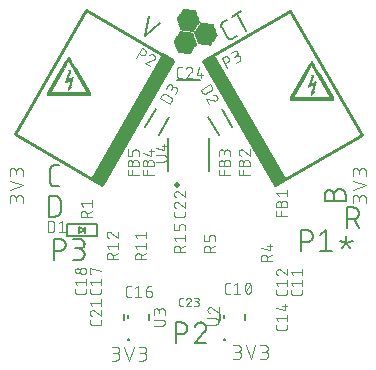
<source format=gbr>
G04 EAGLE Gerber RS-274X export*
G75*
%MOMM*%
%FSLAX34Y34*%
%LPD*%
%INSilkscreen Top*%
%IPPOS*%
%AMOC8*
5,1,8,0,0,1.08239X$1,22.5*%
G01*
%ADD10C,0.101600*%
%ADD11C,0.152400*%
%ADD12R,0.014731X0.014731*%
%ADD13R,0.147319X0.014731*%
%ADD14R,0.265175X0.014731*%
%ADD15R,0.383031X0.014731*%
%ADD16R,0.515619X0.014731*%
%ADD17R,0.633475X0.014731*%
%ADD18R,0.751331X0.014731*%
%ADD19R,0.883919X0.014731*%
%ADD20R,1.001775X0.014731*%
%ADD21R,1.119631X0.014731*%
%ADD22R,1.134363X0.014731*%
%ADD23R,1.149094X0.014731*%
%ADD24R,1.163825X0.014731*%
%ADD25R,1.178556X0.014731*%
%ADD26R,1.193288X0.014731*%
%ADD27R,1.222756X0.014731*%
%ADD28R,1.237488X0.014731*%
%ADD29R,1.266950X0.014731*%
%ADD30R,1.281681X0.014731*%
%ADD31R,1.311144X0.014731*%
%ADD32R,1.325881X0.014731*%
%ADD33R,1.355344X0.014731*%
%ADD34R,1.370075X0.014731*%
%ADD35R,1.384806X0.014731*%
%ADD36R,1.399538X0.014731*%
%ADD37R,1.414275X0.014731*%
%ADD38R,1.443738X0.014731*%
%ADD39R,1.458469X0.014731*%
%ADD40R,1.487931X0.014731*%
%ADD41R,1.502663X0.014731*%
%ADD42R,1.517394X0.014731*%
%ADD43R,1.532125X0.014731*%
%ADD44R,1.546856X0.014731*%
%ADD45R,1.576319X0.014731*%
%ADD46R,1.605788X0.014731*%
%ADD47R,1.620519X0.014731*%
%ADD48R,1.649981X0.014731*%
%ADD49R,1.664713X0.014731*%
%ADD50R,1.694175X0.014731*%
%ADD51R,1.708913X0.014731*%
%ADD52R,1.738375X0.014731*%
%ADD53R,1.753106X0.014731*%
%ADD54R,1.767838X0.014731*%
%ADD55R,1.782569X0.014731*%
%ADD56R,1.797306X0.014731*%
%ADD57R,0.117856X0.014731*%
%ADD58R,1.826769X0.014731*%
%ADD59R,0.235713X0.014731*%
%ADD60R,0.353569X0.014731*%
%ADD61R,1.856231X0.014731*%
%ADD62R,0.486156X0.014731*%
%ADD63R,1.870963X0.014731*%
%ADD64R,0.604013X0.014731*%
%ADD65R,0.721869X0.014731*%
%ADD66R,1.885694X0.014731*%
%ADD67R,0.839719X0.014731*%
%ADD68R,0.972306X0.014731*%
%ADD69R,1.090169X0.014731*%
%ADD70R,1.208025X0.014731*%
%ADD71R,1.252219X0.014731*%
%ADD72R,1.296412X0.014731*%
%ADD73R,1.340612X0.014731*%
%ADD74R,1.826763X0.014731*%
%ADD75R,1.414269X0.014731*%
%ADD76R,1.812031X0.014731*%
%ADD77R,1.429000X0.014731*%
%ADD78R,1.458462X0.014731*%
%ADD79R,1.473200X0.014731*%
%ADD80R,1.723644X0.014731*%
%ADD81R,1.694181X0.014731*%
%ADD82R,1.679450X0.014731*%
%ADD83R,1.561594X0.014731*%
%ADD84R,1.576325X0.014731*%
%ADD85R,1.591056X0.014731*%
%ADD86R,1.635250X0.014731*%
%ADD87R,1.561588X0.014731*%
%ADD88R,1.443731X0.014731*%
%ADD89R,1.797300X0.014731*%
%ADD90R,1.841500X0.014731*%
%ADD91R,1.311150X0.014731*%
%ADD92R,1.296419X0.014731*%
%ADD93R,1.193294X0.014731*%
%ADD94R,0.957575X0.014731*%
%ADD95R,0.589281X0.014731*%
%ADD96R,0.471425X0.014731*%
%ADD97R,0.220975X0.014731*%
%ADD98R,1.812038X0.014731*%
%ADD99R,0.103119X0.014731*%
%ADD100R,0.029463X0.014731*%
%ADD101R,0.162050X0.014731*%
%ADD102R,0.397763X0.014731*%
%ADD103R,0.648206X0.014731*%
%ADD104R,1.679444X0.014731*%
%ADD105R,1.016506X0.014731*%
%ADD106R,1.104900X0.014731*%
%ADD107R,1.222750X0.014731*%
%ADD108R,1.429006X0.014731*%
%ADD109R,1.208019X0.014731*%
%ADD110R,0.987044X0.014731*%
%ADD111R,0.854456X0.014731*%
%ADD112R,0.618744X0.014731*%
%ADD113R,0.500888X0.014731*%
%ADD114R,0.368300X0.014731*%
%ADD115R,0.132587X0.014731*%
%ADD116R,1.664719X0.014731*%
%ADD117R,1.075438X0.014731*%
%ADD118R,0.942844X0.014731*%
%ADD119R,0.707131X0.014731*%
%ADD120R,0.456694X0.014731*%
%ADD121R,0.088388X0.014731*%
%ADD122R,3.644900X0.012700*%
%ADD123R,3.695700X0.012700*%
%ADD124R,3.721100X0.012700*%
%ADD125R,3.746500X0.012700*%
%ADD126R,3.771900X0.012700*%
%ADD127R,3.784600X0.012700*%
%ADD128R,3.797300X0.012700*%
%ADD129R,3.733800X0.012700*%
%ADD130R,3.670300X0.012700*%
%ADD131R,3.657600X0.012700*%
%ADD132R,3.632200X0.012700*%
%ADD133R,0.279400X0.012700*%
%ADD134R,0.266700X0.012700*%
%ADD135R,0.292100X0.012700*%
%ADD136R,0.012700X0.012700*%
%ADD137R,0.038100X0.012700*%
%ADD138R,0.063500X0.012700*%
%ADD139R,0.076200X0.012700*%
%ADD140R,0.101600X0.012700*%
%ADD141R,0.114300X0.012700*%
%ADD142R,0.139700X0.012700*%
%ADD143R,0.165100X0.012700*%
%ADD144R,0.177800X0.012700*%
%ADD145R,0.190500X0.012700*%
%ADD146R,0.215900X0.012700*%
%ADD147R,0.241300X0.012700*%
%ADD148R,0.254000X0.012700*%
%ADD149R,0.228600X0.012700*%
%ADD150R,0.152400X0.012700*%
%ADD151R,0.127000X0.012700*%
%ADD152R,0.203200X0.012700*%
%ADD153R,0.317500X0.012700*%
%ADD154R,0.355600X0.012700*%
%ADD155R,0.381000X0.012700*%
%ADD156R,0.533400X0.012700*%
%ADD157R,0.546100X0.012700*%
%ADD158R,0.368300X0.012700*%
%ADD159R,0.330200X0.012700*%
%ADD160R,0.304800X0.012700*%
%ADD161R,0.050800X0.012700*%
%ADD162R,0.508000X0.012700*%
%ADD163R,0.495300X0.012700*%
%ADD164R,0.469900X0.012700*%
%ADD165R,0.457200X0.012700*%
%ADD166R,0.444500X0.012700*%
%ADD167R,0.431800X0.012700*%
%ADD168R,0.419100X0.012700*%
%ADD169R,0.406400X0.012700*%
%ADD170R,0.393700X0.012700*%
%ADD171R,0.342900X0.012700*%
%ADD172C,0.127000*%
%ADD173C,0.076200*%
%ADD174C,0.254000*%
%ADD175R,12.300000X1.000000*%
%ADD176C,0.150000*%
%ADD177C,0.203200*%
%ADD178C,0.050800*%
%ADD179C,0.500000*%


D10*
X497242Y331524D02*
X497242Y334770D01*
X497240Y334883D01*
X497234Y334996D01*
X497224Y335109D01*
X497210Y335222D01*
X497193Y335334D01*
X497171Y335445D01*
X497146Y335555D01*
X497116Y335665D01*
X497083Y335773D01*
X497046Y335880D01*
X497006Y335986D01*
X496961Y336090D01*
X496913Y336193D01*
X496862Y336294D01*
X496807Y336393D01*
X496749Y336490D01*
X496687Y336585D01*
X496622Y336678D01*
X496554Y336768D01*
X496483Y336856D01*
X496408Y336942D01*
X496331Y337025D01*
X496251Y337105D01*
X496168Y337182D01*
X496082Y337257D01*
X495994Y337328D01*
X495904Y337396D01*
X495811Y337461D01*
X495716Y337523D01*
X495619Y337581D01*
X495520Y337636D01*
X495419Y337687D01*
X495316Y337735D01*
X495212Y337780D01*
X495106Y337820D01*
X494999Y337857D01*
X494891Y337890D01*
X494781Y337920D01*
X494671Y337945D01*
X494560Y337967D01*
X494448Y337984D01*
X494335Y337998D01*
X494222Y338008D01*
X494109Y338014D01*
X493996Y338016D01*
X493883Y338014D01*
X493770Y338008D01*
X493657Y337998D01*
X493544Y337984D01*
X493432Y337967D01*
X493321Y337945D01*
X493211Y337920D01*
X493101Y337890D01*
X492993Y337857D01*
X492886Y337820D01*
X492780Y337780D01*
X492676Y337735D01*
X492573Y337687D01*
X492472Y337636D01*
X492373Y337581D01*
X492276Y337523D01*
X492181Y337461D01*
X492088Y337396D01*
X491998Y337328D01*
X491910Y337257D01*
X491824Y337182D01*
X491741Y337105D01*
X491661Y337025D01*
X491584Y336942D01*
X491509Y336856D01*
X491438Y336768D01*
X491370Y336678D01*
X491305Y336585D01*
X491243Y336490D01*
X491185Y336393D01*
X491130Y336294D01*
X491079Y336193D01*
X491031Y336090D01*
X490986Y335986D01*
X490946Y335880D01*
X490909Y335773D01*
X490876Y335665D01*
X490846Y335555D01*
X490821Y335445D01*
X490799Y335334D01*
X490782Y335222D01*
X490768Y335109D01*
X490758Y334996D01*
X490752Y334883D01*
X490750Y334770D01*
X485558Y335419D02*
X485558Y331524D01*
X485558Y335419D02*
X485560Y335520D01*
X485566Y335620D01*
X485576Y335720D01*
X485589Y335820D01*
X485607Y335919D01*
X485628Y336018D01*
X485653Y336115D01*
X485682Y336212D01*
X485715Y336307D01*
X485751Y336401D01*
X485791Y336493D01*
X485834Y336584D01*
X485881Y336673D01*
X485931Y336760D01*
X485985Y336846D01*
X486042Y336929D01*
X486102Y337009D01*
X486165Y337088D01*
X486232Y337164D01*
X486301Y337237D01*
X486373Y337307D01*
X486447Y337375D01*
X486524Y337440D01*
X486604Y337501D01*
X486686Y337560D01*
X486770Y337615D01*
X486856Y337667D01*
X486944Y337716D01*
X487034Y337761D01*
X487126Y337803D01*
X487219Y337841D01*
X487314Y337875D01*
X487409Y337906D01*
X487506Y337933D01*
X487604Y337956D01*
X487703Y337976D01*
X487803Y337991D01*
X487903Y338003D01*
X488003Y338011D01*
X488104Y338015D01*
X488204Y338015D01*
X488305Y338011D01*
X488405Y338003D01*
X488505Y337991D01*
X488605Y337976D01*
X488704Y337956D01*
X488802Y337933D01*
X488899Y337906D01*
X488994Y337875D01*
X489089Y337841D01*
X489182Y337803D01*
X489274Y337761D01*
X489364Y337716D01*
X489452Y337667D01*
X489538Y337615D01*
X489622Y337560D01*
X489704Y337501D01*
X489784Y337440D01*
X489861Y337375D01*
X489935Y337307D01*
X490007Y337237D01*
X490076Y337164D01*
X490143Y337088D01*
X490206Y337009D01*
X490266Y336929D01*
X490323Y336846D01*
X490377Y336760D01*
X490427Y336673D01*
X490474Y336584D01*
X490517Y336493D01*
X490557Y336401D01*
X490593Y336307D01*
X490626Y336212D01*
X490655Y336115D01*
X490680Y336018D01*
X490701Y335919D01*
X490719Y335820D01*
X490732Y335720D01*
X490742Y335620D01*
X490748Y335520D01*
X490750Y335419D01*
X490751Y335419D02*
X490751Y332823D01*
X485558Y342305D02*
X497242Y346200D01*
X485558Y350095D01*
X497242Y354384D02*
X497242Y357630D01*
X497240Y357743D01*
X497234Y357856D01*
X497224Y357969D01*
X497210Y358082D01*
X497193Y358194D01*
X497171Y358305D01*
X497146Y358415D01*
X497116Y358525D01*
X497083Y358633D01*
X497046Y358740D01*
X497006Y358846D01*
X496961Y358950D01*
X496913Y359053D01*
X496862Y359154D01*
X496807Y359253D01*
X496749Y359350D01*
X496687Y359445D01*
X496622Y359538D01*
X496554Y359628D01*
X496483Y359716D01*
X496408Y359802D01*
X496331Y359885D01*
X496251Y359965D01*
X496168Y360042D01*
X496082Y360117D01*
X495994Y360188D01*
X495904Y360256D01*
X495811Y360321D01*
X495716Y360383D01*
X495619Y360441D01*
X495520Y360496D01*
X495419Y360547D01*
X495316Y360595D01*
X495212Y360640D01*
X495106Y360680D01*
X494999Y360717D01*
X494891Y360750D01*
X494781Y360780D01*
X494671Y360805D01*
X494560Y360827D01*
X494448Y360844D01*
X494335Y360858D01*
X494222Y360868D01*
X494109Y360874D01*
X493996Y360876D01*
X493883Y360874D01*
X493770Y360868D01*
X493657Y360858D01*
X493544Y360844D01*
X493432Y360827D01*
X493321Y360805D01*
X493211Y360780D01*
X493101Y360750D01*
X492993Y360717D01*
X492886Y360680D01*
X492780Y360640D01*
X492676Y360595D01*
X492573Y360547D01*
X492472Y360496D01*
X492373Y360441D01*
X492276Y360383D01*
X492181Y360321D01*
X492088Y360256D01*
X491998Y360188D01*
X491910Y360117D01*
X491824Y360042D01*
X491741Y359965D01*
X491661Y359885D01*
X491584Y359802D01*
X491509Y359716D01*
X491438Y359628D01*
X491370Y359538D01*
X491305Y359445D01*
X491243Y359350D01*
X491185Y359253D01*
X491130Y359154D01*
X491079Y359053D01*
X491031Y358950D01*
X490986Y358846D01*
X490946Y358740D01*
X490909Y358633D01*
X490876Y358525D01*
X490846Y358415D01*
X490821Y358305D01*
X490799Y358194D01*
X490782Y358082D01*
X490768Y357969D01*
X490758Y357856D01*
X490752Y357743D01*
X490750Y357630D01*
X485558Y358279D02*
X485558Y354384D01*
X485558Y358279D02*
X485560Y358380D01*
X485566Y358480D01*
X485576Y358580D01*
X485589Y358680D01*
X485607Y358779D01*
X485628Y358878D01*
X485653Y358975D01*
X485682Y359072D01*
X485715Y359167D01*
X485751Y359261D01*
X485791Y359353D01*
X485834Y359444D01*
X485881Y359533D01*
X485931Y359620D01*
X485985Y359706D01*
X486042Y359789D01*
X486102Y359869D01*
X486165Y359948D01*
X486232Y360024D01*
X486301Y360097D01*
X486373Y360167D01*
X486447Y360235D01*
X486524Y360300D01*
X486604Y360361D01*
X486686Y360420D01*
X486770Y360475D01*
X486856Y360527D01*
X486944Y360576D01*
X487034Y360621D01*
X487126Y360663D01*
X487219Y360701D01*
X487314Y360735D01*
X487409Y360766D01*
X487506Y360793D01*
X487604Y360816D01*
X487703Y360836D01*
X487803Y360851D01*
X487903Y360863D01*
X488003Y360871D01*
X488104Y360875D01*
X488204Y360875D01*
X488305Y360871D01*
X488405Y360863D01*
X488505Y360851D01*
X488605Y360836D01*
X488704Y360816D01*
X488802Y360793D01*
X488899Y360766D01*
X488994Y360735D01*
X489089Y360701D01*
X489182Y360663D01*
X489274Y360621D01*
X489364Y360576D01*
X489452Y360527D01*
X489538Y360475D01*
X489622Y360420D01*
X489704Y360361D01*
X489784Y360300D01*
X489861Y360235D01*
X489935Y360167D01*
X490007Y360097D01*
X490076Y360024D01*
X490143Y359948D01*
X490206Y359869D01*
X490266Y359789D01*
X490323Y359706D01*
X490377Y359620D01*
X490427Y359533D01*
X490474Y359444D01*
X490517Y359353D01*
X490557Y359261D01*
X490593Y359167D01*
X490626Y359072D01*
X490655Y358975D01*
X490680Y358878D01*
X490701Y358779D01*
X490719Y358680D01*
X490732Y358580D01*
X490742Y358480D01*
X490748Y358380D01*
X490750Y358279D01*
X490751Y358279D02*
X490751Y355683D01*
X387881Y199088D02*
X384635Y199088D01*
X387881Y199087D02*
X387994Y199089D01*
X388107Y199095D01*
X388220Y199105D01*
X388333Y199119D01*
X388445Y199136D01*
X388556Y199158D01*
X388666Y199183D01*
X388776Y199213D01*
X388884Y199246D01*
X388991Y199283D01*
X389097Y199323D01*
X389201Y199368D01*
X389304Y199416D01*
X389405Y199467D01*
X389504Y199522D01*
X389601Y199580D01*
X389696Y199642D01*
X389789Y199707D01*
X389879Y199775D01*
X389967Y199846D01*
X390053Y199921D01*
X390136Y199998D01*
X390216Y200078D01*
X390293Y200161D01*
X390368Y200247D01*
X390439Y200335D01*
X390507Y200425D01*
X390572Y200518D01*
X390634Y200613D01*
X390692Y200710D01*
X390747Y200809D01*
X390798Y200910D01*
X390846Y201013D01*
X390891Y201117D01*
X390931Y201223D01*
X390968Y201330D01*
X391001Y201438D01*
X391031Y201548D01*
X391056Y201658D01*
X391078Y201769D01*
X391095Y201881D01*
X391109Y201994D01*
X391119Y202107D01*
X391125Y202220D01*
X391127Y202333D01*
X391125Y202446D01*
X391119Y202559D01*
X391109Y202672D01*
X391095Y202785D01*
X391078Y202897D01*
X391056Y203008D01*
X391031Y203118D01*
X391001Y203228D01*
X390968Y203336D01*
X390931Y203443D01*
X390891Y203549D01*
X390846Y203653D01*
X390798Y203756D01*
X390747Y203857D01*
X390692Y203956D01*
X390634Y204053D01*
X390572Y204148D01*
X390507Y204241D01*
X390439Y204331D01*
X390368Y204419D01*
X390293Y204505D01*
X390216Y204588D01*
X390136Y204668D01*
X390053Y204745D01*
X389967Y204820D01*
X389879Y204891D01*
X389789Y204959D01*
X389696Y205024D01*
X389601Y205086D01*
X389504Y205144D01*
X389405Y205199D01*
X389304Y205250D01*
X389201Y205298D01*
X389097Y205343D01*
X388991Y205383D01*
X388884Y205420D01*
X388776Y205453D01*
X388666Y205483D01*
X388556Y205508D01*
X388445Y205530D01*
X388333Y205547D01*
X388220Y205561D01*
X388107Y205571D01*
X387994Y205577D01*
X387881Y205579D01*
X388530Y210772D02*
X384635Y210772D01*
X388530Y210771D02*
X388631Y210769D01*
X388731Y210763D01*
X388831Y210753D01*
X388931Y210740D01*
X389030Y210722D01*
X389129Y210701D01*
X389226Y210676D01*
X389323Y210647D01*
X389418Y210614D01*
X389512Y210578D01*
X389604Y210538D01*
X389695Y210495D01*
X389784Y210448D01*
X389871Y210398D01*
X389957Y210344D01*
X390040Y210287D01*
X390120Y210227D01*
X390199Y210164D01*
X390275Y210097D01*
X390348Y210028D01*
X390418Y209956D01*
X390486Y209882D01*
X390551Y209805D01*
X390612Y209725D01*
X390671Y209643D01*
X390726Y209559D01*
X390778Y209473D01*
X390827Y209385D01*
X390872Y209295D01*
X390914Y209203D01*
X390952Y209110D01*
X390986Y209015D01*
X391017Y208920D01*
X391044Y208823D01*
X391067Y208725D01*
X391087Y208626D01*
X391102Y208526D01*
X391114Y208426D01*
X391122Y208326D01*
X391126Y208225D01*
X391126Y208125D01*
X391122Y208024D01*
X391114Y207924D01*
X391102Y207824D01*
X391087Y207724D01*
X391067Y207625D01*
X391044Y207527D01*
X391017Y207430D01*
X390986Y207335D01*
X390952Y207240D01*
X390914Y207147D01*
X390872Y207055D01*
X390827Y206965D01*
X390778Y206877D01*
X390726Y206791D01*
X390671Y206707D01*
X390612Y206625D01*
X390551Y206545D01*
X390486Y206468D01*
X390418Y206394D01*
X390348Y206322D01*
X390275Y206253D01*
X390199Y206186D01*
X390120Y206123D01*
X390040Y206063D01*
X389957Y206006D01*
X389871Y205952D01*
X389784Y205902D01*
X389695Y205855D01*
X389604Y205812D01*
X389512Y205772D01*
X389418Y205736D01*
X389323Y205703D01*
X389226Y205674D01*
X389129Y205649D01*
X389030Y205628D01*
X388931Y205610D01*
X388831Y205597D01*
X388731Y205587D01*
X388631Y205581D01*
X388530Y205579D01*
X385933Y205579D01*
X395416Y210772D02*
X399311Y199088D01*
X403205Y210772D01*
X407495Y199088D02*
X410741Y199088D01*
X410741Y199087D02*
X410854Y199089D01*
X410967Y199095D01*
X411080Y199105D01*
X411193Y199119D01*
X411305Y199136D01*
X411416Y199158D01*
X411526Y199183D01*
X411636Y199213D01*
X411744Y199246D01*
X411851Y199283D01*
X411957Y199323D01*
X412061Y199368D01*
X412164Y199416D01*
X412265Y199467D01*
X412364Y199522D01*
X412461Y199580D01*
X412556Y199642D01*
X412649Y199707D01*
X412739Y199775D01*
X412827Y199846D01*
X412913Y199921D01*
X412996Y199998D01*
X413076Y200078D01*
X413153Y200161D01*
X413228Y200247D01*
X413299Y200335D01*
X413367Y200425D01*
X413432Y200518D01*
X413494Y200613D01*
X413552Y200710D01*
X413607Y200809D01*
X413658Y200910D01*
X413706Y201013D01*
X413751Y201117D01*
X413791Y201223D01*
X413828Y201330D01*
X413861Y201438D01*
X413891Y201548D01*
X413916Y201658D01*
X413938Y201769D01*
X413955Y201881D01*
X413969Y201994D01*
X413979Y202107D01*
X413985Y202220D01*
X413987Y202333D01*
X413985Y202446D01*
X413979Y202559D01*
X413969Y202672D01*
X413955Y202785D01*
X413938Y202897D01*
X413916Y203008D01*
X413891Y203118D01*
X413861Y203228D01*
X413828Y203336D01*
X413791Y203443D01*
X413751Y203549D01*
X413706Y203653D01*
X413658Y203756D01*
X413607Y203857D01*
X413552Y203956D01*
X413494Y204053D01*
X413432Y204148D01*
X413367Y204241D01*
X413299Y204331D01*
X413228Y204419D01*
X413153Y204505D01*
X413076Y204588D01*
X412996Y204668D01*
X412913Y204745D01*
X412827Y204820D01*
X412739Y204891D01*
X412649Y204959D01*
X412556Y205024D01*
X412461Y205086D01*
X412364Y205144D01*
X412265Y205199D01*
X412164Y205250D01*
X412061Y205298D01*
X411957Y205343D01*
X411851Y205383D01*
X411744Y205420D01*
X411636Y205453D01*
X411526Y205483D01*
X411416Y205508D01*
X411305Y205530D01*
X411193Y205547D01*
X411080Y205561D01*
X410967Y205571D01*
X410854Y205577D01*
X410741Y205579D01*
X411390Y210772D02*
X407495Y210772D01*
X411390Y210771D02*
X411491Y210769D01*
X411591Y210763D01*
X411691Y210753D01*
X411791Y210740D01*
X411890Y210722D01*
X411989Y210701D01*
X412086Y210676D01*
X412183Y210647D01*
X412278Y210614D01*
X412372Y210578D01*
X412464Y210538D01*
X412555Y210495D01*
X412644Y210448D01*
X412731Y210398D01*
X412817Y210344D01*
X412900Y210287D01*
X412980Y210227D01*
X413059Y210164D01*
X413135Y210097D01*
X413208Y210028D01*
X413278Y209956D01*
X413346Y209882D01*
X413411Y209805D01*
X413472Y209725D01*
X413531Y209643D01*
X413586Y209559D01*
X413638Y209473D01*
X413687Y209385D01*
X413732Y209295D01*
X413774Y209203D01*
X413812Y209110D01*
X413846Y209015D01*
X413877Y208920D01*
X413904Y208823D01*
X413927Y208725D01*
X413947Y208626D01*
X413962Y208526D01*
X413974Y208426D01*
X413982Y208326D01*
X413986Y208225D01*
X413986Y208125D01*
X413982Y208024D01*
X413974Y207924D01*
X413962Y207824D01*
X413947Y207724D01*
X413927Y207625D01*
X413904Y207527D01*
X413877Y207430D01*
X413846Y207335D01*
X413812Y207240D01*
X413774Y207147D01*
X413732Y207055D01*
X413687Y206965D01*
X413638Y206877D01*
X413586Y206791D01*
X413531Y206707D01*
X413472Y206625D01*
X413411Y206545D01*
X413346Y206468D01*
X413278Y206394D01*
X413208Y206322D01*
X413135Y206253D01*
X413059Y206186D01*
X412980Y206123D01*
X412900Y206063D01*
X412817Y206006D01*
X412731Y205952D01*
X412644Y205902D01*
X412555Y205855D01*
X412464Y205812D01*
X412372Y205772D01*
X412278Y205736D01*
X412183Y205703D01*
X412086Y205674D01*
X411989Y205649D01*
X411890Y205628D01*
X411791Y205610D01*
X411691Y205597D01*
X411591Y205587D01*
X411491Y205581D01*
X411390Y205579D01*
X408793Y205579D01*
X284906Y197945D02*
X281660Y197945D01*
X284906Y197944D02*
X285019Y197946D01*
X285132Y197952D01*
X285245Y197962D01*
X285358Y197976D01*
X285470Y197993D01*
X285581Y198015D01*
X285691Y198040D01*
X285801Y198070D01*
X285909Y198103D01*
X286016Y198140D01*
X286122Y198180D01*
X286226Y198225D01*
X286329Y198273D01*
X286430Y198324D01*
X286529Y198379D01*
X286626Y198437D01*
X286721Y198499D01*
X286814Y198564D01*
X286904Y198632D01*
X286992Y198703D01*
X287078Y198778D01*
X287161Y198855D01*
X287241Y198935D01*
X287318Y199018D01*
X287393Y199104D01*
X287464Y199192D01*
X287532Y199282D01*
X287597Y199375D01*
X287659Y199470D01*
X287717Y199567D01*
X287772Y199666D01*
X287823Y199767D01*
X287871Y199870D01*
X287916Y199974D01*
X287956Y200080D01*
X287993Y200187D01*
X288026Y200295D01*
X288056Y200405D01*
X288081Y200515D01*
X288103Y200626D01*
X288120Y200738D01*
X288134Y200851D01*
X288144Y200964D01*
X288150Y201077D01*
X288152Y201190D01*
X288150Y201303D01*
X288144Y201416D01*
X288134Y201529D01*
X288120Y201642D01*
X288103Y201754D01*
X288081Y201865D01*
X288056Y201975D01*
X288026Y202085D01*
X287993Y202193D01*
X287956Y202300D01*
X287916Y202406D01*
X287871Y202510D01*
X287823Y202613D01*
X287772Y202714D01*
X287717Y202813D01*
X287659Y202910D01*
X287597Y203005D01*
X287532Y203098D01*
X287464Y203188D01*
X287393Y203276D01*
X287318Y203362D01*
X287241Y203445D01*
X287161Y203525D01*
X287078Y203602D01*
X286992Y203677D01*
X286904Y203748D01*
X286814Y203816D01*
X286721Y203881D01*
X286626Y203943D01*
X286529Y204001D01*
X286430Y204056D01*
X286329Y204107D01*
X286226Y204155D01*
X286122Y204200D01*
X286016Y204240D01*
X285909Y204277D01*
X285801Y204310D01*
X285691Y204340D01*
X285581Y204365D01*
X285470Y204387D01*
X285358Y204404D01*
X285245Y204418D01*
X285132Y204428D01*
X285019Y204434D01*
X284906Y204436D01*
X285555Y209629D02*
X281660Y209629D01*
X285555Y209628D02*
X285656Y209626D01*
X285756Y209620D01*
X285856Y209610D01*
X285956Y209597D01*
X286055Y209579D01*
X286154Y209558D01*
X286251Y209533D01*
X286348Y209504D01*
X286443Y209471D01*
X286537Y209435D01*
X286629Y209395D01*
X286720Y209352D01*
X286809Y209305D01*
X286896Y209255D01*
X286982Y209201D01*
X287065Y209144D01*
X287145Y209084D01*
X287224Y209021D01*
X287300Y208954D01*
X287373Y208885D01*
X287443Y208813D01*
X287511Y208739D01*
X287576Y208662D01*
X287637Y208582D01*
X287696Y208500D01*
X287751Y208416D01*
X287803Y208330D01*
X287852Y208242D01*
X287897Y208152D01*
X287939Y208060D01*
X287977Y207967D01*
X288011Y207872D01*
X288042Y207777D01*
X288069Y207680D01*
X288092Y207582D01*
X288112Y207483D01*
X288127Y207383D01*
X288139Y207283D01*
X288147Y207183D01*
X288151Y207082D01*
X288151Y206982D01*
X288147Y206881D01*
X288139Y206781D01*
X288127Y206681D01*
X288112Y206581D01*
X288092Y206482D01*
X288069Y206384D01*
X288042Y206287D01*
X288011Y206192D01*
X287977Y206097D01*
X287939Y206004D01*
X287897Y205912D01*
X287852Y205822D01*
X287803Y205734D01*
X287751Y205648D01*
X287696Y205564D01*
X287637Y205482D01*
X287576Y205402D01*
X287511Y205325D01*
X287443Y205251D01*
X287373Y205179D01*
X287300Y205110D01*
X287224Y205043D01*
X287145Y204980D01*
X287065Y204920D01*
X286982Y204863D01*
X286896Y204809D01*
X286809Y204759D01*
X286720Y204712D01*
X286629Y204669D01*
X286537Y204629D01*
X286443Y204593D01*
X286348Y204560D01*
X286251Y204531D01*
X286154Y204506D01*
X286055Y204485D01*
X285956Y204467D01*
X285856Y204454D01*
X285756Y204444D01*
X285656Y204438D01*
X285555Y204436D01*
X282958Y204436D01*
X292441Y209629D02*
X296336Y197945D01*
X300230Y209629D01*
X304520Y197945D02*
X307766Y197945D01*
X307766Y197944D02*
X307879Y197946D01*
X307992Y197952D01*
X308105Y197962D01*
X308218Y197976D01*
X308330Y197993D01*
X308441Y198015D01*
X308551Y198040D01*
X308661Y198070D01*
X308769Y198103D01*
X308876Y198140D01*
X308982Y198180D01*
X309086Y198225D01*
X309189Y198273D01*
X309290Y198324D01*
X309389Y198379D01*
X309486Y198437D01*
X309581Y198499D01*
X309674Y198564D01*
X309764Y198632D01*
X309852Y198703D01*
X309938Y198778D01*
X310021Y198855D01*
X310101Y198935D01*
X310178Y199018D01*
X310253Y199104D01*
X310324Y199192D01*
X310392Y199282D01*
X310457Y199375D01*
X310519Y199470D01*
X310577Y199567D01*
X310632Y199666D01*
X310683Y199767D01*
X310731Y199870D01*
X310776Y199974D01*
X310816Y200080D01*
X310853Y200187D01*
X310886Y200295D01*
X310916Y200405D01*
X310941Y200515D01*
X310963Y200626D01*
X310980Y200738D01*
X310994Y200851D01*
X311004Y200964D01*
X311010Y201077D01*
X311012Y201190D01*
X311010Y201303D01*
X311004Y201416D01*
X310994Y201529D01*
X310980Y201642D01*
X310963Y201754D01*
X310941Y201865D01*
X310916Y201975D01*
X310886Y202085D01*
X310853Y202193D01*
X310816Y202300D01*
X310776Y202406D01*
X310731Y202510D01*
X310683Y202613D01*
X310632Y202714D01*
X310577Y202813D01*
X310519Y202910D01*
X310457Y203005D01*
X310392Y203098D01*
X310324Y203188D01*
X310253Y203276D01*
X310178Y203362D01*
X310101Y203445D01*
X310021Y203525D01*
X309938Y203602D01*
X309852Y203677D01*
X309764Y203748D01*
X309674Y203816D01*
X309581Y203881D01*
X309486Y203943D01*
X309389Y204001D01*
X309290Y204056D01*
X309189Y204107D01*
X309086Y204155D01*
X308982Y204200D01*
X308876Y204240D01*
X308769Y204277D01*
X308661Y204310D01*
X308551Y204340D01*
X308441Y204365D01*
X308330Y204387D01*
X308218Y204404D01*
X308105Y204418D01*
X307992Y204428D01*
X307879Y204434D01*
X307766Y204436D01*
X308415Y209629D02*
X304520Y209629D01*
X308415Y209628D02*
X308516Y209626D01*
X308616Y209620D01*
X308716Y209610D01*
X308816Y209597D01*
X308915Y209579D01*
X309014Y209558D01*
X309111Y209533D01*
X309208Y209504D01*
X309303Y209471D01*
X309397Y209435D01*
X309489Y209395D01*
X309580Y209352D01*
X309669Y209305D01*
X309756Y209255D01*
X309842Y209201D01*
X309925Y209144D01*
X310005Y209084D01*
X310084Y209021D01*
X310160Y208954D01*
X310233Y208885D01*
X310303Y208813D01*
X310371Y208739D01*
X310436Y208662D01*
X310497Y208582D01*
X310556Y208500D01*
X310611Y208416D01*
X310663Y208330D01*
X310712Y208242D01*
X310757Y208152D01*
X310799Y208060D01*
X310837Y207967D01*
X310871Y207872D01*
X310902Y207777D01*
X310929Y207680D01*
X310952Y207582D01*
X310972Y207483D01*
X310987Y207383D01*
X310999Y207283D01*
X311007Y207183D01*
X311011Y207082D01*
X311011Y206982D01*
X311007Y206881D01*
X310999Y206781D01*
X310987Y206681D01*
X310972Y206581D01*
X310952Y206482D01*
X310929Y206384D01*
X310902Y206287D01*
X310871Y206192D01*
X310837Y206097D01*
X310799Y206004D01*
X310757Y205912D01*
X310712Y205822D01*
X310663Y205734D01*
X310611Y205648D01*
X310556Y205564D01*
X310497Y205482D01*
X310436Y205402D01*
X310371Y205325D01*
X310303Y205251D01*
X310233Y205179D01*
X310160Y205110D01*
X310084Y205043D01*
X310005Y204980D01*
X309925Y204920D01*
X309842Y204863D01*
X309756Y204809D01*
X309669Y204759D01*
X309580Y204712D01*
X309489Y204669D01*
X309397Y204629D01*
X309303Y204593D01*
X309208Y204560D01*
X309111Y204531D01*
X309014Y204506D01*
X308915Y204485D01*
X308816Y204467D01*
X308716Y204454D01*
X308616Y204444D01*
X308516Y204438D01*
X308415Y204436D01*
X305818Y204436D01*
X206842Y331524D02*
X206842Y334770D01*
X206840Y334883D01*
X206834Y334996D01*
X206824Y335109D01*
X206810Y335222D01*
X206793Y335334D01*
X206771Y335445D01*
X206746Y335555D01*
X206716Y335665D01*
X206683Y335773D01*
X206646Y335880D01*
X206606Y335986D01*
X206561Y336090D01*
X206513Y336193D01*
X206462Y336294D01*
X206407Y336393D01*
X206349Y336490D01*
X206287Y336585D01*
X206222Y336678D01*
X206154Y336768D01*
X206083Y336856D01*
X206008Y336942D01*
X205931Y337025D01*
X205851Y337105D01*
X205768Y337182D01*
X205682Y337257D01*
X205594Y337328D01*
X205504Y337396D01*
X205411Y337461D01*
X205316Y337523D01*
X205219Y337581D01*
X205120Y337636D01*
X205019Y337687D01*
X204916Y337735D01*
X204812Y337780D01*
X204706Y337820D01*
X204599Y337857D01*
X204491Y337890D01*
X204381Y337920D01*
X204271Y337945D01*
X204160Y337967D01*
X204048Y337984D01*
X203935Y337998D01*
X203822Y338008D01*
X203709Y338014D01*
X203596Y338016D01*
X203483Y338014D01*
X203370Y338008D01*
X203257Y337998D01*
X203144Y337984D01*
X203032Y337967D01*
X202921Y337945D01*
X202811Y337920D01*
X202701Y337890D01*
X202593Y337857D01*
X202486Y337820D01*
X202380Y337780D01*
X202276Y337735D01*
X202173Y337687D01*
X202072Y337636D01*
X201973Y337581D01*
X201876Y337523D01*
X201781Y337461D01*
X201688Y337396D01*
X201598Y337328D01*
X201510Y337257D01*
X201424Y337182D01*
X201341Y337105D01*
X201261Y337025D01*
X201184Y336942D01*
X201109Y336856D01*
X201038Y336768D01*
X200970Y336678D01*
X200905Y336585D01*
X200843Y336490D01*
X200785Y336393D01*
X200730Y336294D01*
X200679Y336193D01*
X200631Y336090D01*
X200586Y335986D01*
X200546Y335880D01*
X200509Y335773D01*
X200476Y335665D01*
X200446Y335555D01*
X200421Y335445D01*
X200399Y335334D01*
X200382Y335222D01*
X200368Y335109D01*
X200358Y334996D01*
X200352Y334883D01*
X200350Y334770D01*
X195158Y335419D02*
X195158Y331524D01*
X195158Y335419D02*
X195160Y335520D01*
X195166Y335620D01*
X195176Y335720D01*
X195189Y335820D01*
X195207Y335919D01*
X195228Y336018D01*
X195253Y336115D01*
X195282Y336212D01*
X195315Y336307D01*
X195351Y336401D01*
X195391Y336493D01*
X195434Y336584D01*
X195481Y336673D01*
X195531Y336760D01*
X195585Y336846D01*
X195642Y336929D01*
X195702Y337009D01*
X195765Y337088D01*
X195832Y337164D01*
X195901Y337237D01*
X195973Y337307D01*
X196047Y337375D01*
X196124Y337440D01*
X196204Y337501D01*
X196286Y337560D01*
X196370Y337615D01*
X196456Y337667D01*
X196544Y337716D01*
X196634Y337761D01*
X196726Y337803D01*
X196819Y337841D01*
X196914Y337875D01*
X197009Y337906D01*
X197106Y337933D01*
X197204Y337956D01*
X197303Y337976D01*
X197403Y337991D01*
X197503Y338003D01*
X197603Y338011D01*
X197704Y338015D01*
X197804Y338015D01*
X197905Y338011D01*
X198005Y338003D01*
X198105Y337991D01*
X198205Y337976D01*
X198304Y337956D01*
X198402Y337933D01*
X198499Y337906D01*
X198594Y337875D01*
X198689Y337841D01*
X198782Y337803D01*
X198874Y337761D01*
X198964Y337716D01*
X199052Y337667D01*
X199138Y337615D01*
X199222Y337560D01*
X199304Y337501D01*
X199384Y337440D01*
X199461Y337375D01*
X199535Y337307D01*
X199607Y337237D01*
X199676Y337164D01*
X199743Y337088D01*
X199806Y337009D01*
X199866Y336929D01*
X199923Y336846D01*
X199977Y336760D01*
X200027Y336673D01*
X200074Y336584D01*
X200117Y336493D01*
X200157Y336401D01*
X200193Y336307D01*
X200226Y336212D01*
X200255Y336115D01*
X200280Y336018D01*
X200301Y335919D01*
X200319Y335820D01*
X200332Y335720D01*
X200342Y335620D01*
X200348Y335520D01*
X200350Y335419D01*
X200351Y335419D02*
X200351Y332823D01*
X195158Y342305D02*
X206842Y346200D01*
X195158Y350095D01*
X206842Y354384D02*
X206842Y357630D01*
X206840Y357743D01*
X206834Y357856D01*
X206824Y357969D01*
X206810Y358082D01*
X206793Y358194D01*
X206771Y358305D01*
X206746Y358415D01*
X206716Y358525D01*
X206683Y358633D01*
X206646Y358740D01*
X206606Y358846D01*
X206561Y358950D01*
X206513Y359053D01*
X206462Y359154D01*
X206407Y359253D01*
X206349Y359350D01*
X206287Y359445D01*
X206222Y359538D01*
X206154Y359628D01*
X206083Y359716D01*
X206008Y359802D01*
X205931Y359885D01*
X205851Y359965D01*
X205768Y360042D01*
X205682Y360117D01*
X205594Y360188D01*
X205504Y360256D01*
X205411Y360321D01*
X205316Y360383D01*
X205219Y360441D01*
X205120Y360496D01*
X205019Y360547D01*
X204916Y360595D01*
X204812Y360640D01*
X204706Y360680D01*
X204599Y360717D01*
X204491Y360750D01*
X204381Y360780D01*
X204271Y360805D01*
X204160Y360827D01*
X204048Y360844D01*
X203935Y360858D01*
X203822Y360868D01*
X203709Y360874D01*
X203596Y360876D01*
X203483Y360874D01*
X203370Y360868D01*
X203257Y360858D01*
X203144Y360844D01*
X203032Y360827D01*
X202921Y360805D01*
X202811Y360780D01*
X202701Y360750D01*
X202593Y360717D01*
X202486Y360680D01*
X202380Y360640D01*
X202276Y360595D01*
X202173Y360547D01*
X202072Y360496D01*
X201973Y360441D01*
X201876Y360383D01*
X201781Y360321D01*
X201688Y360256D01*
X201598Y360188D01*
X201510Y360117D01*
X201424Y360042D01*
X201341Y359965D01*
X201261Y359885D01*
X201184Y359802D01*
X201109Y359716D01*
X201038Y359628D01*
X200970Y359538D01*
X200905Y359445D01*
X200843Y359350D01*
X200785Y359253D01*
X200730Y359154D01*
X200679Y359053D01*
X200631Y358950D01*
X200586Y358846D01*
X200546Y358740D01*
X200509Y358633D01*
X200476Y358525D01*
X200446Y358415D01*
X200421Y358305D01*
X200399Y358194D01*
X200382Y358082D01*
X200368Y357969D01*
X200358Y357856D01*
X200352Y357743D01*
X200350Y357630D01*
X195158Y358279D02*
X195158Y354384D01*
X195158Y358279D02*
X195160Y358380D01*
X195166Y358480D01*
X195176Y358580D01*
X195189Y358680D01*
X195207Y358779D01*
X195228Y358878D01*
X195253Y358975D01*
X195282Y359072D01*
X195315Y359167D01*
X195351Y359261D01*
X195391Y359353D01*
X195434Y359444D01*
X195481Y359533D01*
X195531Y359620D01*
X195585Y359706D01*
X195642Y359789D01*
X195702Y359869D01*
X195765Y359948D01*
X195832Y360024D01*
X195901Y360097D01*
X195973Y360167D01*
X196047Y360235D01*
X196124Y360300D01*
X196204Y360361D01*
X196286Y360420D01*
X196370Y360475D01*
X196456Y360527D01*
X196544Y360576D01*
X196634Y360621D01*
X196726Y360663D01*
X196819Y360701D01*
X196914Y360735D01*
X197009Y360766D01*
X197106Y360793D01*
X197204Y360816D01*
X197303Y360836D01*
X197403Y360851D01*
X197503Y360863D01*
X197603Y360871D01*
X197704Y360875D01*
X197804Y360875D01*
X197905Y360871D01*
X198005Y360863D01*
X198105Y360851D01*
X198205Y360836D01*
X198304Y360816D01*
X198402Y360793D01*
X198499Y360766D01*
X198594Y360735D01*
X198689Y360701D01*
X198782Y360663D01*
X198874Y360621D01*
X198964Y360576D01*
X199052Y360527D01*
X199138Y360475D01*
X199222Y360420D01*
X199304Y360361D01*
X199384Y360300D01*
X199461Y360235D01*
X199535Y360167D01*
X199607Y360097D01*
X199676Y360024D01*
X199743Y359948D01*
X199806Y359869D01*
X199866Y359789D01*
X199923Y359706D01*
X199977Y359620D01*
X200027Y359533D01*
X200074Y359444D01*
X200117Y359353D01*
X200157Y359261D01*
X200193Y359167D01*
X200226Y359072D01*
X200255Y358975D01*
X200280Y358878D01*
X200301Y358779D01*
X200319Y358680D01*
X200332Y358580D01*
X200342Y358480D01*
X200348Y358380D01*
X200350Y358279D01*
X200351Y358279D02*
X200351Y355683D01*
D11*
X441995Y308399D02*
X441995Y290619D01*
X441995Y308399D02*
X446934Y308399D01*
X447074Y308397D01*
X447213Y308391D01*
X447353Y308381D01*
X447492Y308367D01*
X447631Y308350D01*
X447769Y308328D01*
X447906Y308302D01*
X448043Y308273D01*
X448179Y308240D01*
X448313Y308203D01*
X448447Y308162D01*
X448579Y308117D01*
X448711Y308068D01*
X448840Y308016D01*
X448968Y307961D01*
X449095Y307901D01*
X449220Y307838D01*
X449343Y307772D01*
X449464Y307702D01*
X449583Y307629D01*
X449700Y307552D01*
X449814Y307472D01*
X449927Y307389D01*
X450037Y307303D01*
X450144Y307213D01*
X450249Y307121D01*
X450351Y307026D01*
X450451Y306928D01*
X450548Y306827D01*
X450642Y306723D01*
X450732Y306617D01*
X450820Y306508D01*
X450905Y306397D01*
X450986Y306283D01*
X451065Y306168D01*
X451140Y306050D01*
X451211Y305930D01*
X451279Y305807D01*
X451344Y305684D01*
X451405Y305558D01*
X451463Y305430D01*
X451517Y305302D01*
X451567Y305171D01*
X451614Y305039D01*
X451657Y304906D01*
X451696Y304772D01*
X451731Y304637D01*
X451762Y304501D01*
X451790Y304363D01*
X451813Y304226D01*
X451833Y304087D01*
X451849Y303948D01*
X451861Y303809D01*
X451869Y303670D01*
X451873Y303530D01*
X451873Y303390D01*
X451869Y303250D01*
X451861Y303111D01*
X451849Y302972D01*
X451833Y302833D01*
X451813Y302694D01*
X451790Y302557D01*
X451762Y302419D01*
X451731Y302283D01*
X451696Y302148D01*
X451657Y302014D01*
X451614Y301881D01*
X451567Y301749D01*
X451517Y301618D01*
X451463Y301490D01*
X451405Y301362D01*
X451344Y301236D01*
X451279Y301113D01*
X451211Y300991D01*
X451140Y300870D01*
X451065Y300752D01*
X450986Y300637D01*
X450905Y300523D01*
X450820Y300412D01*
X450732Y300303D01*
X450642Y300197D01*
X450548Y300093D01*
X450451Y299992D01*
X450351Y299894D01*
X450249Y299799D01*
X450144Y299707D01*
X450037Y299617D01*
X449927Y299531D01*
X449814Y299448D01*
X449700Y299368D01*
X449583Y299291D01*
X449464Y299218D01*
X449343Y299148D01*
X449220Y299082D01*
X449095Y299019D01*
X448968Y298959D01*
X448840Y298904D01*
X448711Y298852D01*
X448579Y298803D01*
X448447Y298758D01*
X448313Y298717D01*
X448179Y298680D01*
X448043Y298647D01*
X447906Y298618D01*
X447769Y298592D01*
X447631Y298570D01*
X447492Y298553D01*
X447353Y298539D01*
X447213Y298529D01*
X447074Y298523D01*
X446934Y298521D01*
X441995Y298521D01*
X457990Y304448D02*
X462929Y308399D01*
X462929Y290619D01*
X457990Y290619D02*
X467868Y290619D01*
X480238Y297534D02*
X480238Y303460D01*
X480238Y297534D02*
X483695Y293089D01*
X480238Y297534D02*
X476781Y293089D01*
X480238Y297534D02*
X485671Y299509D01*
X480238Y297534D02*
X474805Y299509D01*
X335778Y230229D02*
X335778Y212449D01*
X335778Y230229D02*
X340717Y230229D01*
X340857Y230227D01*
X340996Y230221D01*
X341136Y230211D01*
X341275Y230197D01*
X341414Y230180D01*
X341552Y230158D01*
X341689Y230132D01*
X341826Y230103D01*
X341962Y230070D01*
X342096Y230033D01*
X342230Y229992D01*
X342362Y229947D01*
X342494Y229898D01*
X342623Y229846D01*
X342751Y229791D01*
X342878Y229731D01*
X343003Y229668D01*
X343126Y229602D01*
X343247Y229532D01*
X343366Y229459D01*
X343483Y229382D01*
X343597Y229302D01*
X343710Y229219D01*
X343820Y229133D01*
X343927Y229043D01*
X344032Y228951D01*
X344134Y228856D01*
X344234Y228758D01*
X344331Y228657D01*
X344425Y228553D01*
X344515Y228447D01*
X344603Y228338D01*
X344688Y228227D01*
X344769Y228113D01*
X344848Y227998D01*
X344923Y227880D01*
X344994Y227760D01*
X345062Y227637D01*
X345127Y227514D01*
X345188Y227388D01*
X345246Y227260D01*
X345300Y227132D01*
X345350Y227001D01*
X345397Y226869D01*
X345440Y226736D01*
X345479Y226602D01*
X345514Y226467D01*
X345545Y226331D01*
X345573Y226193D01*
X345596Y226056D01*
X345616Y225917D01*
X345632Y225778D01*
X345644Y225639D01*
X345652Y225500D01*
X345656Y225360D01*
X345656Y225220D01*
X345652Y225080D01*
X345644Y224941D01*
X345632Y224802D01*
X345616Y224663D01*
X345596Y224524D01*
X345573Y224387D01*
X345545Y224249D01*
X345514Y224113D01*
X345479Y223978D01*
X345440Y223844D01*
X345397Y223711D01*
X345350Y223579D01*
X345300Y223448D01*
X345246Y223320D01*
X345188Y223192D01*
X345127Y223066D01*
X345062Y222943D01*
X344994Y222821D01*
X344923Y222700D01*
X344848Y222582D01*
X344769Y222467D01*
X344688Y222353D01*
X344603Y222242D01*
X344515Y222133D01*
X344425Y222027D01*
X344331Y221923D01*
X344234Y221822D01*
X344134Y221724D01*
X344032Y221629D01*
X343927Y221537D01*
X343820Y221447D01*
X343710Y221361D01*
X343597Y221278D01*
X343483Y221198D01*
X343366Y221121D01*
X343247Y221048D01*
X343126Y220978D01*
X343003Y220912D01*
X342878Y220849D01*
X342751Y220789D01*
X342623Y220734D01*
X342494Y220682D01*
X342362Y220633D01*
X342230Y220588D01*
X342096Y220547D01*
X341962Y220510D01*
X341826Y220477D01*
X341689Y220448D01*
X341552Y220422D01*
X341414Y220400D01*
X341275Y220383D01*
X341136Y220369D01*
X340996Y220359D01*
X340857Y220353D01*
X340717Y220351D01*
X335778Y220351D01*
X357206Y230229D02*
X357338Y230227D01*
X357469Y230221D01*
X357601Y230211D01*
X357732Y230198D01*
X357862Y230180D01*
X357992Y230159D01*
X358122Y230134D01*
X358250Y230105D01*
X358378Y230072D01*
X358504Y230035D01*
X358630Y229995D01*
X358754Y229951D01*
X358877Y229903D01*
X358998Y229852D01*
X359118Y229797D01*
X359236Y229739D01*
X359352Y229677D01*
X359466Y229611D01*
X359579Y229543D01*
X359689Y229471D01*
X359797Y229396D01*
X359903Y229317D01*
X360007Y229236D01*
X360108Y229151D01*
X360206Y229064D01*
X360302Y228973D01*
X360395Y228880D01*
X360486Y228784D01*
X360573Y228686D01*
X360658Y228585D01*
X360739Y228481D01*
X360818Y228375D01*
X360893Y228267D01*
X360965Y228157D01*
X361033Y228044D01*
X361099Y227930D01*
X361161Y227814D01*
X361219Y227696D01*
X361274Y227576D01*
X361325Y227455D01*
X361373Y227332D01*
X361417Y227208D01*
X361457Y227082D01*
X361494Y226956D01*
X361527Y226828D01*
X361556Y226700D01*
X361581Y226570D01*
X361602Y226440D01*
X361620Y226310D01*
X361633Y226179D01*
X361643Y226047D01*
X361649Y225916D01*
X361651Y225784D01*
X357206Y230229D02*
X357056Y230227D01*
X356907Y230221D01*
X356758Y230211D01*
X356609Y230198D01*
X356460Y230180D01*
X356312Y230159D01*
X356164Y230133D01*
X356018Y230104D01*
X355872Y230071D01*
X355727Y230034D01*
X355583Y229993D01*
X355440Y229949D01*
X355298Y229901D01*
X355158Y229849D01*
X355019Y229794D01*
X354881Y229735D01*
X354746Y229672D01*
X354611Y229606D01*
X354479Y229536D01*
X354349Y229463D01*
X354220Y229386D01*
X354093Y229306D01*
X353969Y229223D01*
X353847Y229137D01*
X353727Y229047D01*
X353610Y228954D01*
X353495Y228859D01*
X353382Y228760D01*
X353272Y228658D01*
X353165Y228554D01*
X353061Y228447D01*
X352959Y228337D01*
X352861Y228224D01*
X352765Y228109D01*
X352673Y227991D01*
X352583Y227871D01*
X352497Y227749D01*
X352414Y227625D01*
X352334Y227498D01*
X352258Y227370D01*
X352185Y227239D01*
X352115Y227106D01*
X352049Y226972D01*
X351987Y226836D01*
X351928Y226699D01*
X351872Y226560D01*
X351821Y226419D01*
X351773Y226278D01*
X360169Y222327D02*
X360265Y222420D01*
X360357Y222516D01*
X360447Y222615D01*
X360534Y222716D01*
X360619Y222819D01*
X360700Y222924D01*
X360778Y223032D01*
X360853Y223142D01*
X360926Y223254D01*
X360995Y223368D01*
X361061Y223484D01*
X361123Y223602D01*
X361182Y223721D01*
X361238Y223842D01*
X361291Y223965D01*
X361340Y224089D01*
X361385Y224214D01*
X361428Y224341D01*
X361466Y224468D01*
X361501Y224597D01*
X361532Y224726D01*
X361560Y224857D01*
X361584Y224988D01*
X361605Y225120D01*
X361621Y225252D01*
X361634Y225385D01*
X361644Y225518D01*
X361649Y225651D01*
X361651Y225784D01*
X360169Y222326D02*
X351773Y212449D01*
X361651Y212449D01*
X232771Y283068D02*
X232771Y300848D01*
X237710Y300848D01*
X237850Y300846D01*
X237989Y300840D01*
X238129Y300830D01*
X238268Y300816D01*
X238407Y300799D01*
X238545Y300777D01*
X238682Y300751D01*
X238819Y300722D01*
X238955Y300689D01*
X239089Y300652D01*
X239223Y300611D01*
X239355Y300566D01*
X239487Y300517D01*
X239616Y300465D01*
X239744Y300410D01*
X239871Y300350D01*
X239996Y300287D01*
X240119Y300221D01*
X240240Y300151D01*
X240359Y300078D01*
X240476Y300001D01*
X240590Y299921D01*
X240703Y299838D01*
X240813Y299752D01*
X240920Y299662D01*
X241025Y299570D01*
X241127Y299475D01*
X241227Y299377D01*
X241324Y299276D01*
X241418Y299172D01*
X241508Y299066D01*
X241596Y298957D01*
X241681Y298846D01*
X241762Y298732D01*
X241841Y298617D01*
X241916Y298499D01*
X241987Y298379D01*
X242055Y298256D01*
X242120Y298133D01*
X242181Y298007D01*
X242239Y297879D01*
X242293Y297751D01*
X242343Y297620D01*
X242390Y297488D01*
X242433Y297355D01*
X242472Y297221D01*
X242507Y297086D01*
X242538Y296950D01*
X242566Y296812D01*
X242589Y296675D01*
X242609Y296536D01*
X242625Y296397D01*
X242637Y296258D01*
X242645Y296119D01*
X242649Y295979D01*
X242649Y295839D01*
X242645Y295699D01*
X242637Y295560D01*
X242625Y295421D01*
X242609Y295282D01*
X242589Y295143D01*
X242566Y295006D01*
X242538Y294868D01*
X242507Y294732D01*
X242472Y294597D01*
X242433Y294463D01*
X242390Y294330D01*
X242343Y294198D01*
X242293Y294067D01*
X242239Y293939D01*
X242181Y293811D01*
X242120Y293685D01*
X242055Y293562D01*
X241987Y293440D01*
X241916Y293319D01*
X241841Y293201D01*
X241762Y293086D01*
X241681Y292972D01*
X241596Y292861D01*
X241508Y292752D01*
X241418Y292646D01*
X241324Y292542D01*
X241227Y292441D01*
X241127Y292343D01*
X241025Y292248D01*
X240920Y292156D01*
X240813Y292066D01*
X240703Y291980D01*
X240590Y291897D01*
X240476Y291817D01*
X240359Y291740D01*
X240240Y291667D01*
X240119Y291597D01*
X239996Y291531D01*
X239871Y291468D01*
X239744Y291408D01*
X239616Y291353D01*
X239487Y291301D01*
X239355Y291252D01*
X239223Y291207D01*
X239089Y291166D01*
X238955Y291129D01*
X238819Y291096D01*
X238682Y291067D01*
X238545Y291041D01*
X238407Y291019D01*
X238268Y291002D01*
X238129Y290988D01*
X237989Y290978D01*
X237850Y290972D01*
X237710Y290970D01*
X232771Y290970D01*
X248766Y283068D02*
X253705Y283068D01*
X253845Y283070D01*
X253984Y283076D01*
X254124Y283086D01*
X254263Y283100D01*
X254402Y283117D01*
X254540Y283139D01*
X254677Y283165D01*
X254814Y283194D01*
X254950Y283227D01*
X255084Y283264D01*
X255218Y283305D01*
X255350Y283350D01*
X255482Y283399D01*
X255611Y283451D01*
X255739Y283506D01*
X255866Y283566D01*
X255991Y283629D01*
X256114Y283695D01*
X256235Y283765D01*
X256354Y283838D01*
X256471Y283915D01*
X256585Y283995D01*
X256698Y284078D01*
X256808Y284164D01*
X256915Y284254D01*
X257020Y284346D01*
X257122Y284441D01*
X257222Y284539D01*
X257319Y284640D01*
X257413Y284744D01*
X257503Y284850D01*
X257591Y284959D01*
X257676Y285070D01*
X257757Y285184D01*
X257836Y285299D01*
X257911Y285417D01*
X257982Y285538D01*
X258050Y285660D01*
X258115Y285783D01*
X258176Y285909D01*
X258234Y286037D01*
X258288Y286165D01*
X258338Y286296D01*
X258385Y286428D01*
X258428Y286561D01*
X258467Y286695D01*
X258502Y286830D01*
X258533Y286966D01*
X258561Y287104D01*
X258584Y287241D01*
X258604Y287380D01*
X258620Y287519D01*
X258632Y287658D01*
X258640Y287797D01*
X258644Y287937D01*
X258644Y288077D01*
X258640Y288217D01*
X258632Y288356D01*
X258620Y288495D01*
X258604Y288634D01*
X258584Y288773D01*
X258561Y288910D01*
X258533Y289048D01*
X258502Y289184D01*
X258467Y289319D01*
X258428Y289453D01*
X258385Y289586D01*
X258338Y289718D01*
X258288Y289849D01*
X258234Y289977D01*
X258176Y290105D01*
X258115Y290231D01*
X258050Y290354D01*
X257982Y290477D01*
X257911Y290597D01*
X257836Y290715D01*
X257757Y290830D01*
X257676Y290944D01*
X257591Y291055D01*
X257503Y291164D01*
X257413Y291270D01*
X257319Y291374D01*
X257222Y291475D01*
X257122Y291573D01*
X257020Y291668D01*
X256915Y291760D01*
X256808Y291850D01*
X256698Y291936D01*
X256585Y292019D01*
X256471Y292099D01*
X256354Y292176D01*
X256235Y292249D01*
X256114Y292319D01*
X255991Y292385D01*
X255866Y292448D01*
X255739Y292508D01*
X255611Y292563D01*
X255482Y292615D01*
X255350Y292664D01*
X255218Y292709D01*
X255084Y292750D01*
X254950Y292787D01*
X254814Y292820D01*
X254677Y292849D01*
X254540Y292875D01*
X254402Y292897D01*
X254263Y292914D01*
X254124Y292928D01*
X253984Y292938D01*
X253845Y292944D01*
X253705Y292946D01*
X254692Y300848D02*
X248766Y300848D01*
X254692Y300848D02*
X254816Y300846D01*
X254940Y300840D01*
X255064Y300830D01*
X255187Y300817D01*
X255310Y300799D01*
X255432Y300778D01*
X255554Y300753D01*
X255675Y300724D01*
X255794Y300691D01*
X255913Y300655D01*
X256030Y300614D01*
X256146Y300571D01*
X256261Y300523D01*
X256374Y300472D01*
X256486Y300417D01*
X256595Y300359D01*
X256703Y300298D01*
X256809Y300233D01*
X256913Y300165D01*
X257014Y300093D01*
X257114Y300019D01*
X257210Y299941D01*
X257305Y299861D01*
X257397Y299777D01*
X257486Y299691D01*
X257572Y299602D01*
X257656Y299510D01*
X257736Y299415D01*
X257814Y299319D01*
X257888Y299219D01*
X257960Y299118D01*
X258028Y299014D01*
X258093Y298908D01*
X258154Y298800D01*
X258212Y298691D01*
X258267Y298579D01*
X258318Y298466D01*
X258366Y298351D01*
X258409Y298235D01*
X258450Y298118D01*
X258486Y297999D01*
X258519Y297880D01*
X258548Y297759D01*
X258573Y297637D01*
X258594Y297515D01*
X258612Y297392D01*
X258625Y297269D01*
X258635Y297145D01*
X258641Y297021D01*
X258643Y296897D01*
X258641Y296773D01*
X258635Y296649D01*
X258625Y296525D01*
X258612Y296402D01*
X258594Y296279D01*
X258573Y296157D01*
X258548Y296035D01*
X258519Y295914D01*
X258486Y295795D01*
X258450Y295676D01*
X258409Y295559D01*
X258366Y295443D01*
X258318Y295328D01*
X258267Y295215D01*
X258212Y295103D01*
X258154Y294994D01*
X258093Y294886D01*
X258028Y294780D01*
X257960Y294676D01*
X257888Y294575D01*
X257814Y294475D01*
X257736Y294379D01*
X257656Y294284D01*
X257572Y294192D01*
X257486Y294103D01*
X257397Y294017D01*
X257305Y293933D01*
X257210Y293853D01*
X257114Y293775D01*
X257014Y293701D01*
X256913Y293629D01*
X256809Y293561D01*
X256703Y293496D01*
X256595Y293435D01*
X256486Y293377D01*
X256374Y293322D01*
X256261Y293271D01*
X256146Y293223D01*
X256030Y293180D01*
X255913Y293139D01*
X255794Y293103D01*
X255675Y293070D01*
X255554Y293041D01*
X255432Y293016D01*
X255310Y292995D01*
X255187Y292977D01*
X255064Y292964D01*
X254940Y292954D01*
X254816Y292948D01*
X254692Y292946D01*
X250741Y292946D01*
D12*
X347861Y457294D03*
D13*
X347345Y457441D03*
D14*
X346756Y457589D03*
D15*
X346314Y457736D03*
D16*
X345798Y457883D03*
D17*
X345356Y458031D03*
D18*
X344767Y458178D03*
D19*
X344251Y458325D03*
D20*
X343809Y458473D03*
D21*
X343367Y458620D03*
D22*
X343294Y458767D03*
D23*
X343367Y458915D03*
D24*
X343441Y459062D03*
D25*
X343367Y459209D03*
D26*
X343441Y459357D03*
D27*
X343441Y459504D03*
D28*
X343515Y459651D03*
X343515Y459798D03*
D29*
X343515Y459946D03*
D30*
X343588Y460093D03*
D31*
X343588Y460240D03*
X343588Y460388D03*
D32*
X343662Y460535D03*
D33*
X343662Y460682D03*
D34*
X343736Y460830D03*
D35*
X343662Y460977D03*
D36*
X343736Y461124D03*
D37*
X343809Y461272D03*
D38*
X343809Y461419D03*
X343809Y461566D03*
D39*
X343883Y461714D03*
D40*
X343883Y461861D03*
D41*
X343957Y462008D03*
D42*
X343883Y462156D03*
D43*
X343957Y462303D03*
D44*
X344030Y462450D03*
D45*
X344030Y462598D03*
X344030Y462745D03*
D46*
X344030Y462892D03*
D47*
X344104Y463040D03*
X344104Y463187D03*
D48*
X344104Y463334D03*
D49*
X344178Y463481D03*
D50*
X344178Y463629D03*
X344178Y463776D03*
D51*
X344251Y463923D03*
D52*
X344251Y464071D03*
D53*
X344325Y464218D03*
D54*
X344251Y464365D03*
D55*
X344325Y464513D03*
D56*
X344399Y464660D03*
D57*
X364876Y464660D03*
D58*
X344399Y464807D03*
D59*
X364287Y464807D03*
D58*
X344399Y464955D03*
D60*
X363845Y464955D03*
D61*
X344399Y465102D03*
D62*
X363329Y465102D03*
D63*
X344472Y465249D03*
D64*
X362887Y465249D03*
D63*
X344472Y465397D03*
D65*
X362298Y465397D03*
D66*
X344399Y465544D03*
D67*
X361856Y465544D03*
D66*
X344399Y465691D03*
D68*
X361340Y465691D03*
D63*
X344325Y465839D03*
D69*
X360898Y465839D03*
D66*
X344251Y465986D03*
D21*
X360751Y465986D03*
D66*
X344251Y466133D03*
D23*
X360751Y466133D03*
D66*
X344104Y466281D03*
D24*
X360825Y466281D03*
D66*
X344104Y466428D03*
D25*
X360898Y466428D03*
D63*
X344030Y466575D03*
D26*
X360825Y466575D03*
D66*
X343957Y466723D03*
D70*
X360898Y466723D03*
D66*
X343957Y466870D03*
D28*
X360898Y466870D03*
D66*
X343809Y467017D03*
D71*
X360972Y467017D03*
D66*
X343809Y467164D03*
D71*
X360972Y467164D03*
D63*
X343736Y467312D03*
D30*
X360972Y467312D03*
D66*
X343662Y467459D03*
D72*
X361046Y467459D03*
D66*
X343662Y467606D03*
D32*
X361046Y467606D03*
D66*
X343515Y467754D03*
D32*
X361046Y467754D03*
D66*
X343515Y467901D03*
D73*
X361119Y467901D03*
D63*
X343441Y468048D03*
D34*
X361119Y468048D03*
D61*
X343515Y468196D03*
D35*
X361193Y468196D03*
D61*
X343515Y468343D03*
D36*
X361119Y468343D03*
D74*
X343515Y468490D03*
D75*
X361193Y468490D03*
D76*
X343588Y468638D03*
D77*
X361267Y468638D03*
D55*
X343588Y468785D03*
D78*
X361267Y468785D03*
D55*
X343588Y468932D03*
D78*
X361267Y468932D03*
D54*
X343662Y469080D03*
D79*
X361340Y469080D03*
D52*
X343662Y469227D03*
D41*
X361340Y469227D03*
D80*
X343736Y469374D03*
D41*
X361340Y469374D03*
D51*
X343662Y469522D03*
D43*
X361340Y469522D03*
D81*
X343736Y469669D03*
D44*
X361414Y469669D03*
D82*
X343809Y469816D03*
D83*
X361488Y469816D03*
D48*
X343809Y469964D03*
D84*
X361414Y469964D03*
D48*
X343809Y470111D03*
D85*
X361488Y470111D03*
D86*
X343883Y470258D03*
D47*
X361488Y470258D03*
D46*
X343883Y470406D03*
D86*
X361561Y470406D03*
D46*
X343883Y470553D03*
D86*
X361561Y470553D03*
D84*
X343883Y470700D03*
D49*
X361561Y470700D03*
D87*
X343957Y470847D03*
D82*
X361635Y470847D03*
D44*
X344030Y470995D03*
D51*
X361635Y470995D03*
D43*
X343957Y471142D03*
D51*
X361635Y471142D03*
D42*
X344030Y471289D03*
D80*
X361709Y471289D03*
D40*
X344030Y471437D03*
D53*
X361709Y471437D03*
D79*
X344104Y471584D03*
D54*
X361782Y471584D03*
D79*
X344104Y471731D03*
D55*
X361709Y471731D03*
D88*
X344104Y471879D03*
D89*
X361782Y471879D03*
D77*
X344178Y472026D03*
D76*
X361856Y472026D03*
D36*
X344178Y472173D03*
D90*
X361856Y472173D03*
D36*
X344178Y472321D03*
D90*
X361856Y472321D03*
D35*
X344251Y472468D03*
D63*
X361856Y472468D03*
D33*
X344251Y472615D03*
D66*
X361930Y472615D03*
D73*
X344325Y472763D03*
D63*
X361856Y472763D03*
D32*
X344251Y472910D03*
D66*
X361782Y472910D03*
D91*
X344325Y473057D03*
D66*
X361782Y473057D03*
D92*
X344399Y473205D03*
D63*
X361709Y473205D03*
D29*
X344399Y473352D03*
D66*
X361635Y473352D03*
D29*
X344399Y473499D03*
D66*
X361635Y473499D03*
D71*
X344472Y473647D03*
D66*
X361488Y473647D03*
D27*
X344472Y473794D03*
D66*
X361488Y473794D03*
D70*
X344546Y473941D03*
D63*
X361414Y473941D03*
D93*
X344472Y474089D03*
D66*
X361340Y474089D03*
D25*
X344546Y474236D03*
D66*
X361340Y474236D03*
D24*
X344620Y474383D03*
D66*
X361193Y474383D03*
D23*
X344546Y474530D03*
D66*
X361193Y474530D03*
D22*
X344620Y474678D03*
D63*
X361119Y474678D03*
D69*
X344546Y474825D03*
D66*
X361046Y474825D03*
D94*
X344030Y474972D03*
D66*
X361046Y474972D03*
D67*
X343441Y475120D03*
D66*
X360898Y475120D03*
D65*
X342999Y475267D03*
D66*
X360898Y475267D03*
D95*
X342483Y475414D03*
D61*
X360898Y475414D03*
D96*
X342042Y475562D03*
D90*
X360972Y475562D03*
D60*
X341452Y475709D03*
D90*
X360972Y475709D03*
D97*
X340937Y475856D03*
D98*
X360972Y475856D03*
D99*
X340495Y476004D03*
D56*
X361046Y476004D03*
D100*
X350291Y476151D03*
D55*
X360972Y476151D03*
D101*
X349776Y476298D03*
D54*
X361046Y476298D03*
D14*
X349260Y476446D03*
D53*
X361119Y476446D03*
D102*
X348745Y476593D03*
D80*
X361119Y476593D03*
D16*
X348303Y476740D03*
D80*
X361119Y476740D03*
D103*
X347787Y476888D03*
D81*
X361119Y476888D03*
D18*
X347271Y477035D03*
D104*
X361193Y477035D03*
D19*
X346756Y477182D03*
D49*
X361267Y477182D03*
D105*
X346240Y477330D03*
D48*
X361193Y477330D03*
D106*
X345798Y477477D03*
D86*
X361267Y477477D03*
D22*
X345798Y477624D03*
D47*
X361340Y477624D03*
D23*
X345872Y477772D03*
D85*
X361340Y477772D03*
D24*
X345945Y477919D03*
D85*
X361340Y477919D03*
D25*
X345872Y478066D03*
D87*
X361340Y478066D03*
D26*
X345945Y478213D03*
D44*
X361414Y478213D03*
D107*
X345945Y478361D03*
D43*
X361488Y478361D03*
D28*
X346019Y478508D03*
D42*
X361414Y478508D03*
D28*
X346019Y478655D03*
D41*
X361488Y478655D03*
D29*
X346019Y478803D03*
D79*
X361488Y478803D03*
D30*
X346093Y478950D03*
D39*
X361561Y478950D03*
D31*
X346093Y479097D03*
D39*
X361561Y479097D03*
D31*
X346093Y479245D03*
D108*
X361561Y479245D03*
D32*
X346166Y479392D03*
D75*
X361635Y479392D03*
D33*
X346166Y479539D03*
D35*
X361635Y479539D03*
D34*
X346240Y479687D03*
D35*
X361635Y479687D03*
X346166Y479834D03*
D34*
X361709Y479834D03*
D36*
X346240Y479981D03*
D73*
X361709Y479981D03*
D75*
X346314Y480129D03*
D73*
X361709Y480129D03*
D38*
X346314Y480276D03*
D91*
X361709Y480276D03*
D38*
X346314Y480423D03*
D72*
X361782Y480423D03*
D79*
X346314Y480571D03*
D30*
X361856Y480571D03*
D40*
X346387Y480718D03*
D29*
X361782Y480718D03*
D41*
X346461Y480865D03*
D71*
X361856Y480865D03*
D42*
X346387Y481013D03*
D27*
X361856Y481013D03*
D43*
X346461Y481160D03*
D109*
X361930Y481160D03*
D87*
X346461Y481307D03*
D109*
X361930Y481307D03*
D45*
X346535Y481455D03*
D25*
X361930Y481455D03*
D45*
X346535Y481602D03*
D24*
X362003Y481602D03*
D46*
X346535Y481749D03*
D23*
X362077Y481749D03*
D47*
X346608Y481896D03*
D22*
X362003Y481896D03*
D47*
X346608Y482044D03*
D106*
X362003Y482044D03*
D48*
X346608Y482191D03*
D110*
X361561Y482191D03*
D49*
X346682Y482338D03*
D111*
X361046Y482338D03*
D50*
X346682Y482486D03*
D18*
X360530Y482486D03*
D50*
X346682Y482633D03*
D112*
X360015Y482633D03*
D51*
X346756Y482780D03*
D113*
X359573Y482780D03*
D52*
X346756Y482928D03*
D114*
X359057Y482928D03*
D53*
X346829Y483075D03*
D14*
X358541Y483075D03*
D54*
X346756Y483222D03*
D115*
X358026Y483222D03*
D55*
X346829Y483370D03*
D12*
X357584Y483370D03*
D56*
X346903Y483517D03*
D58*
X346903Y483664D03*
X346903Y483812D03*
D61*
X346903Y483959D03*
D63*
X346977Y484106D03*
X346977Y484254D03*
D66*
X346903Y484401D03*
X346903Y484548D03*
X346756Y484696D03*
X346756Y484843D03*
D63*
X346682Y484990D03*
D66*
X346608Y485138D03*
X346608Y485285D03*
X346461Y485432D03*
X346461Y485579D03*
D63*
X346387Y485727D03*
D66*
X346314Y485874D03*
X346314Y486021D03*
D63*
X346240Y486169D03*
D66*
X346166Y486316D03*
X346166Y486463D03*
X346019Y486611D03*
X346019Y486758D03*
D63*
X345945Y486905D03*
D61*
X346019Y487053D03*
X346019Y487200D03*
D74*
X346019Y487347D03*
D76*
X346093Y487495D03*
D55*
X346093Y487642D03*
X346093Y487789D03*
D54*
X346166Y487937D03*
D52*
X346166Y488084D03*
D80*
X346240Y488231D03*
D51*
X346166Y488379D03*
D81*
X346240Y488526D03*
D82*
X346314Y488673D03*
D116*
X346240Y488821D03*
D48*
X346314Y488968D03*
D47*
X346314Y489115D03*
D46*
X346387Y489262D03*
X346387Y489410D03*
D84*
X346387Y489557D03*
D87*
X346461Y489704D03*
D43*
X346461Y489852D03*
X346461Y489999D03*
D42*
X346535Y490146D03*
D40*
X346535Y490294D03*
D79*
X346608Y490441D03*
X346608Y490588D03*
D88*
X346608Y490736D03*
D77*
X346682Y490883D03*
D36*
X346682Y491030D03*
X346682Y491178D03*
D35*
X346756Y491325D03*
D33*
X346756Y491472D03*
D73*
X346829Y491620D03*
D32*
X346756Y491767D03*
D91*
X346829Y491914D03*
D92*
X346903Y492062D03*
D29*
X346903Y492209D03*
X346903Y492356D03*
D28*
X346903Y492504D03*
D27*
X346977Y492651D03*
D70*
X347050Y492798D03*
D93*
X346977Y492945D03*
D25*
X347050Y493093D03*
D23*
X347050Y493240D03*
X347050Y493387D03*
D22*
X347124Y493535D03*
D117*
X346977Y493682D03*
D118*
X346461Y493829D03*
D67*
X345945Y493977D03*
D119*
X345430Y494124D03*
D95*
X344988Y494271D03*
D120*
X344472Y494419D03*
D60*
X343957Y494566D03*
D97*
X343441Y494713D03*
D121*
X342925Y494861D03*
D11*
X384237Y470842D02*
X387366Y472648D01*
X384237Y470843D02*
X384134Y470785D01*
X384029Y470731D01*
X383922Y470681D01*
X383813Y470634D01*
X383703Y470591D01*
X383592Y470551D01*
X383480Y470515D01*
X383366Y470482D01*
X383251Y470453D01*
X383136Y470428D01*
X383019Y470407D01*
X382902Y470390D01*
X382785Y470376D01*
X382667Y470367D01*
X382549Y470361D01*
X382431Y470359D01*
X382313Y470361D01*
X382195Y470367D01*
X382077Y470376D01*
X381960Y470390D01*
X381843Y470407D01*
X381726Y470428D01*
X381611Y470453D01*
X381496Y470482D01*
X381383Y470515D01*
X381270Y470551D01*
X381159Y470591D01*
X381049Y470634D01*
X380940Y470681D01*
X380833Y470731D01*
X380728Y470785D01*
X380625Y470843D01*
X380524Y470904D01*
X380424Y470968D01*
X380327Y471035D01*
X380232Y471105D01*
X380140Y471179D01*
X380049Y471255D01*
X379962Y471335D01*
X379877Y471417D01*
X379795Y471502D01*
X379715Y471589D01*
X379639Y471680D01*
X379565Y471772D01*
X379495Y471867D01*
X379428Y471964D01*
X379364Y472064D01*
X379303Y472165D01*
X379303Y472164D02*
X374787Y479986D01*
X374729Y480089D01*
X374675Y480194D01*
X374625Y480301D01*
X374578Y480410D01*
X374535Y480520D01*
X374495Y480631D01*
X374459Y480743D01*
X374426Y480857D01*
X374397Y480972D01*
X374372Y481087D01*
X374351Y481204D01*
X374334Y481321D01*
X374320Y481438D01*
X374311Y481556D01*
X374305Y481674D01*
X374303Y481792D01*
X374305Y481910D01*
X374311Y482028D01*
X374320Y482146D01*
X374334Y482263D01*
X374351Y482380D01*
X374372Y482497D01*
X374397Y482612D01*
X374426Y482727D01*
X374459Y482841D01*
X374495Y482953D01*
X374535Y483064D01*
X374578Y483174D01*
X374625Y483283D01*
X374675Y483390D01*
X374729Y483495D01*
X374787Y483598D01*
X374848Y483699D01*
X374912Y483799D01*
X374979Y483896D01*
X375049Y483991D01*
X375123Y484083D01*
X375199Y484174D01*
X375279Y484261D01*
X375361Y484346D01*
X375446Y484428D01*
X375533Y484508D01*
X375624Y484584D01*
X375716Y484658D01*
X375811Y484728D01*
X375908Y484795D01*
X376008Y484859D01*
X376109Y484920D01*
X379238Y486726D01*
X387304Y491383D02*
X395432Y477305D01*
X391214Y493641D02*
X383393Y489126D01*
X313334Y489507D02*
X309899Y472720D01*
X322719Y484088D01*
D122*
X451231Y417830D03*
D123*
X451231Y417957D03*
D124*
X451231Y418084D03*
D125*
X451231Y418211D03*
D126*
X451231Y418338D03*
X451231Y418465D03*
D127*
X451168Y418592D03*
D128*
X451231Y418719D03*
X451231Y418846D03*
X451231Y418973D03*
D127*
X451168Y419100D03*
D126*
X451231Y419227D03*
X451231Y419354D03*
D125*
X451231Y419481D03*
D129*
X451168Y419608D03*
D124*
X451231Y419735D03*
D123*
X451231Y419862D03*
X451231Y419989D03*
D130*
X451231Y420116D03*
D131*
X451168Y420243D03*
D122*
X451231Y420370D03*
D132*
X451168Y420497D03*
D133*
X434531Y420624D03*
X467932Y420624D03*
D134*
X434594Y420751D03*
D133*
X467805Y420751D03*
X434658Y420878D03*
X467805Y420878D03*
D134*
X434721Y421005D03*
D133*
X467678Y421005D03*
X434785Y421132D03*
D135*
X467614Y421132D03*
D133*
X434912Y421259D03*
X467551Y421259D03*
D134*
X434975Y421386D03*
D133*
X467424Y421386D03*
X435039Y421513D03*
X467424Y421513D03*
D134*
X435102Y421640D03*
D133*
X467297Y421640D03*
X435166Y421767D03*
X467297Y421767D03*
D134*
X435229Y421894D03*
D133*
X467170Y421894D03*
X435293Y422021D03*
X467170Y422021D03*
D134*
X435356Y422148D03*
D136*
X451485Y422148D03*
D133*
X467043Y422148D03*
X435420Y422275D03*
D137*
X451485Y422275D03*
D133*
X466916Y422275D03*
D134*
X435483Y422402D03*
D137*
X451485Y422402D03*
D133*
X466916Y422402D03*
D134*
X435610Y422529D03*
D138*
X451485Y422529D03*
D133*
X466789Y422529D03*
X435674Y422656D03*
D139*
X451549Y422656D03*
D133*
X466789Y422656D03*
D134*
X435737Y422783D03*
D139*
X451549Y422783D03*
D133*
X466662Y422783D03*
X435801Y422910D03*
D140*
X451549Y422910D03*
D134*
X466598Y422910D03*
X435864Y423037D03*
D140*
X451549Y423037D03*
D133*
X466535Y423037D03*
X435928Y423164D03*
D141*
X451612Y423164D03*
D133*
X466408Y423164D03*
X436055Y423291D03*
D142*
X451612Y423291D03*
D133*
X466408Y423291D03*
D134*
X436118Y423418D03*
D142*
X451612Y423418D03*
D134*
X466344Y423418D03*
D133*
X436182Y423545D03*
D143*
X451612Y423545D03*
D134*
X466217Y423545D03*
X436245Y423672D03*
D144*
X451676Y423672D03*
D133*
X466154Y423672D03*
X436309Y423799D03*
D144*
X451676Y423799D03*
D133*
X466027Y423799D03*
X436436Y423926D03*
D145*
X451739Y423926D03*
D133*
X466027Y423926D03*
D134*
X436499Y424053D03*
D146*
X451739Y424053D03*
D134*
X465963Y424053D03*
D133*
X436563Y424180D03*
D146*
X451739Y424180D03*
D133*
X465900Y424180D03*
D134*
X436626Y424307D03*
D147*
X451739Y424307D03*
D133*
X465773Y424307D03*
X436690Y424434D03*
D148*
X451803Y424434D03*
D134*
X465709Y424434D03*
X436753Y424561D03*
X451866Y424561D03*
D133*
X465646Y424561D03*
X436817Y424688D03*
D134*
X451866Y424688D03*
X465582Y424688D03*
D133*
X436944Y424815D03*
D135*
X451866Y424815D03*
D133*
X465519Y424815D03*
D134*
X437007Y424942D03*
D135*
X451866Y424942D03*
D133*
X465392Y424942D03*
X437071Y425069D03*
D149*
X451422Y425069D03*
D134*
X465328Y425069D03*
X437134Y425196D03*
D150*
X451930Y425196D03*
D133*
X465265Y425196D03*
X437198Y425323D03*
D142*
X451993Y425323D03*
D134*
X465201Y425323D03*
X437261Y425450D03*
D142*
X451993Y425450D03*
D133*
X465138Y425450D03*
D134*
X437388Y425577D03*
D150*
X452057Y425577D03*
D134*
X465074Y425577D03*
X437388Y425704D03*
D142*
X452120Y425704D03*
D133*
X465011Y425704D03*
D134*
X437515Y425831D03*
D142*
X452120Y425831D03*
D133*
X464884Y425831D03*
X437579Y425958D03*
D142*
X452120Y425958D03*
D134*
X464820Y425958D03*
X437642Y426085D03*
D142*
X452120Y426085D03*
D133*
X464757Y426085D03*
D134*
X437769Y426212D03*
D142*
X452247Y426212D03*
D134*
X464693Y426212D03*
X437769Y426339D03*
D142*
X452247Y426339D03*
D133*
X464630Y426339D03*
D134*
X437896Y426466D03*
D142*
X452247Y426466D03*
D134*
X464566Y426466D03*
D133*
X437960Y426593D03*
D142*
X452374Y426593D03*
D134*
X464439Y426593D03*
X438023Y426720D03*
D142*
X452374Y426720D03*
D134*
X464439Y426720D03*
D133*
X438087Y426847D03*
D142*
X452374Y426847D03*
D134*
X464312Y426847D03*
X438150Y426974D03*
D142*
X452501Y426974D03*
D133*
X464249Y426974D03*
D134*
X438277Y427101D03*
D142*
X452501Y427101D03*
D134*
X464185Y427101D03*
X438277Y427228D03*
D142*
X452501Y427228D03*
D134*
X464058Y427228D03*
X438404Y427355D03*
D142*
X452501Y427355D03*
D134*
X464058Y427355D03*
D133*
X438468Y427482D03*
D142*
X452628Y427482D03*
D134*
X463931Y427482D03*
X438531Y427609D03*
D142*
X452628Y427609D03*
D133*
X463868Y427609D03*
D134*
X438658Y427736D03*
D142*
X452628Y427736D03*
D134*
X463804Y427736D03*
X438658Y427863D03*
D151*
X452692Y427863D03*
D133*
X463741Y427863D03*
D134*
X438785Y427990D03*
D142*
X452755Y427990D03*
D134*
X463677Y427990D03*
D133*
X438849Y428117D03*
D142*
X452755Y428117D03*
D134*
X463550Y428117D03*
X438912Y428244D03*
D142*
X452755Y428244D03*
D134*
X463550Y428244D03*
D133*
X438976Y428371D03*
D151*
X452819Y428371D03*
D134*
X463423Y428371D03*
X439039Y428498D03*
D142*
X452882Y428498D03*
D133*
X463360Y428498D03*
D134*
X439166Y428625D03*
D142*
X452882Y428625D03*
D134*
X463296Y428625D03*
X439166Y428752D03*
D142*
X452882Y428752D03*
D134*
X463169Y428752D03*
X439293Y428879D03*
D142*
X453009Y428879D03*
D134*
X463169Y428879D03*
X439293Y429006D03*
D137*
X448564Y429006D03*
D142*
X453009Y429006D03*
D134*
X463042Y429006D03*
X439420Y429133D03*
D138*
X448691Y429133D03*
D142*
X453009Y429133D03*
D134*
X463042Y429133D03*
X439547Y429260D03*
D140*
X448882Y429260D03*
D150*
X453073Y429260D03*
D134*
X462915Y429260D03*
X439547Y429387D03*
D151*
X449009Y429387D03*
D142*
X453136Y429387D03*
D134*
X462915Y429387D03*
X439674Y429514D03*
D142*
X449199Y429514D03*
X453136Y429514D03*
D134*
X462788Y429514D03*
X439674Y429641D03*
D144*
X449390Y429641D03*
D142*
X453136Y429641D03*
D134*
X462661Y429641D03*
X439801Y429768D03*
D152*
X449517Y429768D03*
D151*
X453200Y429768D03*
D134*
X462661Y429768D03*
D148*
X439865Y429895D03*
D147*
X449707Y429895D03*
D142*
X453263Y429895D03*
D134*
X462534Y429895D03*
X439928Y430022D03*
D148*
X449898Y430022D03*
D142*
X453263Y430022D03*
D134*
X462534Y430022D03*
X440055Y430149D03*
D133*
X450025Y430149D03*
D151*
X453327Y430149D03*
D134*
X462407Y430149D03*
X440055Y430276D03*
D153*
X450215Y430276D03*
D142*
X453390Y430276D03*
D133*
X462344Y430276D03*
D134*
X440182Y430403D03*
D154*
X450406Y430403D03*
D142*
X453390Y430403D03*
D134*
X462280Y430403D03*
X440182Y430530D03*
D155*
X450660Y430530D03*
D142*
X453390Y430530D03*
D133*
X462217Y430530D03*
D134*
X440309Y430657D03*
D156*
X451422Y430657D03*
D134*
X462153Y430657D03*
X440436Y430784D03*
D157*
X451485Y430784D03*
D134*
X462026Y430784D03*
X440436Y430911D03*
D156*
X451549Y430911D03*
D134*
X462026Y430911D03*
D148*
X440500Y431038D03*
D156*
X451549Y431038D03*
D134*
X461899Y431038D03*
X440563Y431165D03*
D156*
X451549Y431165D03*
D133*
X461836Y431165D03*
D134*
X440690Y431292D03*
D156*
X451676Y431292D03*
D134*
X461772Y431292D03*
X440817Y431419D03*
D156*
X451676Y431419D03*
D134*
X461645Y431419D03*
X440817Y431546D03*
D156*
X451676Y431546D03*
D134*
X461645Y431546D03*
D148*
X440881Y431673D03*
D156*
X451676Y431673D03*
D134*
X461518Y431673D03*
X440944Y431800D03*
D156*
X451803Y431800D03*
D133*
X461455Y431800D03*
D134*
X441071Y431927D03*
D151*
X449771Y431927D03*
D158*
X452628Y431927D03*
D134*
X461391Y431927D03*
X441071Y432054D03*
D151*
X449771Y432054D03*
D159*
X452819Y432054D03*
D133*
X461328Y432054D03*
D134*
X441198Y432181D03*
D141*
X449834Y432181D03*
D160*
X453073Y432181D03*
D134*
X461264Y432181D03*
X441198Y432308D03*
D151*
X449898Y432308D03*
D133*
X453200Y432308D03*
D134*
X461137Y432308D03*
X441325Y432435D03*
D151*
X449898Y432435D03*
D148*
X453327Y432435D03*
D134*
X461137Y432435D03*
D148*
X441389Y432562D03*
D142*
X449961Y432562D03*
D146*
X453517Y432562D03*
D134*
X461010Y432562D03*
X441452Y432689D03*
D151*
X450025Y432689D03*
D152*
X453708Y432689D03*
D134*
X461010Y432689D03*
X441579Y432816D03*
D142*
X450088Y432816D03*
D143*
X453898Y432816D03*
D134*
X460883Y432816D03*
X441579Y432943D03*
D142*
X450088Y432943D03*
X454025Y432943D03*
D134*
X460756Y432943D03*
X441706Y433070D03*
D150*
X450152Y433070D03*
D140*
X454216Y433070D03*
D134*
X460756Y433070D03*
X441706Y433197D03*
D142*
X450215Y433197D03*
D139*
X454470Y433197D03*
D134*
X460629Y433197D03*
X441833Y433324D03*
D150*
X450279Y433324D03*
D161*
X454597Y433324D03*
D134*
X460629Y433324D03*
X441960Y433451D03*
D142*
X450342Y433451D03*
D136*
X454787Y433451D03*
D134*
X460502Y433451D03*
X441960Y433578D03*
D142*
X450342Y433578D03*
D148*
X460439Y433578D03*
D134*
X442087Y433705D03*
D150*
X450406Y433705D03*
D134*
X460375Y433705D03*
X442087Y433832D03*
D150*
X450406Y433832D03*
D134*
X460248Y433832D03*
X442214Y433959D03*
D143*
X450469Y433959D03*
D134*
X460248Y433959D03*
D148*
X442278Y434086D03*
D150*
X450533Y434086D03*
D134*
X460121Y434086D03*
X442341Y434213D03*
D150*
X450533Y434213D03*
D134*
X460121Y434213D03*
D148*
X442405Y434340D03*
D143*
X450596Y434340D03*
D134*
X459994Y434340D03*
X442468Y434467D03*
D150*
X450660Y434467D03*
D134*
X459867Y434467D03*
X442595Y434594D03*
D143*
X450723Y434594D03*
D134*
X459867Y434594D03*
X442595Y434721D03*
D143*
X450723Y434721D03*
D148*
X459804Y434721D03*
D134*
X442722Y434848D03*
D144*
X450787Y434848D03*
D134*
X459740Y434848D03*
D148*
X442786Y434975D03*
D143*
X450850Y434975D03*
D134*
X459613Y434975D03*
X442849Y435102D03*
D144*
X450914Y435102D03*
D134*
X459486Y435102D03*
X442976Y435229D03*
D144*
X450914Y435229D03*
D134*
X459486Y435229D03*
X442976Y435356D03*
D143*
X450977Y435356D03*
D148*
X459423Y435356D03*
D134*
X443103Y435483D03*
D144*
X451041Y435483D03*
D134*
X459359Y435483D03*
D148*
X443167Y435610D03*
D144*
X451041Y435610D03*
D134*
X459232Y435610D03*
X443230Y435737D03*
D144*
X451168Y435737D03*
D134*
X459232Y435737D03*
D148*
X443294Y435864D03*
D144*
X451168Y435864D03*
D134*
X459105Y435864D03*
X443357Y435991D03*
D145*
X451231Y435991D03*
D148*
X459042Y435991D03*
D134*
X443484Y436118D03*
D145*
X451231Y436118D03*
D134*
X458978Y436118D03*
D148*
X443548Y436245D03*
D144*
X451295Y436245D03*
D148*
X458915Y436245D03*
D134*
X443611Y436372D03*
D145*
X451358Y436372D03*
D134*
X458851Y436372D03*
D148*
X443675Y436499D03*
D145*
X451358Y436499D03*
D134*
X458724Y436499D03*
X443738Y436626D03*
D145*
X451485Y436626D03*
D148*
X458661Y436626D03*
D134*
X443865Y436753D03*
D145*
X451485Y436753D03*
D134*
X458597Y436753D03*
X443865Y436880D03*
D152*
X451549Y436880D03*
D148*
X458534Y436880D03*
D134*
X443992Y437007D03*
D152*
X451549Y437007D03*
D134*
X458470Y437007D03*
D148*
X444056Y437134D03*
D152*
X451676Y437134D03*
D134*
X458343Y437134D03*
X444119Y437261D03*
D152*
X451676Y437261D03*
D134*
X458343Y437261D03*
D148*
X444183Y437388D03*
D146*
X451739Y437388D03*
D134*
X458216Y437388D03*
X444246Y437515D03*
D152*
X451803Y437515D03*
D148*
X458153Y437515D03*
X444310Y437642D03*
D152*
X451803Y437642D03*
D134*
X458089Y437642D03*
D148*
X444437Y437769D03*
D146*
X451866Y437769D03*
D148*
X458026Y437769D03*
D134*
X444500Y437896D03*
D146*
X451866Y437896D03*
D134*
X457962Y437896D03*
D148*
X444564Y438023D03*
D146*
X451993Y438023D03*
D148*
X457899Y438023D03*
D134*
X444627Y438150D03*
D146*
X451993Y438150D03*
D148*
X457772Y438150D03*
X444691Y438277D03*
D149*
X452057Y438277D03*
D134*
X457708Y438277D03*
X444754Y438404D03*
D149*
X452057Y438404D03*
D148*
X457645Y438404D03*
X444818Y438531D03*
D146*
X452120Y438531D03*
D134*
X457581Y438531D03*
D148*
X444945Y438658D03*
D149*
X452184Y438658D03*
D148*
X457518Y438658D03*
D134*
X445008Y438785D03*
D149*
X452184Y438785D03*
D148*
X457391Y438785D03*
X445072Y438912D03*
D149*
X452311Y438912D03*
D134*
X457327Y438912D03*
X445135Y439039D03*
D149*
X452311Y439039D03*
D148*
X457264Y439039D03*
X445199Y439166D03*
D137*
X451358Y439166D03*
D134*
X457200Y439166D03*
D148*
X445326Y439293D03*
X457137Y439293D03*
D134*
X445389Y439420D03*
X457073Y439420D03*
D148*
X445453Y439547D03*
X457010Y439547D03*
D134*
X445516Y439674D03*
D148*
X456883Y439674D03*
X445580Y439801D03*
D134*
X456819Y439801D03*
D148*
X445707Y439928D03*
X456756Y439928D03*
X445707Y440055D03*
D134*
X456692Y440055D03*
D148*
X445834Y440182D03*
X456629Y440182D03*
D134*
X445897Y440309D03*
D148*
X456502Y440309D03*
X445961Y440436D03*
D134*
X456438Y440436D03*
X446024Y440563D03*
D148*
X456375Y440563D03*
X446088Y440690D03*
D134*
X456311Y440690D03*
D148*
X446215Y440817D03*
X456248Y440817D03*
X446215Y440944D03*
D134*
X456184Y440944D03*
D148*
X446342Y441071D03*
X456121Y441071D03*
X446342Y441198D03*
X455994Y441198D03*
X446469Y441325D03*
X455994Y441325D03*
X446596Y441452D03*
X455867Y441452D03*
X446596Y441579D03*
D134*
X455803Y441579D03*
D148*
X446723Y441706D03*
X455740Y441706D03*
X446723Y441833D03*
X455613Y441833D03*
X446850Y441960D03*
X455613Y441960D03*
D134*
X446913Y442087D03*
D148*
X455486Y442087D03*
X446977Y442214D03*
X455486Y442214D03*
X447104Y442341D03*
X455359Y442341D03*
X447104Y442468D03*
X455232Y442468D03*
X447231Y442595D03*
X455232Y442595D03*
X447231Y442722D03*
X455105Y442722D03*
X447358Y442849D03*
X455105Y442849D03*
D147*
X447421Y442976D03*
D148*
X454978Y442976D03*
X447485Y443103D03*
D134*
X454914Y443103D03*
D148*
X447612Y443230D03*
X454851Y443230D03*
X447612Y443357D03*
X454724Y443357D03*
X447739Y443484D03*
X454724Y443484D03*
D134*
X447802Y443611D03*
D148*
X454597Y443611D03*
X447866Y443738D03*
X454597Y443738D03*
D147*
X447929Y443865D03*
D148*
X454470Y443865D03*
X447993Y443992D03*
D147*
X454406Y443992D03*
D148*
X448120Y444119D03*
X454343Y444119D03*
X448120Y444246D03*
X454216Y444246D03*
X448247Y444373D03*
X454216Y444373D03*
D147*
X448310Y444500D03*
D148*
X454089Y444500D03*
X448374Y444627D03*
X454089Y444627D03*
X448501Y444754D03*
X453962Y444754D03*
X448501Y444881D03*
D147*
X453898Y444881D03*
D148*
X448628Y445008D03*
X453835Y445008D03*
D147*
X448691Y445135D03*
D148*
X453708Y445135D03*
X448755Y445262D03*
X453708Y445262D03*
X448882Y445389D03*
X453581Y445389D03*
X448882Y445516D03*
D147*
X453517Y445516D03*
D148*
X449009Y445643D03*
X453454Y445643D03*
X449009Y445770D03*
X453327Y445770D03*
X449136Y445897D03*
X453327Y445897D03*
D147*
X449199Y446024D03*
X453263Y446024D03*
D148*
X449263Y446151D03*
D147*
X453136Y446151D03*
D148*
X449390Y446278D03*
X453073Y446278D03*
X449390Y446405D03*
D147*
X453009Y446405D03*
D148*
X449517Y446532D03*
X452946Y446532D03*
X449517Y446659D03*
D147*
X452882Y446659D03*
D148*
X449644Y446786D03*
X452819Y446786D03*
D147*
X449707Y446913D03*
D148*
X452692Y446913D03*
X449771Y447040D03*
D147*
X452628Y447040D03*
X449834Y447167D03*
D148*
X452565Y447167D03*
D162*
X451168Y447294D03*
D163*
X451231Y447421D03*
D164*
X451231Y447548D03*
D165*
X451168Y447675D03*
D166*
X451231Y447802D03*
D167*
X451168Y447929D03*
D168*
X451231Y448056D03*
D169*
X451168Y448183D03*
D170*
X451231Y448310D03*
D158*
X451231Y448437D03*
D154*
X451168Y448564D03*
D171*
X451231Y448691D03*
D159*
X451168Y448818D03*
D153*
X451231Y448945D03*
D135*
X451231Y449072D03*
D133*
X451168Y449199D03*
D134*
X451231Y449326D03*
D148*
X451168Y449453D03*
D147*
X451231Y449580D03*
D146*
X451231Y449707D03*
D152*
X451168Y449834D03*
D145*
X451231Y449961D03*
D144*
X451168Y450088D03*
D143*
X451231Y450215D03*
D142*
X451231Y450342D03*
D141*
X451231Y450469D03*
D138*
X451231Y450596D03*
D122*
X245491Y421640D03*
D123*
X245491Y421767D03*
D124*
X245491Y421894D03*
D125*
X245491Y422021D03*
D126*
X245491Y422148D03*
X245491Y422275D03*
D127*
X245428Y422402D03*
D128*
X245491Y422529D03*
X245491Y422656D03*
X245491Y422783D03*
D127*
X245428Y422910D03*
D126*
X245491Y423037D03*
X245491Y423164D03*
D125*
X245491Y423291D03*
D129*
X245428Y423418D03*
D124*
X245491Y423545D03*
D123*
X245491Y423672D03*
X245491Y423799D03*
D130*
X245491Y423926D03*
D131*
X245428Y424053D03*
D122*
X245491Y424180D03*
D132*
X245428Y424307D03*
D133*
X228791Y424434D03*
X262192Y424434D03*
D134*
X228854Y424561D03*
D133*
X262065Y424561D03*
X228918Y424688D03*
X262065Y424688D03*
D134*
X228981Y424815D03*
D133*
X261938Y424815D03*
X229045Y424942D03*
D135*
X261874Y424942D03*
D133*
X229172Y425069D03*
X261811Y425069D03*
D134*
X229235Y425196D03*
D133*
X261684Y425196D03*
X229299Y425323D03*
X261684Y425323D03*
D134*
X229362Y425450D03*
D133*
X261557Y425450D03*
X229426Y425577D03*
X261557Y425577D03*
D134*
X229489Y425704D03*
D133*
X261430Y425704D03*
X229553Y425831D03*
X261430Y425831D03*
D134*
X229616Y425958D03*
D136*
X245745Y425958D03*
D133*
X261303Y425958D03*
X229680Y426085D03*
D137*
X245745Y426085D03*
D133*
X261176Y426085D03*
D134*
X229743Y426212D03*
D137*
X245745Y426212D03*
D133*
X261176Y426212D03*
D134*
X229870Y426339D03*
D138*
X245745Y426339D03*
D133*
X261049Y426339D03*
X229934Y426466D03*
D139*
X245809Y426466D03*
D133*
X261049Y426466D03*
D134*
X229997Y426593D03*
D139*
X245809Y426593D03*
D133*
X260922Y426593D03*
X230061Y426720D03*
D140*
X245809Y426720D03*
D134*
X260858Y426720D03*
X230124Y426847D03*
D140*
X245809Y426847D03*
D133*
X260795Y426847D03*
X230188Y426974D03*
D141*
X245872Y426974D03*
D133*
X260668Y426974D03*
X230315Y427101D03*
D142*
X245872Y427101D03*
D133*
X260668Y427101D03*
D134*
X230378Y427228D03*
D142*
X245872Y427228D03*
D134*
X260604Y427228D03*
D133*
X230442Y427355D03*
D143*
X245872Y427355D03*
D134*
X260477Y427355D03*
X230505Y427482D03*
D144*
X245936Y427482D03*
D133*
X260414Y427482D03*
X230569Y427609D03*
D144*
X245936Y427609D03*
D133*
X260287Y427609D03*
X230696Y427736D03*
D145*
X245999Y427736D03*
D133*
X260287Y427736D03*
D134*
X230759Y427863D03*
D146*
X245999Y427863D03*
D134*
X260223Y427863D03*
D133*
X230823Y427990D03*
D146*
X245999Y427990D03*
D133*
X260160Y427990D03*
D134*
X230886Y428117D03*
D147*
X245999Y428117D03*
D133*
X260033Y428117D03*
X230950Y428244D03*
D148*
X246063Y428244D03*
D134*
X259969Y428244D03*
X231013Y428371D03*
X246126Y428371D03*
D133*
X259906Y428371D03*
X231077Y428498D03*
D134*
X246126Y428498D03*
X259842Y428498D03*
D133*
X231204Y428625D03*
D135*
X246126Y428625D03*
D133*
X259779Y428625D03*
D134*
X231267Y428752D03*
D135*
X246126Y428752D03*
D133*
X259652Y428752D03*
X231331Y428879D03*
D149*
X245682Y428879D03*
D134*
X259588Y428879D03*
X231394Y429006D03*
D150*
X246190Y429006D03*
D133*
X259525Y429006D03*
X231458Y429133D03*
D142*
X246253Y429133D03*
D134*
X259461Y429133D03*
X231521Y429260D03*
D142*
X246253Y429260D03*
D133*
X259398Y429260D03*
D134*
X231648Y429387D03*
D150*
X246317Y429387D03*
D134*
X259334Y429387D03*
X231648Y429514D03*
D142*
X246380Y429514D03*
D133*
X259271Y429514D03*
D134*
X231775Y429641D03*
D142*
X246380Y429641D03*
D133*
X259144Y429641D03*
X231839Y429768D03*
D142*
X246380Y429768D03*
D134*
X259080Y429768D03*
X231902Y429895D03*
D142*
X246380Y429895D03*
D133*
X259017Y429895D03*
D134*
X232029Y430022D03*
D142*
X246507Y430022D03*
D134*
X258953Y430022D03*
X232029Y430149D03*
D142*
X246507Y430149D03*
D133*
X258890Y430149D03*
D134*
X232156Y430276D03*
D142*
X246507Y430276D03*
D134*
X258826Y430276D03*
D133*
X232220Y430403D03*
D142*
X246634Y430403D03*
D134*
X258699Y430403D03*
X232283Y430530D03*
D142*
X246634Y430530D03*
D134*
X258699Y430530D03*
D133*
X232347Y430657D03*
D142*
X246634Y430657D03*
D134*
X258572Y430657D03*
X232410Y430784D03*
D142*
X246761Y430784D03*
D133*
X258509Y430784D03*
D134*
X232537Y430911D03*
D142*
X246761Y430911D03*
D134*
X258445Y430911D03*
X232537Y431038D03*
D142*
X246761Y431038D03*
D134*
X258318Y431038D03*
X232664Y431165D03*
D142*
X246761Y431165D03*
D134*
X258318Y431165D03*
D133*
X232728Y431292D03*
D142*
X246888Y431292D03*
D134*
X258191Y431292D03*
X232791Y431419D03*
D142*
X246888Y431419D03*
D133*
X258128Y431419D03*
D134*
X232918Y431546D03*
D142*
X246888Y431546D03*
D134*
X258064Y431546D03*
X232918Y431673D03*
D151*
X246952Y431673D03*
D133*
X258001Y431673D03*
D134*
X233045Y431800D03*
D142*
X247015Y431800D03*
D134*
X257937Y431800D03*
D133*
X233109Y431927D03*
D142*
X247015Y431927D03*
D134*
X257810Y431927D03*
X233172Y432054D03*
D142*
X247015Y432054D03*
D134*
X257810Y432054D03*
D133*
X233236Y432181D03*
D151*
X247079Y432181D03*
D134*
X257683Y432181D03*
X233299Y432308D03*
D142*
X247142Y432308D03*
D133*
X257620Y432308D03*
D134*
X233426Y432435D03*
D142*
X247142Y432435D03*
D134*
X257556Y432435D03*
X233426Y432562D03*
D142*
X247142Y432562D03*
D134*
X257429Y432562D03*
X233553Y432689D03*
D142*
X247269Y432689D03*
D134*
X257429Y432689D03*
X233553Y432816D03*
D137*
X242824Y432816D03*
D142*
X247269Y432816D03*
D134*
X257302Y432816D03*
X233680Y432943D03*
D138*
X242951Y432943D03*
D142*
X247269Y432943D03*
D134*
X257302Y432943D03*
X233807Y433070D03*
D140*
X243142Y433070D03*
D150*
X247333Y433070D03*
D134*
X257175Y433070D03*
X233807Y433197D03*
D151*
X243269Y433197D03*
D142*
X247396Y433197D03*
D134*
X257175Y433197D03*
X233934Y433324D03*
D142*
X243459Y433324D03*
X247396Y433324D03*
D134*
X257048Y433324D03*
X233934Y433451D03*
D144*
X243650Y433451D03*
D142*
X247396Y433451D03*
D134*
X256921Y433451D03*
X234061Y433578D03*
D152*
X243777Y433578D03*
D151*
X247460Y433578D03*
D134*
X256921Y433578D03*
D148*
X234125Y433705D03*
D147*
X243967Y433705D03*
D142*
X247523Y433705D03*
D134*
X256794Y433705D03*
X234188Y433832D03*
D148*
X244158Y433832D03*
D142*
X247523Y433832D03*
D134*
X256794Y433832D03*
X234315Y433959D03*
D133*
X244285Y433959D03*
D151*
X247587Y433959D03*
D134*
X256667Y433959D03*
X234315Y434086D03*
D153*
X244475Y434086D03*
D142*
X247650Y434086D03*
D133*
X256604Y434086D03*
D134*
X234442Y434213D03*
D154*
X244666Y434213D03*
D142*
X247650Y434213D03*
D134*
X256540Y434213D03*
X234442Y434340D03*
D155*
X244920Y434340D03*
D142*
X247650Y434340D03*
D133*
X256477Y434340D03*
D134*
X234569Y434467D03*
D156*
X245682Y434467D03*
D134*
X256413Y434467D03*
X234696Y434594D03*
D157*
X245745Y434594D03*
D134*
X256286Y434594D03*
X234696Y434721D03*
D156*
X245809Y434721D03*
D134*
X256286Y434721D03*
D148*
X234760Y434848D03*
D156*
X245809Y434848D03*
D134*
X256159Y434848D03*
X234823Y434975D03*
D156*
X245809Y434975D03*
D133*
X256096Y434975D03*
D134*
X234950Y435102D03*
D156*
X245936Y435102D03*
D134*
X256032Y435102D03*
X235077Y435229D03*
D156*
X245936Y435229D03*
D134*
X255905Y435229D03*
X235077Y435356D03*
D156*
X245936Y435356D03*
D134*
X255905Y435356D03*
D148*
X235141Y435483D03*
D156*
X245936Y435483D03*
D134*
X255778Y435483D03*
X235204Y435610D03*
D156*
X246063Y435610D03*
D133*
X255715Y435610D03*
D134*
X235331Y435737D03*
D151*
X244031Y435737D03*
D158*
X246888Y435737D03*
D134*
X255651Y435737D03*
X235331Y435864D03*
D151*
X244031Y435864D03*
D159*
X247079Y435864D03*
D133*
X255588Y435864D03*
D134*
X235458Y435991D03*
D141*
X244094Y435991D03*
D160*
X247333Y435991D03*
D134*
X255524Y435991D03*
X235458Y436118D03*
D151*
X244158Y436118D03*
D133*
X247460Y436118D03*
D134*
X255397Y436118D03*
X235585Y436245D03*
D151*
X244158Y436245D03*
D148*
X247587Y436245D03*
D134*
X255397Y436245D03*
D148*
X235649Y436372D03*
D142*
X244221Y436372D03*
D146*
X247777Y436372D03*
D134*
X255270Y436372D03*
X235712Y436499D03*
D151*
X244285Y436499D03*
D152*
X247968Y436499D03*
D134*
X255270Y436499D03*
X235839Y436626D03*
D142*
X244348Y436626D03*
D143*
X248158Y436626D03*
D134*
X255143Y436626D03*
X235839Y436753D03*
D142*
X244348Y436753D03*
X248285Y436753D03*
D134*
X255016Y436753D03*
X235966Y436880D03*
D150*
X244412Y436880D03*
D140*
X248476Y436880D03*
D134*
X255016Y436880D03*
X235966Y437007D03*
D142*
X244475Y437007D03*
D139*
X248730Y437007D03*
D134*
X254889Y437007D03*
X236093Y437134D03*
D150*
X244539Y437134D03*
D161*
X248857Y437134D03*
D134*
X254889Y437134D03*
X236220Y437261D03*
D142*
X244602Y437261D03*
D136*
X249047Y437261D03*
D134*
X254762Y437261D03*
X236220Y437388D03*
D142*
X244602Y437388D03*
D148*
X254699Y437388D03*
D134*
X236347Y437515D03*
D150*
X244666Y437515D03*
D134*
X254635Y437515D03*
X236347Y437642D03*
D150*
X244666Y437642D03*
D134*
X254508Y437642D03*
X236474Y437769D03*
D143*
X244729Y437769D03*
D134*
X254508Y437769D03*
D148*
X236538Y437896D03*
D150*
X244793Y437896D03*
D134*
X254381Y437896D03*
X236601Y438023D03*
D150*
X244793Y438023D03*
D134*
X254381Y438023D03*
D148*
X236665Y438150D03*
D143*
X244856Y438150D03*
D134*
X254254Y438150D03*
X236728Y438277D03*
D150*
X244920Y438277D03*
D134*
X254127Y438277D03*
X236855Y438404D03*
D143*
X244983Y438404D03*
D134*
X254127Y438404D03*
X236855Y438531D03*
D143*
X244983Y438531D03*
D148*
X254064Y438531D03*
D134*
X236982Y438658D03*
D144*
X245047Y438658D03*
D134*
X254000Y438658D03*
D148*
X237046Y438785D03*
D143*
X245110Y438785D03*
D134*
X253873Y438785D03*
X237109Y438912D03*
D144*
X245174Y438912D03*
D134*
X253746Y438912D03*
X237236Y439039D03*
D144*
X245174Y439039D03*
D134*
X253746Y439039D03*
X237236Y439166D03*
D143*
X245237Y439166D03*
D148*
X253683Y439166D03*
D134*
X237363Y439293D03*
D144*
X245301Y439293D03*
D134*
X253619Y439293D03*
D148*
X237427Y439420D03*
D144*
X245301Y439420D03*
D134*
X253492Y439420D03*
X237490Y439547D03*
D144*
X245428Y439547D03*
D134*
X253492Y439547D03*
D148*
X237554Y439674D03*
D144*
X245428Y439674D03*
D134*
X253365Y439674D03*
X237617Y439801D03*
D145*
X245491Y439801D03*
D148*
X253302Y439801D03*
D134*
X237744Y439928D03*
D145*
X245491Y439928D03*
D134*
X253238Y439928D03*
D148*
X237808Y440055D03*
D144*
X245555Y440055D03*
D148*
X253175Y440055D03*
D134*
X237871Y440182D03*
D145*
X245618Y440182D03*
D134*
X253111Y440182D03*
D148*
X237935Y440309D03*
D145*
X245618Y440309D03*
D134*
X252984Y440309D03*
X237998Y440436D03*
D145*
X245745Y440436D03*
D148*
X252921Y440436D03*
D134*
X238125Y440563D03*
D145*
X245745Y440563D03*
D134*
X252857Y440563D03*
X238125Y440690D03*
D152*
X245809Y440690D03*
D148*
X252794Y440690D03*
D134*
X238252Y440817D03*
D152*
X245809Y440817D03*
D134*
X252730Y440817D03*
D148*
X238316Y440944D03*
D152*
X245936Y440944D03*
D134*
X252603Y440944D03*
X238379Y441071D03*
D152*
X245936Y441071D03*
D134*
X252603Y441071D03*
D148*
X238443Y441198D03*
D146*
X245999Y441198D03*
D134*
X252476Y441198D03*
X238506Y441325D03*
D152*
X246063Y441325D03*
D148*
X252413Y441325D03*
X238570Y441452D03*
D152*
X246063Y441452D03*
D134*
X252349Y441452D03*
D148*
X238697Y441579D03*
D146*
X246126Y441579D03*
D148*
X252286Y441579D03*
D134*
X238760Y441706D03*
D146*
X246126Y441706D03*
D134*
X252222Y441706D03*
D148*
X238824Y441833D03*
D146*
X246253Y441833D03*
D148*
X252159Y441833D03*
D134*
X238887Y441960D03*
D146*
X246253Y441960D03*
D148*
X252032Y441960D03*
X238951Y442087D03*
D149*
X246317Y442087D03*
D134*
X251968Y442087D03*
X239014Y442214D03*
D149*
X246317Y442214D03*
D148*
X251905Y442214D03*
X239078Y442341D03*
D146*
X246380Y442341D03*
D134*
X251841Y442341D03*
D148*
X239205Y442468D03*
D149*
X246444Y442468D03*
D148*
X251778Y442468D03*
D134*
X239268Y442595D03*
D149*
X246444Y442595D03*
D148*
X251651Y442595D03*
X239332Y442722D03*
D149*
X246571Y442722D03*
D134*
X251587Y442722D03*
X239395Y442849D03*
D149*
X246571Y442849D03*
D148*
X251524Y442849D03*
X239459Y442976D03*
D137*
X245618Y442976D03*
D134*
X251460Y442976D03*
D148*
X239586Y443103D03*
X251397Y443103D03*
D134*
X239649Y443230D03*
X251333Y443230D03*
D148*
X239713Y443357D03*
X251270Y443357D03*
D134*
X239776Y443484D03*
D148*
X251143Y443484D03*
X239840Y443611D03*
D134*
X251079Y443611D03*
D148*
X239967Y443738D03*
X251016Y443738D03*
X239967Y443865D03*
D134*
X250952Y443865D03*
D148*
X240094Y443992D03*
X250889Y443992D03*
D134*
X240157Y444119D03*
D148*
X250762Y444119D03*
X240221Y444246D03*
D134*
X250698Y444246D03*
X240284Y444373D03*
D148*
X250635Y444373D03*
X240348Y444500D03*
D134*
X250571Y444500D03*
D148*
X240475Y444627D03*
X250508Y444627D03*
X240475Y444754D03*
D134*
X250444Y444754D03*
D148*
X240602Y444881D03*
X250381Y444881D03*
X240602Y445008D03*
X250254Y445008D03*
X240729Y445135D03*
X250254Y445135D03*
X240856Y445262D03*
X250127Y445262D03*
X240856Y445389D03*
D134*
X250063Y445389D03*
D148*
X240983Y445516D03*
X250000Y445516D03*
X240983Y445643D03*
X249873Y445643D03*
X241110Y445770D03*
X249873Y445770D03*
D134*
X241173Y445897D03*
D148*
X249746Y445897D03*
X241237Y446024D03*
X249746Y446024D03*
X241364Y446151D03*
X249619Y446151D03*
X241364Y446278D03*
X249492Y446278D03*
X241491Y446405D03*
X249492Y446405D03*
X241491Y446532D03*
X249365Y446532D03*
X241618Y446659D03*
X249365Y446659D03*
D147*
X241681Y446786D03*
D148*
X249238Y446786D03*
X241745Y446913D03*
D134*
X249174Y446913D03*
D148*
X241872Y447040D03*
X249111Y447040D03*
X241872Y447167D03*
X248984Y447167D03*
X241999Y447294D03*
X248984Y447294D03*
D134*
X242062Y447421D03*
D148*
X248857Y447421D03*
X242126Y447548D03*
X248857Y447548D03*
D147*
X242189Y447675D03*
D148*
X248730Y447675D03*
X242253Y447802D03*
D147*
X248666Y447802D03*
D148*
X242380Y447929D03*
X248603Y447929D03*
X242380Y448056D03*
X248476Y448056D03*
X242507Y448183D03*
X248476Y448183D03*
D147*
X242570Y448310D03*
D148*
X248349Y448310D03*
X242634Y448437D03*
X248349Y448437D03*
X242761Y448564D03*
X248222Y448564D03*
X242761Y448691D03*
D147*
X248158Y448691D03*
D148*
X242888Y448818D03*
X248095Y448818D03*
D147*
X242951Y448945D03*
D148*
X247968Y448945D03*
X243015Y449072D03*
X247968Y449072D03*
X243142Y449199D03*
X247841Y449199D03*
X243142Y449326D03*
D147*
X247777Y449326D03*
D148*
X243269Y449453D03*
X247714Y449453D03*
X243269Y449580D03*
X247587Y449580D03*
X243396Y449707D03*
X247587Y449707D03*
D147*
X243459Y449834D03*
X247523Y449834D03*
D148*
X243523Y449961D03*
D147*
X247396Y449961D03*
D148*
X243650Y450088D03*
X247333Y450088D03*
X243650Y450215D03*
D147*
X247269Y450215D03*
D148*
X243777Y450342D03*
X247206Y450342D03*
X243777Y450469D03*
D147*
X247142Y450469D03*
D148*
X243904Y450596D03*
X247079Y450596D03*
D147*
X243967Y450723D03*
D148*
X246952Y450723D03*
X244031Y450850D03*
D147*
X246888Y450850D03*
X244094Y450977D03*
D148*
X246825Y450977D03*
D162*
X245428Y451104D03*
D163*
X245491Y451231D03*
D164*
X245491Y451358D03*
D165*
X245428Y451485D03*
D166*
X245491Y451612D03*
D167*
X245428Y451739D03*
D168*
X245491Y451866D03*
D169*
X245428Y451993D03*
D170*
X245491Y452120D03*
D158*
X245491Y452247D03*
D154*
X245428Y452374D03*
D171*
X245491Y452501D03*
D159*
X245428Y452628D03*
D153*
X245491Y452755D03*
D135*
X245491Y452882D03*
D133*
X245428Y453009D03*
D134*
X245491Y453136D03*
D148*
X245428Y453263D03*
D147*
X245491Y453390D03*
D146*
X245491Y453517D03*
D152*
X245428Y453644D03*
D145*
X245491Y453771D03*
D144*
X245428Y453898D03*
D143*
X245491Y454025D03*
D142*
X245491Y454152D03*
D141*
X245491Y454279D03*
D138*
X245491Y454406D03*
D172*
X259040Y308610D02*
X259040Y306110D01*
X259040Y308610D02*
X259040Y311110D01*
X259040Y308610D02*
X254040Y306110D01*
X254040Y311110D02*
X259040Y308610D01*
X254040Y311110D02*
X254040Y306110D01*
X244040Y303610D02*
X244040Y313610D01*
X269040Y313610D01*
X269040Y303610D01*
X244040Y303610D01*
D173*
X227882Y306963D02*
X227882Y316361D01*
X230493Y316361D01*
X230593Y316359D01*
X230693Y316353D01*
X230792Y316344D01*
X230892Y316330D01*
X230990Y316313D01*
X231088Y316292D01*
X231185Y316268D01*
X231281Y316239D01*
X231376Y316207D01*
X231469Y316172D01*
X231561Y316133D01*
X231652Y316090D01*
X231740Y316044D01*
X231827Y315994D01*
X231912Y315942D01*
X231995Y315886D01*
X232076Y315827D01*
X232154Y315764D01*
X232230Y315699D01*
X232304Y315631D01*
X232374Y315561D01*
X232442Y315487D01*
X232507Y315411D01*
X232570Y315333D01*
X232629Y315252D01*
X232685Y315169D01*
X232737Y315084D01*
X232787Y314997D01*
X232833Y314909D01*
X232876Y314818D01*
X232915Y314726D01*
X232950Y314633D01*
X232982Y314538D01*
X233011Y314442D01*
X233035Y314345D01*
X233056Y314247D01*
X233073Y314149D01*
X233087Y314049D01*
X233096Y313950D01*
X233102Y313850D01*
X233104Y313750D01*
X233103Y313750D02*
X233103Y309573D01*
X233104Y309573D02*
X233102Y309473D01*
X233096Y309373D01*
X233087Y309274D01*
X233073Y309174D01*
X233056Y309076D01*
X233035Y308978D01*
X233011Y308881D01*
X232982Y308785D01*
X232950Y308690D01*
X232915Y308597D01*
X232876Y308505D01*
X232833Y308414D01*
X232787Y308326D01*
X232737Y308239D01*
X232685Y308154D01*
X232629Y308071D01*
X232570Y307990D01*
X232507Y307912D01*
X232442Y307836D01*
X232374Y307762D01*
X232304Y307692D01*
X232230Y307624D01*
X232154Y307559D01*
X232076Y307496D01*
X231995Y307437D01*
X231912Y307381D01*
X231827Y307329D01*
X231740Y307279D01*
X231652Y307233D01*
X231561Y307190D01*
X231469Y307151D01*
X231376Y307116D01*
X231281Y307084D01*
X231185Y307055D01*
X231088Y307031D01*
X230990Y307010D01*
X230892Y306993D01*
X230792Y306979D01*
X230693Y306970D01*
X230593Y306964D01*
X230493Y306962D01*
X230493Y306963D02*
X227882Y306963D01*
X237331Y314272D02*
X239942Y316361D01*
X239942Y306963D01*
X242552Y306963D02*
X237331Y306963D01*
X420931Y320142D02*
X430329Y320142D01*
X420931Y320142D02*
X420931Y324319D01*
X425108Y324319D02*
X425108Y320142D01*
X425108Y328181D02*
X425108Y330791D01*
X425107Y330791D02*
X425109Y330892D01*
X425115Y330993D01*
X425125Y331094D01*
X425138Y331194D01*
X425156Y331294D01*
X425177Y331393D01*
X425203Y331491D01*
X425232Y331588D01*
X425264Y331684D01*
X425301Y331778D01*
X425341Y331871D01*
X425385Y331963D01*
X425432Y332052D01*
X425483Y332140D01*
X425537Y332226D01*
X425594Y332309D01*
X425654Y332391D01*
X425718Y332469D01*
X425784Y332546D01*
X425854Y332619D01*
X425926Y332690D01*
X426001Y332758D01*
X426079Y332823D01*
X426159Y332885D01*
X426241Y332944D01*
X426326Y333000D01*
X426413Y333052D01*
X426501Y333101D01*
X426592Y333147D01*
X426684Y333188D01*
X426778Y333227D01*
X426873Y333261D01*
X426969Y333292D01*
X427067Y333319D01*
X427165Y333343D01*
X427265Y333362D01*
X427365Y333378D01*
X427465Y333390D01*
X427566Y333398D01*
X427667Y333402D01*
X427769Y333402D01*
X427870Y333398D01*
X427971Y333390D01*
X428071Y333378D01*
X428171Y333362D01*
X428271Y333343D01*
X428369Y333319D01*
X428467Y333292D01*
X428563Y333261D01*
X428658Y333227D01*
X428752Y333188D01*
X428844Y333147D01*
X428935Y333101D01*
X429024Y333052D01*
X429110Y333000D01*
X429195Y332944D01*
X429277Y332885D01*
X429357Y332823D01*
X429435Y332758D01*
X429510Y332690D01*
X429582Y332619D01*
X429652Y332546D01*
X429718Y332469D01*
X429782Y332391D01*
X429842Y332309D01*
X429899Y332226D01*
X429953Y332140D01*
X430004Y332052D01*
X430051Y331963D01*
X430095Y331871D01*
X430135Y331778D01*
X430172Y331684D01*
X430204Y331588D01*
X430233Y331491D01*
X430259Y331393D01*
X430280Y331294D01*
X430298Y331194D01*
X430311Y331094D01*
X430321Y330993D01*
X430327Y330892D01*
X430329Y330791D01*
X430329Y328181D01*
X420931Y328181D01*
X420931Y330791D01*
X420933Y330881D01*
X420939Y330970D01*
X420948Y331060D01*
X420962Y331149D01*
X420979Y331237D01*
X421000Y331324D01*
X421025Y331411D01*
X421054Y331496D01*
X421086Y331580D01*
X421121Y331662D01*
X421161Y331743D01*
X421203Y331822D01*
X421249Y331899D01*
X421299Y331974D01*
X421351Y332047D01*
X421407Y332118D01*
X421465Y332186D01*
X421527Y332251D01*
X421591Y332314D01*
X421658Y332374D01*
X421727Y332431D01*
X421799Y332485D01*
X421873Y332536D01*
X421949Y332584D01*
X422027Y332628D01*
X422107Y332669D01*
X422189Y332707D01*
X422272Y332741D01*
X422357Y332771D01*
X422443Y332798D01*
X422529Y332821D01*
X422617Y332840D01*
X422706Y332855D01*
X422795Y332867D01*
X422884Y332875D01*
X422974Y332879D01*
X423064Y332879D01*
X423154Y332875D01*
X423243Y332867D01*
X423332Y332855D01*
X423421Y332840D01*
X423509Y332821D01*
X423595Y332798D01*
X423681Y332771D01*
X423766Y332741D01*
X423849Y332707D01*
X423931Y332669D01*
X424011Y332628D01*
X424089Y332584D01*
X424165Y332536D01*
X424239Y332485D01*
X424311Y332431D01*
X424380Y332374D01*
X424447Y332314D01*
X424511Y332251D01*
X424573Y332186D01*
X424631Y332118D01*
X424687Y332047D01*
X424739Y331974D01*
X424789Y331899D01*
X424835Y331822D01*
X424877Y331743D01*
X424917Y331662D01*
X424952Y331580D01*
X424984Y331496D01*
X425013Y331411D01*
X425038Y331324D01*
X425059Y331237D01*
X425076Y331149D01*
X425090Y331060D01*
X425099Y330970D01*
X425105Y330881D01*
X425107Y330791D01*
X423019Y336889D02*
X420931Y339499D01*
X430329Y339499D01*
X430329Y336889D02*
X430329Y342110D01*
X264669Y319277D02*
X255271Y319277D01*
X255271Y321888D01*
X255273Y321989D01*
X255279Y322090D01*
X255289Y322191D01*
X255302Y322291D01*
X255320Y322391D01*
X255341Y322490D01*
X255367Y322588D01*
X255396Y322685D01*
X255428Y322781D01*
X255465Y322875D01*
X255505Y322968D01*
X255549Y323060D01*
X255596Y323149D01*
X255647Y323237D01*
X255701Y323323D01*
X255758Y323406D01*
X255818Y323488D01*
X255882Y323566D01*
X255948Y323643D01*
X256018Y323716D01*
X256090Y323787D01*
X256165Y323855D01*
X256243Y323920D01*
X256323Y323982D01*
X256405Y324041D01*
X256490Y324097D01*
X256577Y324149D01*
X256665Y324198D01*
X256756Y324244D01*
X256848Y324285D01*
X256942Y324324D01*
X257037Y324358D01*
X257133Y324389D01*
X257231Y324416D01*
X257329Y324440D01*
X257429Y324459D01*
X257529Y324475D01*
X257629Y324487D01*
X257730Y324495D01*
X257831Y324499D01*
X257933Y324499D01*
X258034Y324495D01*
X258135Y324487D01*
X258235Y324475D01*
X258335Y324459D01*
X258435Y324440D01*
X258533Y324416D01*
X258631Y324389D01*
X258727Y324358D01*
X258822Y324324D01*
X258916Y324285D01*
X259008Y324244D01*
X259099Y324198D01*
X259188Y324149D01*
X259274Y324097D01*
X259359Y324041D01*
X259441Y323982D01*
X259521Y323920D01*
X259599Y323855D01*
X259674Y323787D01*
X259746Y323716D01*
X259816Y323643D01*
X259882Y323566D01*
X259946Y323488D01*
X260006Y323406D01*
X260063Y323323D01*
X260117Y323237D01*
X260168Y323149D01*
X260215Y323060D01*
X260259Y322968D01*
X260299Y322875D01*
X260336Y322781D01*
X260368Y322685D01*
X260397Y322588D01*
X260423Y322490D01*
X260444Y322391D01*
X260462Y322291D01*
X260475Y322191D01*
X260485Y322090D01*
X260491Y321989D01*
X260493Y321888D01*
X260492Y321888D02*
X260492Y319277D01*
X260492Y322410D02*
X264669Y324498D01*
X257360Y328364D02*
X255271Y330974D01*
X264669Y330974D01*
X264669Y328364D02*
X264669Y333585D01*
D11*
X237312Y345685D02*
X233361Y345685D01*
X233237Y345687D01*
X233113Y345693D01*
X232989Y345703D01*
X232866Y345716D01*
X232743Y345734D01*
X232621Y345755D01*
X232499Y345780D01*
X232378Y345809D01*
X232259Y345842D01*
X232140Y345878D01*
X232023Y345919D01*
X231907Y345962D01*
X231792Y346010D01*
X231679Y346061D01*
X231567Y346116D01*
X231458Y346174D01*
X231350Y346235D01*
X231244Y346300D01*
X231140Y346368D01*
X231039Y346440D01*
X230939Y346514D01*
X230843Y346592D01*
X230748Y346672D01*
X230656Y346756D01*
X230567Y346842D01*
X230481Y346931D01*
X230397Y347023D01*
X230317Y347118D01*
X230239Y347214D01*
X230165Y347314D01*
X230093Y347415D01*
X230025Y347519D01*
X229960Y347625D01*
X229899Y347733D01*
X229841Y347842D01*
X229786Y347954D01*
X229735Y348067D01*
X229687Y348182D01*
X229644Y348298D01*
X229603Y348415D01*
X229567Y348534D01*
X229534Y348653D01*
X229505Y348774D01*
X229480Y348896D01*
X229459Y349018D01*
X229441Y349141D01*
X229428Y349264D01*
X229418Y349388D01*
X229412Y349512D01*
X229410Y349636D01*
X229410Y359514D01*
X229412Y359638D01*
X229418Y359762D01*
X229428Y359886D01*
X229441Y360009D01*
X229459Y360132D01*
X229480Y360254D01*
X229505Y360376D01*
X229534Y360497D01*
X229567Y360616D01*
X229603Y360735D01*
X229644Y360852D01*
X229687Y360968D01*
X229735Y361083D01*
X229786Y361196D01*
X229841Y361308D01*
X229899Y361417D01*
X229960Y361525D01*
X230025Y361631D01*
X230093Y361735D01*
X230165Y361836D01*
X230239Y361936D01*
X230317Y362032D01*
X230397Y362127D01*
X230481Y362219D01*
X230567Y362308D01*
X230656Y362394D01*
X230748Y362478D01*
X230843Y362558D01*
X230939Y362636D01*
X231039Y362710D01*
X231140Y362782D01*
X231244Y362850D01*
X231350Y362915D01*
X231458Y362976D01*
X231567Y363034D01*
X231679Y363089D01*
X231792Y363140D01*
X231907Y363188D01*
X232023Y363231D01*
X232140Y363272D01*
X232259Y363308D01*
X232378Y363341D01*
X232499Y363370D01*
X232621Y363395D01*
X232743Y363416D01*
X232866Y363434D01*
X232989Y363447D01*
X233113Y363457D01*
X233237Y363463D01*
X233361Y363465D01*
X237312Y363465D01*
X228511Y337705D02*
X228511Y319925D01*
X228511Y337705D02*
X233450Y337705D01*
X233589Y337703D01*
X233727Y337697D01*
X233865Y337688D01*
X234003Y337674D01*
X234140Y337657D01*
X234277Y337635D01*
X234414Y337610D01*
X234549Y337581D01*
X234684Y337548D01*
X234817Y337512D01*
X234950Y337472D01*
X235081Y337428D01*
X235211Y337380D01*
X235340Y337329D01*
X235467Y337274D01*
X235593Y337216D01*
X235717Y337154D01*
X235839Y337089D01*
X235959Y337020D01*
X236078Y336948D01*
X236194Y336873D01*
X236308Y336794D01*
X236420Y336712D01*
X236529Y336627D01*
X236637Y336540D01*
X236741Y336449D01*
X236843Y336355D01*
X236942Y336258D01*
X237039Y336159D01*
X237133Y336057D01*
X237224Y335953D01*
X237311Y335845D01*
X237396Y335736D01*
X237478Y335624D01*
X237557Y335510D01*
X237632Y335394D01*
X237704Y335275D01*
X237773Y335155D01*
X237838Y335033D01*
X237900Y334909D01*
X237958Y334783D01*
X238013Y334656D01*
X238064Y334527D01*
X238112Y334397D01*
X238156Y334266D01*
X238196Y334133D01*
X238232Y334000D01*
X238265Y333865D01*
X238294Y333730D01*
X238319Y333593D01*
X238341Y333456D01*
X238358Y333319D01*
X238372Y333181D01*
X238381Y333043D01*
X238387Y332905D01*
X238389Y332766D01*
X238389Y324863D01*
X238387Y324724D01*
X238381Y324586D01*
X238372Y324448D01*
X238358Y324310D01*
X238341Y324173D01*
X238319Y324036D01*
X238294Y323899D01*
X238265Y323764D01*
X238232Y323629D01*
X238196Y323496D01*
X238156Y323363D01*
X238112Y323232D01*
X238064Y323102D01*
X238013Y322973D01*
X237958Y322846D01*
X237900Y322720D01*
X237838Y322596D01*
X237773Y322474D01*
X237704Y322354D01*
X237632Y322235D01*
X237557Y322119D01*
X237478Y322005D01*
X237396Y321893D01*
X237311Y321784D01*
X237224Y321676D01*
X237133Y321572D01*
X237039Y321470D01*
X236942Y321371D01*
X236843Y321274D01*
X236741Y321180D01*
X236637Y321089D01*
X236529Y321002D01*
X236420Y320917D01*
X236308Y320835D01*
X236194Y320756D01*
X236078Y320681D01*
X235959Y320609D01*
X235839Y320540D01*
X235717Y320475D01*
X235593Y320413D01*
X235467Y320355D01*
X235340Y320300D01*
X235211Y320249D01*
X235081Y320201D01*
X234950Y320157D01*
X234817Y320117D01*
X234684Y320081D01*
X234549Y320048D01*
X234414Y320019D01*
X234277Y319994D01*
X234140Y319972D01*
X234003Y319955D01*
X233865Y319941D01*
X233727Y319932D01*
X233589Y319926D01*
X233450Y319924D01*
X233450Y319925D02*
X228511Y319925D01*
X469748Y333436D02*
X469748Y338375D01*
X469750Y338515D01*
X469756Y338654D01*
X469766Y338794D01*
X469780Y338933D01*
X469797Y339072D01*
X469819Y339210D01*
X469845Y339347D01*
X469874Y339484D01*
X469907Y339620D01*
X469944Y339754D01*
X469985Y339888D01*
X470030Y340020D01*
X470079Y340152D01*
X470131Y340281D01*
X470186Y340409D01*
X470246Y340536D01*
X470309Y340661D01*
X470375Y340784D01*
X470445Y340905D01*
X470518Y341024D01*
X470595Y341141D01*
X470675Y341255D01*
X470758Y341368D01*
X470844Y341478D01*
X470934Y341585D01*
X471026Y341690D01*
X471121Y341792D01*
X471219Y341892D01*
X471320Y341989D01*
X471424Y342083D01*
X471530Y342173D01*
X471639Y342261D01*
X471750Y342346D01*
X471864Y342427D01*
X471979Y342506D01*
X472097Y342581D01*
X472218Y342652D01*
X472340Y342720D01*
X472463Y342785D01*
X472589Y342846D01*
X472717Y342904D01*
X472845Y342958D01*
X472976Y343008D01*
X473108Y343055D01*
X473241Y343098D01*
X473375Y343137D01*
X473510Y343172D01*
X473646Y343203D01*
X473784Y343231D01*
X473921Y343254D01*
X474060Y343274D01*
X474199Y343290D01*
X474338Y343302D01*
X474477Y343310D01*
X474617Y343314D01*
X474757Y343314D01*
X474897Y343310D01*
X475036Y343302D01*
X475175Y343290D01*
X475314Y343274D01*
X475453Y343254D01*
X475590Y343231D01*
X475728Y343203D01*
X475864Y343172D01*
X475999Y343137D01*
X476133Y343098D01*
X476266Y343055D01*
X476398Y343008D01*
X476529Y342958D01*
X476657Y342904D01*
X476785Y342846D01*
X476911Y342785D01*
X477034Y342720D01*
X477157Y342652D01*
X477277Y342581D01*
X477395Y342506D01*
X477510Y342427D01*
X477624Y342346D01*
X477735Y342261D01*
X477844Y342173D01*
X477950Y342083D01*
X478054Y341989D01*
X478155Y341892D01*
X478253Y341792D01*
X478348Y341690D01*
X478440Y341585D01*
X478530Y341478D01*
X478616Y341368D01*
X478699Y341255D01*
X478779Y341141D01*
X478856Y341024D01*
X478929Y340905D01*
X478999Y340784D01*
X479065Y340661D01*
X479128Y340536D01*
X479188Y340409D01*
X479243Y340281D01*
X479295Y340152D01*
X479344Y340020D01*
X479389Y339888D01*
X479430Y339754D01*
X479467Y339620D01*
X479500Y339484D01*
X479529Y339347D01*
X479555Y339210D01*
X479577Y339072D01*
X479594Y338933D01*
X479608Y338794D01*
X479618Y338654D01*
X479624Y338515D01*
X479626Y338375D01*
X479626Y333436D01*
X461846Y333436D01*
X461846Y338375D01*
X461848Y338499D01*
X461854Y338623D01*
X461864Y338747D01*
X461877Y338870D01*
X461895Y338993D01*
X461916Y339115D01*
X461941Y339237D01*
X461970Y339358D01*
X462003Y339477D01*
X462039Y339596D01*
X462080Y339713D01*
X462123Y339829D01*
X462171Y339944D01*
X462222Y340057D01*
X462277Y340169D01*
X462335Y340278D01*
X462396Y340386D01*
X462461Y340492D01*
X462529Y340596D01*
X462601Y340697D01*
X462675Y340797D01*
X462753Y340893D01*
X462833Y340988D01*
X462917Y341080D01*
X463003Y341169D01*
X463092Y341255D01*
X463184Y341339D01*
X463279Y341419D01*
X463375Y341497D01*
X463475Y341571D01*
X463576Y341643D01*
X463680Y341711D01*
X463786Y341776D01*
X463894Y341837D01*
X464003Y341895D01*
X464115Y341950D01*
X464228Y342001D01*
X464343Y342049D01*
X464459Y342092D01*
X464576Y342133D01*
X464695Y342169D01*
X464814Y342202D01*
X464935Y342231D01*
X465057Y342256D01*
X465179Y342277D01*
X465302Y342295D01*
X465425Y342308D01*
X465549Y342318D01*
X465673Y342324D01*
X465797Y342326D01*
X465921Y342324D01*
X466045Y342318D01*
X466169Y342308D01*
X466292Y342295D01*
X466415Y342277D01*
X466537Y342256D01*
X466659Y342231D01*
X466780Y342202D01*
X466899Y342169D01*
X467018Y342133D01*
X467135Y342092D01*
X467251Y342049D01*
X467366Y342001D01*
X467479Y341950D01*
X467591Y341895D01*
X467700Y341837D01*
X467808Y341776D01*
X467914Y341711D01*
X468018Y341643D01*
X468119Y341571D01*
X468219Y341497D01*
X468315Y341419D01*
X468410Y341339D01*
X468502Y341255D01*
X468591Y341169D01*
X468677Y341080D01*
X468761Y340988D01*
X468841Y340893D01*
X468919Y340797D01*
X468993Y340697D01*
X469065Y340596D01*
X469133Y340492D01*
X469198Y340386D01*
X469259Y340278D01*
X469317Y340169D01*
X469372Y340057D01*
X469423Y339944D01*
X469471Y339829D01*
X469514Y339713D01*
X469555Y339596D01*
X469591Y339477D01*
X469624Y339358D01*
X469653Y339237D01*
X469678Y339115D01*
X469699Y338993D01*
X469717Y338870D01*
X469730Y338747D01*
X469740Y338623D01*
X469746Y338499D01*
X469748Y338375D01*
X481089Y327637D02*
X481089Y309857D01*
X481089Y327637D02*
X486028Y327637D01*
X486168Y327635D01*
X486307Y327629D01*
X486447Y327619D01*
X486586Y327605D01*
X486725Y327588D01*
X486863Y327566D01*
X487000Y327540D01*
X487137Y327511D01*
X487273Y327478D01*
X487407Y327441D01*
X487541Y327400D01*
X487673Y327355D01*
X487805Y327306D01*
X487934Y327254D01*
X488062Y327199D01*
X488189Y327139D01*
X488314Y327076D01*
X488437Y327010D01*
X488558Y326940D01*
X488677Y326867D01*
X488794Y326790D01*
X488908Y326710D01*
X489021Y326627D01*
X489131Y326541D01*
X489238Y326451D01*
X489343Y326359D01*
X489445Y326264D01*
X489545Y326166D01*
X489642Y326065D01*
X489736Y325961D01*
X489826Y325855D01*
X489914Y325746D01*
X489999Y325635D01*
X490080Y325521D01*
X490159Y325406D01*
X490234Y325288D01*
X490305Y325168D01*
X490373Y325045D01*
X490438Y324922D01*
X490499Y324796D01*
X490557Y324668D01*
X490611Y324540D01*
X490661Y324409D01*
X490708Y324277D01*
X490751Y324144D01*
X490790Y324010D01*
X490825Y323875D01*
X490856Y323739D01*
X490884Y323601D01*
X490907Y323464D01*
X490927Y323325D01*
X490943Y323186D01*
X490955Y323047D01*
X490963Y322908D01*
X490967Y322768D01*
X490967Y322628D01*
X490963Y322488D01*
X490955Y322349D01*
X490943Y322210D01*
X490927Y322071D01*
X490907Y321932D01*
X490884Y321795D01*
X490856Y321657D01*
X490825Y321521D01*
X490790Y321386D01*
X490751Y321252D01*
X490708Y321119D01*
X490661Y320987D01*
X490611Y320856D01*
X490557Y320728D01*
X490499Y320600D01*
X490438Y320474D01*
X490373Y320351D01*
X490305Y320229D01*
X490234Y320108D01*
X490159Y319990D01*
X490080Y319875D01*
X489999Y319761D01*
X489914Y319650D01*
X489826Y319541D01*
X489736Y319435D01*
X489642Y319331D01*
X489545Y319230D01*
X489445Y319132D01*
X489343Y319037D01*
X489238Y318945D01*
X489131Y318855D01*
X489021Y318769D01*
X488908Y318686D01*
X488794Y318606D01*
X488677Y318529D01*
X488558Y318456D01*
X488437Y318386D01*
X488314Y318320D01*
X488189Y318257D01*
X488062Y318197D01*
X487934Y318142D01*
X487805Y318090D01*
X487673Y318041D01*
X487541Y317996D01*
X487407Y317955D01*
X487273Y317918D01*
X487137Y317885D01*
X487000Y317856D01*
X486863Y317830D01*
X486725Y317808D01*
X486586Y317791D01*
X486447Y317777D01*
X486307Y317767D01*
X486168Y317761D01*
X486028Y317759D01*
X481089Y317759D01*
X487015Y317759D02*
X490966Y309857D01*
D174*
X273230Y346890D02*
X199618Y389390D01*
X260268Y494439D02*
X333880Y451939D01*
X273230Y346890D01*
X199618Y389390D02*
X260268Y494439D01*
D175*
G36*
X333997Y453141D02*
X272498Y346621D01*
X263837Y351621D01*
X325336Y458141D01*
X333997Y453141D01*
G37*
D173*
X307009Y462688D02*
X302310Y454549D01*
X307009Y462688D02*
X309269Y461383D01*
X309270Y461383D02*
X309356Y461331D01*
X309441Y461275D01*
X309523Y461216D01*
X309603Y461154D01*
X309681Y461089D01*
X309756Y461021D01*
X309828Y460950D01*
X309898Y460877D01*
X309964Y460800D01*
X310028Y460721D01*
X310088Y460640D01*
X310145Y460557D01*
X310199Y460471D01*
X310250Y460383D01*
X310297Y460294D01*
X310341Y460202D01*
X310381Y460109D01*
X310418Y460015D01*
X310450Y459919D01*
X310479Y459822D01*
X310505Y459724D01*
X310526Y459625D01*
X310544Y459525D01*
X310557Y459425D01*
X310567Y459324D01*
X310573Y459223D01*
X310575Y459122D01*
X310573Y459021D01*
X310567Y458920D01*
X310557Y458819D01*
X310544Y458719D01*
X310526Y458619D01*
X310505Y458520D01*
X310479Y458422D01*
X310450Y458325D01*
X310418Y458229D01*
X310381Y458135D01*
X310341Y458042D01*
X310297Y457950D01*
X310250Y457861D01*
X310199Y457773D01*
X310145Y457687D01*
X310088Y457604D01*
X310028Y457522D01*
X309964Y457444D01*
X309898Y457367D01*
X309828Y457294D01*
X309756Y457223D01*
X309681Y457155D01*
X309603Y457090D01*
X309523Y457028D01*
X309441Y456969D01*
X309356Y456913D01*
X309269Y456861D01*
X309181Y456812D01*
X309090Y456766D01*
X308998Y456725D01*
X308904Y456686D01*
X308809Y456652D01*
X308713Y456621D01*
X308615Y456594D01*
X308517Y456570D01*
X308417Y456551D01*
X308317Y456535D01*
X308217Y456523D01*
X308116Y456515D01*
X308015Y456511D01*
X307913Y456511D01*
X307812Y456515D01*
X307711Y456523D01*
X307611Y456535D01*
X307511Y456551D01*
X307411Y456570D01*
X307313Y456594D01*
X307215Y456621D01*
X307119Y456652D01*
X307024Y456686D01*
X306930Y456725D01*
X306838Y456766D01*
X306747Y456812D01*
X306658Y456861D01*
X306659Y456861D02*
X304398Y458166D01*
X317037Y456899D02*
X317118Y456850D01*
X317197Y456798D01*
X317274Y456743D01*
X317348Y456684D01*
X317420Y456623D01*
X317490Y456559D01*
X317557Y456492D01*
X317621Y456422D01*
X317682Y456350D01*
X317741Y456276D01*
X317796Y456199D01*
X317848Y456120D01*
X317897Y456039D01*
X317943Y455956D01*
X317985Y455871D01*
X318024Y455785D01*
X318059Y455697D01*
X318091Y455608D01*
X318119Y455518D01*
X318144Y455426D01*
X318165Y455334D01*
X318182Y455241D01*
X318195Y455147D01*
X318204Y455053D01*
X318210Y454959D01*
X318212Y454864D01*
X318210Y454769D01*
X318204Y454675D01*
X318195Y454581D01*
X318182Y454487D01*
X318165Y454394D01*
X318144Y454302D01*
X318119Y454210D01*
X318091Y454120D01*
X318059Y454031D01*
X318024Y453943D01*
X317985Y453857D01*
X317943Y453772D01*
X317897Y453689D01*
X317037Y456898D02*
X316942Y456950D01*
X316845Y456999D01*
X316747Y457045D01*
X316647Y457087D01*
X316546Y457125D01*
X316443Y457160D01*
X316339Y457191D01*
X316234Y457218D01*
X316128Y457242D01*
X316022Y457261D01*
X315914Y457277D01*
X315807Y457289D01*
X315698Y457297D01*
X315590Y457301D01*
X315482Y457302D01*
X315373Y457298D01*
X315265Y457291D01*
X315157Y457279D01*
X315050Y457264D01*
X314943Y457245D01*
X314837Y457222D01*
X314732Y457195D01*
X314628Y457165D01*
X314525Y457130D01*
X314423Y457093D01*
X314323Y457051D01*
X314225Y457006D01*
X314128Y456957D01*
X314033Y456905D01*
X313939Y456850D01*
X313848Y456791D01*
X313759Y456729D01*
X313673Y456664D01*
X313588Y456596D01*
X313506Y456525D01*
X316305Y452498D02*
X316399Y452523D01*
X316492Y452551D01*
X316584Y452583D01*
X316674Y452618D01*
X316764Y452657D01*
X316851Y452699D01*
X316937Y452745D01*
X317021Y452794D01*
X317104Y452846D01*
X317184Y452901D01*
X317262Y452960D01*
X317337Y453021D01*
X317410Y453085D01*
X317481Y453152D01*
X317549Y453221D01*
X317615Y453294D01*
X317677Y453368D01*
X317737Y453445D01*
X317793Y453524D01*
X317847Y453606D01*
X317897Y453689D01*
X316305Y452498D02*
X309851Y450195D01*
X314373Y447585D01*
D174*
X359355Y451330D02*
X432967Y493830D01*
X493617Y388781D02*
X420005Y346281D01*
X359355Y451330D01*
X432967Y493830D02*
X493617Y388781D01*
D175*
G36*
X420987Y345579D02*
X359488Y452099D01*
X368149Y457099D01*
X429648Y350579D01*
X420987Y345579D01*
G37*
D173*
X379467Y445752D02*
X374768Y453891D01*
X377029Y455196D01*
X377028Y455196D02*
X377117Y455245D01*
X377208Y455291D01*
X377300Y455332D01*
X377394Y455371D01*
X377489Y455405D01*
X377585Y455436D01*
X377683Y455463D01*
X377781Y455487D01*
X377881Y455506D01*
X377981Y455522D01*
X378081Y455534D01*
X378182Y455542D01*
X378283Y455546D01*
X378385Y455546D01*
X378486Y455542D01*
X378587Y455534D01*
X378687Y455522D01*
X378787Y455506D01*
X378887Y455487D01*
X378985Y455463D01*
X379083Y455436D01*
X379179Y455405D01*
X379274Y455371D01*
X379368Y455332D01*
X379460Y455291D01*
X379551Y455245D01*
X379639Y455196D01*
X379726Y455144D01*
X379811Y455088D01*
X379893Y455029D01*
X379973Y454967D01*
X380051Y454902D01*
X380126Y454834D01*
X380198Y454763D01*
X380268Y454690D01*
X380334Y454613D01*
X380398Y454535D01*
X380458Y454453D01*
X380515Y454370D01*
X380569Y454284D01*
X380620Y454196D01*
X380667Y454107D01*
X380711Y454015D01*
X380751Y453922D01*
X380788Y453828D01*
X380820Y453732D01*
X380849Y453635D01*
X380875Y453537D01*
X380896Y453438D01*
X380914Y453338D01*
X380927Y453238D01*
X380937Y453137D01*
X380943Y453036D01*
X380945Y452935D01*
X380943Y452834D01*
X380937Y452733D01*
X380927Y452632D01*
X380914Y452532D01*
X380896Y452432D01*
X380875Y452333D01*
X380849Y452235D01*
X380820Y452138D01*
X380788Y452042D01*
X380751Y451948D01*
X380711Y451855D01*
X380667Y451763D01*
X380620Y451674D01*
X380569Y451586D01*
X380515Y451500D01*
X380458Y451417D01*
X380398Y451336D01*
X380334Y451257D01*
X380268Y451180D01*
X380198Y451107D01*
X380126Y451036D01*
X380051Y450968D01*
X379973Y450903D01*
X379893Y450841D01*
X379811Y450782D01*
X379726Y450726D01*
X379640Y450674D01*
X379640Y450675D02*
X377379Y449369D01*
X387009Y450106D02*
X389269Y451411D01*
X389356Y451463D01*
X389441Y451519D01*
X389523Y451578D01*
X389603Y451640D01*
X389681Y451705D01*
X389756Y451773D01*
X389828Y451844D01*
X389898Y451917D01*
X389964Y451994D01*
X390028Y452072D01*
X390088Y452154D01*
X390145Y452237D01*
X390199Y452323D01*
X390250Y452411D01*
X390297Y452500D01*
X390341Y452592D01*
X390381Y452685D01*
X390418Y452779D01*
X390450Y452875D01*
X390479Y452972D01*
X390505Y453070D01*
X390526Y453169D01*
X390544Y453269D01*
X390557Y453369D01*
X390567Y453470D01*
X390573Y453571D01*
X390575Y453672D01*
X390573Y453773D01*
X390567Y453874D01*
X390557Y453975D01*
X390544Y454075D01*
X390526Y454175D01*
X390505Y454274D01*
X390479Y454372D01*
X390450Y454469D01*
X390418Y454565D01*
X390381Y454659D01*
X390341Y454752D01*
X390297Y454844D01*
X390250Y454933D01*
X390199Y455021D01*
X390145Y455107D01*
X390088Y455190D01*
X390028Y455272D01*
X389964Y455350D01*
X389898Y455427D01*
X389828Y455500D01*
X389756Y455571D01*
X389681Y455639D01*
X389603Y455704D01*
X389523Y455766D01*
X389441Y455825D01*
X389356Y455881D01*
X389269Y455933D01*
X389181Y455982D01*
X389090Y456028D01*
X388998Y456069D01*
X388904Y456108D01*
X388809Y456142D01*
X388713Y456173D01*
X388615Y456200D01*
X388517Y456224D01*
X388417Y456243D01*
X388317Y456259D01*
X388217Y456271D01*
X388116Y456279D01*
X388015Y456283D01*
X387913Y456283D01*
X387812Y456279D01*
X387711Y456271D01*
X387611Y456259D01*
X387511Y456243D01*
X387411Y456224D01*
X387313Y456200D01*
X387215Y456173D01*
X387119Y456142D01*
X387024Y456108D01*
X386930Y456069D01*
X386838Y456028D01*
X386747Y455982D01*
X386658Y455933D01*
X385022Y459811D02*
X382310Y458245D01*
X385023Y459811D02*
X385103Y459855D01*
X385185Y459895D01*
X385268Y459932D01*
X385353Y459965D01*
X385439Y459994D01*
X385527Y460020D01*
X385615Y460042D01*
X385704Y460059D01*
X385794Y460073D01*
X385885Y460083D01*
X385976Y460089D01*
X386067Y460091D01*
X386158Y460089D01*
X386249Y460083D01*
X386340Y460073D01*
X386430Y460059D01*
X386519Y460042D01*
X386607Y460020D01*
X386695Y459994D01*
X386781Y459965D01*
X386866Y459932D01*
X386949Y459895D01*
X387031Y459855D01*
X387111Y459811D01*
X387189Y459764D01*
X387265Y459713D01*
X387338Y459660D01*
X387409Y459603D01*
X387478Y459542D01*
X387543Y459479D01*
X387606Y459414D01*
X387666Y459345D01*
X387724Y459274D01*
X387777Y459201D01*
X387828Y459125D01*
X387875Y459047D01*
X387919Y458967D01*
X387959Y458885D01*
X387996Y458802D01*
X388029Y458717D01*
X388058Y458631D01*
X388084Y458543D01*
X388106Y458455D01*
X388123Y458366D01*
X388137Y458276D01*
X388147Y458185D01*
X388153Y458094D01*
X388155Y458003D01*
X388153Y457912D01*
X388147Y457821D01*
X388137Y457730D01*
X388123Y457640D01*
X388106Y457551D01*
X388084Y457463D01*
X388058Y457375D01*
X388029Y457289D01*
X387996Y457204D01*
X387959Y457121D01*
X387919Y457039D01*
X387875Y456959D01*
X387828Y456881D01*
X387777Y456805D01*
X387724Y456732D01*
X387667Y456661D01*
X387606Y456592D01*
X387543Y456527D01*
X387478Y456464D01*
X387409Y456404D01*
X387338Y456346D01*
X387265Y456293D01*
X387189Y456242D01*
X387111Y456195D01*
X387111Y456194D02*
X385302Y455150D01*
X381835Y254381D02*
X379747Y254381D01*
X379658Y254383D01*
X379570Y254389D01*
X379482Y254398D01*
X379394Y254411D01*
X379307Y254428D01*
X379221Y254448D01*
X379136Y254473D01*
X379051Y254500D01*
X378968Y254532D01*
X378887Y254566D01*
X378807Y254605D01*
X378729Y254646D01*
X378652Y254691D01*
X378578Y254739D01*
X378505Y254790D01*
X378435Y254844D01*
X378368Y254902D01*
X378302Y254962D01*
X378240Y255024D01*
X378180Y255090D01*
X378122Y255157D01*
X378068Y255227D01*
X378017Y255300D01*
X377969Y255374D01*
X377924Y255451D01*
X377883Y255529D01*
X377844Y255609D01*
X377810Y255690D01*
X377778Y255773D01*
X377751Y255858D01*
X377726Y255943D01*
X377706Y256029D01*
X377689Y256116D01*
X377676Y256204D01*
X377667Y256292D01*
X377661Y256380D01*
X377659Y256469D01*
X377658Y256469D02*
X377658Y261691D01*
X377659Y261691D02*
X377661Y261782D01*
X377667Y261873D01*
X377677Y261964D01*
X377691Y262054D01*
X377708Y262143D01*
X377730Y262231D01*
X377756Y262319D01*
X377785Y262405D01*
X377818Y262490D01*
X377855Y262573D01*
X377895Y262655D01*
X377939Y262735D01*
X377986Y262813D01*
X378037Y262889D01*
X378090Y262962D01*
X378147Y263033D01*
X378208Y263102D01*
X378271Y263167D01*
X378336Y263230D01*
X378405Y263290D01*
X378476Y263348D01*
X378549Y263401D01*
X378625Y263452D01*
X378703Y263499D01*
X378783Y263543D01*
X378865Y263583D01*
X378948Y263620D01*
X379033Y263653D01*
X379119Y263682D01*
X379207Y263708D01*
X379295Y263730D01*
X379384Y263747D01*
X379474Y263761D01*
X379565Y263771D01*
X379656Y263777D01*
X379747Y263779D01*
X381835Y263779D01*
X385304Y261691D02*
X387914Y263779D01*
X387914Y254381D01*
X385304Y254381D02*
X390525Y254381D01*
X394448Y259080D02*
X394450Y259265D01*
X394457Y259450D01*
X394468Y259634D01*
X394483Y259818D01*
X394503Y260002D01*
X394527Y260186D01*
X394556Y260368D01*
X394589Y260550D01*
X394626Y260731D01*
X394668Y260911D01*
X394714Y261091D01*
X394764Y261269D01*
X394818Y261445D01*
X394877Y261621D01*
X394939Y261795D01*
X395006Y261967D01*
X395077Y262138D01*
X395152Y262307D01*
X395231Y262474D01*
X395230Y262474D02*
X395260Y262554D01*
X395293Y262633D01*
X395330Y262710D01*
X395370Y262786D01*
X395413Y262860D01*
X395459Y262932D01*
X395509Y263001D01*
X395561Y263069D01*
X395617Y263134D01*
X395675Y263197D01*
X395737Y263256D01*
X395800Y263314D01*
X395867Y263368D01*
X395935Y263419D01*
X396006Y263467D01*
X396079Y263512D01*
X396153Y263554D01*
X396230Y263592D01*
X396308Y263627D01*
X396387Y263659D01*
X396468Y263687D01*
X396550Y263711D01*
X396634Y263732D01*
X396717Y263749D01*
X396802Y263762D01*
X396887Y263771D01*
X396972Y263777D01*
X397058Y263779D01*
X397144Y263777D01*
X397229Y263771D01*
X397314Y263762D01*
X397399Y263749D01*
X397482Y263732D01*
X397566Y263711D01*
X397648Y263687D01*
X397729Y263659D01*
X397808Y263627D01*
X397886Y263592D01*
X397963Y263554D01*
X398037Y263512D01*
X398110Y263467D01*
X398181Y263419D01*
X398249Y263368D01*
X398316Y263314D01*
X398379Y263256D01*
X398441Y263197D01*
X398499Y263134D01*
X398555Y263069D01*
X398607Y263001D01*
X398657Y262932D01*
X398703Y262860D01*
X398746Y262786D01*
X398786Y262710D01*
X398823Y262633D01*
X398856Y262554D01*
X398886Y262474D01*
X398965Y262307D01*
X399040Y262138D01*
X399111Y261967D01*
X399178Y261795D01*
X399240Y261621D01*
X399299Y261445D01*
X399353Y261269D01*
X399403Y261091D01*
X399449Y260911D01*
X399491Y260731D01*
X399528Y260550D01*
X399561Y260368D01*
X399590Y260186D01*
X399614Y260002D01*
X399634Y259818D01*
X399649Y259634D01*
X399660Y259450D01*
X399667Y259265D01*
X399669Y259080D01*
X394448Y259080D02*
X394450Y258895D01*
X394457Y258710D01*
X394468Y258526D01*
X394483Y258342D01*
X394503Y258158D01*
X394527Y257974D01*
X394556Y257792D01*
X394589Y257610D01*
X394626Y257429D01*
X394668Y257249D01*
X394714Y257069D01*
X394764Y256891D01*
X394818Y256715D01*
X394877Y256539D01*
X394939Y256365D01*
X395006Y256193D01*
X395077Y256022D01*
X395152Y255853D01*
X395231Y255686D01*
X395230Y255686D02*
X395260Y255606D01*
X395293Y255527D01*
X395330Y255450D01*
X395370Y255374D01*
X395413Y255300D01*
X395459Y255228D01*
X395509Y255159D01*
X395562Y255091D01*
X395617Y255026D01*
X395676Y254963D01*
X395737Y254904D01*
X395800Y254846D01*
X395867Y254792D01*
X395935Y254741D01*
X396006Y254693D01*
X396079Y254648D01*
X396153Y254606D01*
X396230Y254568D01*
X396308Y254533D01*
X396387Y254501D01*
X396468Y254473D01*
X396550Y254449D01*
X396634Y254428D01*
X396717Y254411D01*
X396802Y254398D01*
X396887Y254389D01*
X396972Y254383D01*
X397058Y254381D01*
X398886Y255686D02*
X398965Y255853D01*
X399040Y256022D01*
X399111Y256193D01*
X399178Y256365D01*
X399240Y256539D01*
X399299Y256715D01*
X399353Y256891D01*
X399403Y257069D01*
X399449Y257249D01*
X399491Y257429D01*
X399528Y257610D01*
X399561Y257792D01*
X399590Y257974D01*
X399614Y258158D01*
X399634Y258342D01*
X399649Y258526D01*
X399660Y258710D01*
X399667Y258895D01*
X399669Y259080D01*
X398886Y255686D02*
X398856Y255606D01*
X398823Y255527D01*
X398786Y255450D01*
X398746Y255374D01*
X398703Y255300D01*
X398657Y255228D01*
X398607Y255159D01*
X398555Y255091D01*
X398499Y255026D01*
X398441Y254963D01*
X398379Y254904D01*
X398316Y254846D01*
X398249Y254792D01*
X398181Y254741D01*
X398110Y254693D01*
X398037Y254648D01*
X397963Y254606D01*
X397886Y254568D01*
X397808Y254533D01*
X397729Y254501D01*
X397648Y254473D01*
X397566Y254449D01*
X397482Y254428D01*
X397399Y254411D01*
X397314Y254398D01*
X397229Y254389D01*
X397144Y254383D01*
X397058Y254381D01*
X394970Y256469D02*
X399147Y261691D01*
X442849Y257375D02*
X442849Y255287D01*
X442847Y255198D01*
X442841Y255110D01*
X442832Y255022D01*
X442819Y254934D01*
X442802Y254847D01*
X442782Y254761D01*
X442757Y254676D01*
X442730Y254591D01*
X442698Y254508D01*
X442664Y254427D01*
X442625Y254347D01*
X442584Y254269D01*
X442539Y254192D01*
X442491Y254118D01*
X442440Y254045D01*
X442386Y253975D01*
X442328Y253908D01*
X442268Y253842D01*
X442206Y253780D01*
X442140Y253720D01*
X442073Y253662D01*
X442003Y253608D01*
X441930Y253557D01*
X441856Y253509D01*
X441779Y253464D01*
X441701Y253423D01*
X441621Y253384D01*
X441540Y253350D01*
X441457Y253318D01*
X441372Y253291D01*
X441287Y253266D01*
X441201Y253246D01*
X441114Y253229D01*
X441026Y253216D01*
X440938Y253207D01*
X440850Y253201D01*
X440761Y253199D01*
X440761Y253198D02*
X435539Y253198D01*
X435448Y253200D01*
X435357Y253206D01*
X435266Y253216D01*
X435176Y253230D01*
X435087Y253248D01*
X434998Y253269D01*
X434911Y253295D01*
X434825Y253324D01*
X434740Y253357D01*
X434656Y253394D01*
X434574Y253434D01*
X434495Y253478D01*
X434417Y253525D01*
X434341Y253576D01*
X434267Y253630D01*
X434196Y253687D01*
X434128Y253747D01*
X434062Y253810D01*
X433999Y253876D01*
X433939Y253944D01*
X433882Y254015D01*
X433828Y254089D01*
X433777Y254165D01*
X433730Y254242D01*
X433686Y254322D01*
X433646Y254404D01*
X433609Y254488D01*
X433576Y254572D01*
X433547Y254659D01*
X433521Y254746D01*
X433500Y254835D01*
X433482Y254924D01*
X433468Y255014D01*
X433458Y255105D01*
X433452Y255196D01*
X433450Y255287D01*
X433451Y255287D02*
X433451Y257375D01*
X435539Y260844D02*
X433451Y263454D01*
X442849Y263454D01*
X442849Y260844D02*
X442849Y266065D01*
X435539Y269988D02*
X433451Y272598D01*
X442849Y272598D01*
X442849Y269988D02*
X442849Y275209D01*
X430149Y257375D02*
X430149Y255287D01*
X430147Y255198D01*
X430141Y255110D01*
X430132Y255022D01*
X430119Y254934D01*
X430102Y254847D01*
X430082Y254761D01*
X430057Y254676D01*
X430030Y254591D01*
X429998Y254508D01*
X429964Y254427D01*
X429925Y254347D01*
X429884Y254269D01*
X429839Y254192D01*
X429791Y254118D01*
X429740Y254045D01*
X429686Y253975D01*
X429628Y253908D01*
X429568Y253842D01*
X429506Y253780D01*
X429440Y253720D01*
X429373Y253662D01*
X429303Y253608D01*
X429230Y253557D01*
X429156Y253509D01*
X429079Y253464D01*
X429001Y253423D01*
X428921Y253384D01*
X428840Y253350D01*
X428757Y253318D01*
X428672Y253291D01*
X428587Y253266D01*
X428501Y253246D01*
X428414Y253229D01*
X428326Y253216D01*
X428238Y253207D01*
X428150Y253201D01*
X428061Y253199D01*
X428061Y253198D02*
X422839Y253198D01*
X422748Y253200D01*
X422657Y253206D01*
X422566Y253216D01*
X422476Y253230D01*
X422387Y253248D01*
X422298Y253269D01*
X422211Y253295D01*
X422125Y253324D01*
X422040Y253357D01*
X421956Y253394D01*
X421874Y253434D01*
X421795Y253478D01*
X421717Y253525D01*
X421641Y253576D01*
X421567Y253630D01*
X421496Y253687D01*
X421428Y253747D01*
X421362Y253810D01*
X421299Y253876D01*
X421239Y253944D01*
X421182Y254015D01*
X421128Y254089D01*
X421077Y254165D01*
X421030Y254242D01*
X420986Y254322D01*
X420946Y254404D01*
X420909Y254488D01*
X420876Y254572D01*
X420847Y254659D01*
X420821Y254746D01*
X420800Y254835D01*
X420782Y254924D01*
X420768Y255014D01*
X420758Y255105D01*
X420752Y255196D01*
X420750Y255287D01*
X420751Y255287D02*
X420751Y257375D01*
X422839Y260844D02*
X420751Y263454D01*
X430149Y263454D01*
X430149Y260844D02*
X430149Y266065D01*
X423101Y275210D02*
X423006Y275208D01*
X422912Y275202D01*
X422818Y275193D01*
X422724Y275180D01*
X422631Y275163D01*
X422539Y275142D01*
X422447Y275117D01*
X422357Y275089D01*
X422268Y275057D01*
X422180Y275022D01*
X422094Y274983D01*
X422009Y274941D01*
X421926Y274895D01*
X421845Y274846D01*
X421766Y274794D01*
X421689Y274739D01*
X421615Y274680D01*
X421543Y274619D01*
X421473Y274555D01*
X421406Y274488D01*
X421342Y274418D01*
X421281Y274346D01*
X421222Y274272D01*
X421167Y274195D01*
X421115Y274116D01*
X421066Y274035D01*
X421020Y273952D01*
X420978Y273867D01*
X420939Y273781D01*
X420904Y273693D01*
X420872Y273604D01*
X420844Y273514D01*
X420819Y273422D01*
X420798Y273330D01*
X420781Y273237D01*
X420768Y273143D01*
X420759Y273049D01*
X420753Y272955D01*
X420751Y272860D01*
X420753Y272752D01*
X420759Y272643D01*
X420769Y272535D01*
X420782Y272428D01*
X420800Y272321D01*
X420821Y272214D01*
X420846Y272109D01*
X420875Y272004D01*
X420907Y271901D01*
X420944Y271799D01*
X420984Y271698D01*
X421027Y271599D01*
X421074Y271501D01*
X421125Y271405D01*
X421179Y271311D01*
X421236Y271219D01*
X421297Y271129D01*
X421361Y271041D01*
X421427Y270956D01*
X421497Y270873D01*
X421570Y270793D01*
X421646Y270715D01*
X421724Y270640D01*
X421805Y270568D01*
X421889Y270499D01*
X421975Y270433D01*
X422063Y270370D01*
X422154Y270311D01*
X422246Y270254D01*
X422341Y270201D01*
X422438Y270152D01*
X422536Y270106D01*
X422635Y270063D01*
X422737Y270024D01*
X422839Y269989D01*
X424929Y274426D02*
X424860Y274495D01*
X424789Y274561D01*
X424716Y274625D01*
X424640Y274686D01*
X424561Y274744D01*
X424481Y274798D01*
X424398Y274850D01*
X424314Y274898D01*
X424228Y274944D01*
X424140Y274985D01*
X424050Y275024D01*
X423959Y275059D01*
X423867Y275090D01*
X423774Y275118D01*
X423680Y275142D01*
X423585Y275162D01*
X423489Y275179D01*
X423392Y275192D01*
X423295Y275201D01*
X423198Y275207D01*
X423101Y275209D01*
X424928Y274426D02*
X430149Y269988D01*
X430149Y275209D01*
X417449Y282321D02*
X408051Y282321D01*
X408051Y284932D01*
X408053Y285033D01*
X408059Y285134D01*
X408069Y285235D01*
X408082Y285335D01*
X408100Y285435D01*
X408121Y285534D01*
X408147Y285632D01*
X408176Y285729D01*
X408208Y285825D01*
X408245Y285919D01*
X408285Y286012D01*
X408329Y286104D01*
X408376Y286193D01*
X408427Y286281D01*
X408481Y286367D01*
X408538Y286450D01*
X408598Y286532D01*
X408662Y286610D01*
X408728Y286687D01*
X408798Y286760D01*
X408870Y286831D01*
X408945Y286899D01*
X409023Y286964D01*
X409103Y287026D01*
X409185Y287085D01*
X409270Y287141D01*
X409357Y287193D01*
X409445Y287242D01*
X409536Y287288D01*
X409628Y287329D01*
X409722Y287368D01*
X409817Y287402D01*
X409913Y287433D01*
X410011Y287460D01*
X410109Y287484D01*
X410209Y287503D01*
X410309Y287519D01*
X410409Y287531D01*
X410510Y287539D01*
X410611Y287543D01*
X410713Y287543D01*
X410814Y287539D01*
X410915Y287531D01*
X411015Y287519D01*
X411115Y287503D01*
X411215Y287484D01*
X411313Y287460D01*
X411411Y287433D01*
X411507Y287402D01*
X411602Y287368D01*
X411696Y287329D01*
X411788Y287288D01*
X411879Y287242D01*
X411968Y287193D01*
X412054Y287141D01*
X412139Y287085D01*
X412221Y287026D01*
X412301Y286964D01*
X412379Y286899D01*
X412454Y286831D01*
X412526Y286760D01*
X412596Y286687D01*
X412662Y286610D01*
X412726Y286532D01*
X412786Y286450D01*
X412843Y286367D01*
X412897Y286281D01*
X412948Y286193D01*
X412995Y286104D01*
X413039Y286012D01*
X413079Y285919D01*
X413116Y285825D01*
X413148Y285729D01*
X413177Y285632D01*
X413203Y285534D01*
X413224Y285435D01*
X413242Y285335D01*
X413255Y285235D01*
X413265Y285134D01*
X413271Y285033D01*
X413273Y284932D01*
X413272Y284932D02*
X413272Y282321D01*
X413272Y285454D02*
X417449Y287542D01*
X415361Y291408D02*
X408051Y293496D01*
X415361Y291408D02*
X415361Y296629D01*
X413272Y295063D02*
X417449Y295063D01*
X369189Y289941D02*
X359791Y289941D01*
X359791Y292552D01*
X359793Y292653D01*
X359799Y292754D01*
X359809Y292855D01*
X359822Y292955D01*
X359840Y293055D01*
X359861Y293154D01*
X359887Y293252D01*
X359916Y293349D01*
X359948Y293445D01*
X359985Y293539D01*
X360025Y293632D01*
X360069Y293724D01*
X360116Y293813D01*
X360167Y293901D01*
X360221Y293987D01*
X360278Y294070D01*
X360338Y294152D01*
X360402Y294230D01*
X360468Y294307D01*
X360538Y294380D01*
X360610Y294451D01*
X360685Y294519D01*
X360763Y294584D01*
X360843Y294646D01*
X360925Y294705D01*
X361010Y294761D01*
X361097Y294813D01*
X361185Y294862D01*
X361276Y294908D01*
X361368Y294949D01*
X361462Y294988D01*
X361557Y295022D01*
X361653Y295053D01*
X361751Y295080D01*
X361849Y295104D01*
X361949Y295123D01*
X362049Y295139D01*
X362149Y295151D01*
X362250Y295159D01*
X362351Y295163D01*
X362453Y295163D01*
X362554Y295159D01*
X362655Y295151D01*
X362755Y295139D01*
X362855Y295123D01*
X362955Y295104D01*
X363053Y295080D01*
X363151Y295053D01*
X363247Y295022D01*
X363342Y294988D01*
X363436Y294949D01*
X363528Y294908D01*
X363619Y294862D01*
X363708Y294813D01*
X363794Y294761D01*
X363879Y294705D01*
X363961Y294646D01*
X364041Y294584D01*
X364119Y294519D01*
X364194Y294451D01*
X364266Y294380D01*
X364336Y294307D01*
X364402Y294230D01*
X364466Y294152D01*
X364526Y294070D01*
X364583Y293987D01*
X364637Y293901D01*
X364688Y293813D01*
X364735Y293724D01*
X364779Y293632D01*
X364819Y293539D01*
X364856Y293445D01*
X364888Y293349D01*
X364917Y293252D01*
X364943Y293154D01*
X364964Y293055D01*
X364982Y292955D01*
X364995Y292855D01*
X365005Y292754D01*
X365011Y292653D01*
X365013Y292552D01*
X365012Y292552D02*
X365012Y289941D01*
X365012Y293074D02*
X369189Y295162D01*
X369189Y299028D02*
X369189Y302161D01*
X369187Y302250D01*
X369181Y302338D01*
X369172Y302426D01*
X369159Y302514D01*
X369142Y302601D01*
X369122Y302687D01*
X369097Y302772D01*
X369070Y302857D01*
X369038Y302940D01*
X369004Y303021D01*
X368965Y303101D01*
X368924Y303179D01*
X368879Y303256D01*
X368831Y303330D01*
X368780Y303403D01*
X368726Y303473D01*
X368668Y303540D01*
X368608Y303606D01*
X368546Y303668D01*
X368480Y303728D01*
X368413Y303786D01*
X368343Y303840D01*
X368270Y303891D01*
X368196Y303939D01*
X368119Y303984D01*
X368041Y304025D01*
X367961Y304064D01*
X367880Y304098D01*
X367797Y304130D01*
X367712Y304157D01*
X367627Y304182D01*
X367541Y304202D01*
X367454Y304219D01*
X367366Y304232D01*
X367278Y304241D01*
X367190Y304247D01*
X367101Y304249D01*
X366056Y304249D01*
X365967Y304247D01*
X365879Y304241D01*
X365791Y304232D01*
X365703Y304219D01*
X365616Y304202D01*
X365530Y304182D01*
X365445Y304157D01*
X365360Y304130D01*
X365277Y304098D01*
X365196Y304064D01*
X365116Y304025D01*
X365038Y303984D01*
X364961Y303939D01*
X364887Y303891D01*
X364814Y303840D01*
X364744Y303786D01*
X364677Y303728D01*
X364611Y303668D01*
X364549Y303606D01*
X364489Y303540D01*
X364431Y303473D01*
X364377Y303403D01*
X364326Y303330D01*
X364278Y303256D01*
X364233Y303179D01*
X364192Y303101D01*
X364153Y303021D01*
X364119Y302940D01*
X364087Y302857D01*
X364060Y302772D01*
X364035Y302687D01*
X364015Y302601D01*
X363998Y302514D01*
X363985Y302426D01*
X363976Y302338D01*
X363970Y302250D01*
X363968Y302161D01*
X363968Y299028D01*
X359791Y299028D01*
X359791Y304249D01*
X389001Y354711D02*
X398399Y354711D01*
X389001Y354711D02*
X389001Y358888D01*
X393178Y358888D02*
X393178Y354711D01*
X393178Y362750D02*
X393178Y365360D01*
X393177Y365360D02*
X393179Y365461D01*
X393185Y365562D01*
X393195Y365663D01*
X393208Y365763D01*
X393226Y365863D01*
X393247Y365962D01*
X393273Y366060D01*
X393302Y366157D01*
X393334Y366253D01*
X393371Y366347D01*
X393411Y366440D01*
X393455Y366532D01*
X393502Y366621D01*
X393553Y366709D01*
X393607Y366795D01*
X393664Y366878D01*
X393724Y366960D01*
X393788Y367038D01*
X393854Y367115D01*
X393924Y367188D01*
X393996Y367259D01*
X394071Y367327D01*
X394149Y367392D01*
X394229Y367454D01*
X394311Y367513D01*
X394396Y367569D01*
X394483Y367621D01*
X394571Y367670D01*
X394662Y367716D01*
X394754Y367757D01*
X394848Y367796D01*
X394943Y367830D01*
X395039Y367861D01*
X395137Y367888D01*
X395235Y367912D01*
X395335Y367931D01*
X395435Y367947D01*
X395535Y367959D01*
X395636Y367967D01*
X395737Y367971D01*
X395839Y367971D01*
X395940Y367967D01*
X396041Y367959D01*
X396141Y367947D01*
X396241Y367931D01*
X396341Y367912D01*
X396439Y367888D01*
X396537Y367861D01*
X396633Y367830D01*
X396728Y367796D01*
X396822Y367757D01*
X396914Y367716D01*
X397005Y367670D01*
X397094Y367621D01*
X397180Y367569D01*
X397265Y367513D01*
X397347Y367454D01*
X397427Y367392D01*
X397505Y367327D01*
X397580Y367259D01*
X397652Y367188D01*
X397722Y367115D01*
X397788Y367038D01*
X397852Y366960D01*
X397912Y366878D01*
X397969Y366795D01*
X398023Y366709D01*
X398074Y366621D01*
X398121Y366532D01*
X398165Y366440D01*
X398205Y366347D01*
X398242Y366253D01*
X398274Y366157D01*
X398303Y366060D01*
X398329Y365962D01*
X398350Y365863D01*
X398368Y365763D01*
X398381Y365663D01*
X398391Y365562D01*
X398397Y365461D01*
X398399Y365360D01*
X398399Y362750D01*
X389001Y362750D01*
X389001Y365360D01*
X389003Y365450D01*
X389009Y365539D01*
X389018Y365629D01*
X389032Y365718D01*
X389049Y365806D01*
X389070Y365893D01*
X389095Y365980D01*
X389124Y366065D01*
X389156Y366149D01*
X389191Y366231D01*
X389231Y366312D01*
X389273Y366391D01*
X389319Y366468D01*
X389369Y366543D01*
X389421Y366616D01*
X389477Y366687D01*
X389535Y366755D01*
X389597Y366820D01*
X389661Y366883D01*
X389728Y366943D01*
X389797Y367000D01*
X389869Y367054D01*
X389943Y367105D01*
X390019Y367153D01*
X390097Y367197D01*
X390177Y367238D01*
X390259Y367276D01*
X390342Y367310D01*
X390427Y367340D01*
X390513Y367367D01*
X390599Y367390D01*
X390687Y367409D01*
X390776Y367424D01*
X390865Y367436D01*
X390954Y367444D01*
X391044Y367448D01*
X391134Y367448D01*
X391224Y367444D01*
X391313Y367436D01*
X391402Y367424D01*
X391491Y367409D01*
X391579Y367390D01*
X391665Y367367D01*
X391751Y367340D01*
X391836Y367310D01*
X391919Y367276D01*
X392001Y367238D01*
X392081Y367197D01*
X392159Y367153D01*
X392235Y367105D01*
X392309Y367054D01*
X392381Y367000D01*
X392450Y366943D01*
X392517Y366883D01*
X392581Y366820D01*
X392643Y366755D01*
X392701Y366687D01*
X392757Y366616D01*
X392809Y366543D01*
X392859Y366468D01*
X392905Y366391D01*
X392947Y366312D01*
X392987Y366231D01*
X393022Y366149D01*
X393054Y366065D01*
X393083Y365980D01*
X393108Y365893D01*
X393129Y365806D01*
X393146Y365718D01*
X393160Y365629D01*
X393169Y365539D01*
X393175Y365450D01*
X393177Y365360D01*
X389001Y374329D02*
X389003Y374424D01*
X389009Y374518D01*
X389018Y374612D01*
X389031Y374706D01*
X389048Y374799D01*
X389069Y374891D01*
X389094Y374983D01*
X389122Y375073D01*
X389154Y375162D01*
X389189Y375250D01*
X389228Y375336D01*
X389270Y375421D01*
X389316Y375504D01*
X389365Y375585D01*
X389417Y375664D01*
X389472Y375741D01*
X389531Y375815D01*
X389592Y375887D01*
X389656Y375957D01*
X389723Y376024D01*
X389793Y376088D01*
X389865Y376149D01*
X389939Y376208D01*
X390016Y376263D01*
X390095Y376315D01*
X390176Y376364D01*
X390259Y376410D01*
X390344Y376452D01*
X390430Y376491D01*
X390518Y376526D01*
X390607Y376558D01*
X390697Y376586D01*
X390789Y376611D01*
X390881Y376632D01*
X390974Y376649D01*
X391068Y376662D01*
X391162Y376671D01*
X391256Y376677D01*
X391351Y376679D01*
X389001Y374329D02*
X389003Y374221D01*
X389009Y374112D01*
X389019Y374004D01*
X389032Y373897D01*
X389050Y373790D01*
X389071Y373683D01*
X389096Y373578D01*
X389125Y373473D01*
X389157Y373370D01*
X389194Y373268D01*
X389234Y373167D01*
X389277Y373068D01*
X389324Y372970D01*
X389375Y372874D01*
X389429Y372780D01*
X389486Y372688D01*
X389547Y372598D01*
X389611Y372510D01*
X389677Y372425D01*
X389747Y372342D01*
X389820Y372262D01*
X389896Y372184D01*
X389974Y372109D01*
X390055Y372037D01*
X390139Y371968D01*
X390225Y371902D01*
X390313Y371839D01*
X390404Y371780D01*
X390496Y371723D01*
X390591Y371670D01*
X390688Y371621D01*
X390786Y371575D01*
X390885Y371532D01*
X390987Y371493D01*
X391089Y371458D01*
X393179Y375896D02*
X393110Y375965D01*
X393039Y376031D01*
X392966Y376095D01*
X392890Y376156D01*
X392811Y376214D01*
X392731Y376268D01*
X392648Y376320D01*
X392564Y376368D01*
X392478Y376414D01*
X392390Y376455D01*
X392300Y376494D01*
X392209Y376529D01*
X392117Y376560D01*
X392024Y376588D01*
X391930Y376612D01*
X391835Y376632D01*
X391739Y376649D01*
X391642Y376662D01*
X391545Y376671D01*
X391448Y376677D01*
X391351Y376679D01*
X393178Y375895D02*
X398399Y371457D01*
X398399Y376679D01*
X381889Y354711D02*
X372491Y354711D01*
X372491Y358888D01*
X376668Y358888D02*
X376668Y354711D01*
X376668Y362750D02*
X376668Y365360D01*
X376667Y365360D02*
X376669Y365461D01*
X376675Y365562D01*
X376685Y365663D01*
X376698Y365763D01*
X376716Y365863D01*
X376737Y365962D01*
X376763Y366060D01*
X376792Y366157D01*
X376824Y366253D01*
X376861Y366347D01*
X376901Y366440D01*
X376945Y366532D01*
X376992Y366621D01*
X377043Y366709D01*
X377097Y366795D01*
X377154Y366878D01*
X377214Y366960D01*
X377278Y367038D01*
X377344Y367115D01*
X377414Y367188D01*
X377486Y367259D01*
X377561Y367327D01*
X377639Y367392D01*
X377719Y367454D01*
X377801Y367513D01*
X377886Y367569D01*
X377973Y367621D01*
X378061Y367670D01*
X378152Y367716D01*
X378244Y367757D01*
X378338Y367796D01*
X378433Y367830D01*
X378529Y367861D01*
X378627Y367888D01*
X378725Y367912D01*
X378825Y367931D01*
X378925Y367947D01*
X379025Y367959D01*
X379126Y367967D01*
X379227Y367971D01*
X379329Y367971D01*
X379430Y367967D01*
X379531Y367959D01*
X379631Y367947D01*
X379731Y367931D01*
X379831Y367912D01*
X379929Y367888D01*
X380027Y367861D01*
X380123Y367830D01*
X380218Y367796D01*
X380312Y367757D01*
X380404Y367716D01*
X380495Y367670D01*
X380584Y367621D01*
X380670Y367569D01*
X380755Y367513D01*
X380837Y367454D01*
X380917Y367392D01*
X380995Y367327D01*
X381070Y367259D01*
X381142Y367188D01*
X381212Y367115D01*
X381278Y367038D01*
X381342Y366960D01*
X381402Y366878D01*
X381459Y366795D01*
X381513Y366709D01*
X381564Y366621D01*
X381611Y366532D01*
X381655Y366440D01*
X381695Y366347D01*
X381732Y366253D01*
X381764Y366157D01*
X381793Y366060D01*
X381819Y365962D01*
X381840Y365863D01*
X381858Y365763D01*
X381871Y365663D01*
X381881Y365562D01*
X381887Y365461D01*
X381889Y365360D01*
X381889Y362750D01*
X372491Y362750D01*
X372491Y365360D01*
X372493Y365450D01*
X372499Y365539D01*
X372508Y365629D01*
X372522Y365718D01*
X372539Y365806D01*
X372560Y365893D01*
X372585Y365980D01*
X372614Y366065D01*
X372646Y366149D01*
X372681Y366231D01*
X372721Y366312D01*
X372763Y366391D01*
X372809Y366468D01*
X372859Y366543D01*
X372911Y366616D01*
X372967Y366687D01*
X373025Y366755D01*
X373087Y366820D01*
X373151Y366883D01*
X373218Y366943D01*
X373287Y367000D01*
X373359Y367054D01*
X373433Y367105D01*
X373509Y367153D01*
X373587Y367197D01*
X373667Y367238D01*
X373749Y367276D01*
X373832Y367310D01*
X373917Y367340D01*
X374003Y367367D01*
X374089Y367390D01*
X374177Y367409D01*
X374266Y367424D01*
X374355Y367436D01*
X374444Y367444D01*
X374534Y367448D01*
X374624Y367448D01*
X374714Y367444D01*
X374803Y367436D01*
X374892Y367424D01*
X374981Y367409D01*
X375069Y367390D01*
X375155Y367367D01*
X375241Y367340D01*
X375326Y367310D01*
X375409Y367276D01*
X375491Y367238D01*
X375571Y367197D01*
X375649Y367153D01*
X375725Y367105D01*
X375799Y367054D01*
X375871Y367000D01*
X375940Y366943D01*
X376007Y366883D01*
X376071Y366820D01*
X376133Y366755D01*
X376191Y366687D01*
X376247Y366616D01*
X376299Y366543D01*
X376349Y366468D01*
X376395Y366391D01*
X376437Y366312D01*
X376477Y366231D01*
X376512Y366149D01*
X376544Y366065D01*
X376573Y365980D01*
X376598Y365893D01*
X376619Y365806D01*
X376636Y365718D01*
X376650Y365629D01*
X376659Y365539D01*
X376665Y365450D01*
X376667Y365360D01*
X381889Y371457D02*
X381889Y374068D01*
X381887Y374169D01*
X381881Y374270D01*
X381871Y374371D01*
X381858Y374471D01*
X381840Y374571D01*
X381819Y374670D01*
X381793Y374768D01*
X381764Y374865D01*
X381732Y374961D01*
X381695Y375055D01*
X381655Y375148D01*
X381611Y375240D01*
X381564Y375329D01*
X381513Y375417D01*
X381459Y375503D01*
X381402Y375586D01*
X381342Y375668D01*
X381278Y375746D01*
X381212Y375823D01*
X381142Y375896D01*
X381070Y375967D01*
X380995Y376035D01*
X380917Y376100D01*
X380837Y376162D01*
X380755Y376221D01*
X380670Y376277D01*
X380584Y376329D01*
X380495Y376378D01*
X380404Y376424D01*
X380312Y376465D01*
X380218Y376504D01*
X380123Y376538D01*
X380027Y376569D01*
X379929Y376596D01*
X379831Y376620D01*
X379731Y376639D01*
X379631Y376655D01*
X379531Y376667D01*
X379430Y376675D01*
X379329Y376679D01*
X379227Y376679D01*
X379126Y376675D01*
X379025Y376667D01*
X378925Y376655D01*
X378825Y376639D01*
X378725Y376620D01*
X378627Y376596D01*
X378529Y376569D01*
X378433Y376538D01*
X378338Y376504D01*
X378244Y376465D01*
X378152Y376424D01*
X378061Y376378D01*
X377973Y376329D01*
X377886Y376277D01*
X377801Y376221D01*
X377719Y376162D01*
X377639Y376100D01*
X377561Y376035D01*
X377486Y375967D01*
X377414Y375896D01*
X377344Y375823D01*
X377278Y375746D01*
X377214Y375668D01*
X377154Y375586D01*
X377097Y375503D01*
X377043Y375417D01*
X376992Y375329D01*
X376945Y375240D01*
X376901Y375148D01*
X376861Y375055D01*
X376824Y374961D01*
X376792Y374865D01*
X376763Y374768D01*
X376737Y374670D01*
X376716Y374571D01*
X376698Y374471D01*
X376685Y374371D01*
X376675Y374270D01*
X376669Y374169D01*
X376667Y374068D01*
X372491Y374590D02*
X372491Y371457D01*
X372491Y374590D02*
X372493Y374680D01*
X372499Y374769D01*
X372508Y374859D01*
X372522Y374948D01*
X372539Y375036D01*
X372560Y375123D01*
X372585Y375210D01*
X372614Y375295D01*
X372646Y375379D01*
X372681Y375461D01*
X372721Y375542D01*
X372763Y375621D01*
X372809Y375698D01*
X372859Y375773D01*
X372911Y375846D01*
X372967Y375917D01*
X373025Y375985D01*
X373087Y376050D01*
X373151Y376113D01*
X373218Y376173D01*
X373287Y376230D01*
X373359Y376284D01*
X373433Y376335D01*
X373509Y376383D01*
X373587Y376427D01*
X373667Y376468D01*
X373749Y376506D01*
X373832Y376540D01*
X373917Y376570D01*
X374003Y376597D01*
X374089Y376620D01*
X374177Y376639D01*
X374266Y376654D01*
X374355Y376666D01*
X374444Y376674D01*
X374534Y376678D01*
X374624Y376678D01*
X374714Y376674D01*
X374803Y376666D01*
X374892Y376654D01*
X374981Y376639D01*
X375069Y376620D01*
X375155Y376597D01*
X375241Y376570D01*
X375326Y376540D01*
X375409Y376506D01*
X375491Y376468D01*
X375571Y376427D01*
X375649Y376383D01*
X375725Y376335D01*
X375799Y376284D01*
X375871Y376230D01*
X375940Y376173D01*
X376007Y376113D01*
X376071Y376050D01*
X376133Y375985D01*
X376191Y375917D01*
X376247Y375846D01*
X376299Y375773D01*
X376349Y375698D01*
X376395Y375621D01*
X376437Y375542D01*
X376477Y375461D01*
X376512Y375379D01*
X376544Y375295D01*
X376573Y375210D01*
X376598Y375123D01*
X376619Y375036D01*
X376636Y374948D01*
X376650Y374859D01*
X376659Y374769D01*
X376665Y374680D01*
X376667Y374590D01*
X376668Y374590D02*
X376668Y372502D01*
D176*
X372126Y389222D02*
X363376Y404378D01*
X374634Y410878D02*
X383384Y395722D01*
D173*
X364868Y432055D02*
X356868Y427436D01*
X364868Y432055D02*
X366151Y429833D01*
X366199Y429747D01*
X366243Y429659D01*
X366284Y429570D01*
X366321Y429479D01*
X366355Y429386D01*
X366385Y429293D01*
X366412Y429198D01*
X366435Y429103D01*
X366454Y429006D01*
X366470Y428909D01*
X366482Y428812D01*
X366490Y428714D01*
X366494Y428616D01*
X366495Y428517D01*
X366492Y428419D01*
X366485Y428321D01*
X366474Y428223D01*
X366460Y428126D01*
X366442Y428029D01*
X366420Y427933D01*
X366394Y427839D01*
X366365Y427745D01*
X366333Y427652D01*
X366297Y427560D01*
X366257Y427471D01*
X366214Y427382D01*
X366167Y427295D01*
X366118Y427211D01*
X366065Y427128D01*
X366009Y427047D01*
X365950Y426969D01*
X365888Y426892D01*
X365823Y426818D01*
X365755Y426747D01*
X365685Y426679D01*
X365612Y426613D01*
X365536Y426550D01*
X365458Y426490D01*
X365378Y426433D01*
X365296Y426379D01*
X365212Y426328D01*
X365212Y426327D02*
X361656Y424274D01*
X361656Y424275D02*
X361570Y424227D01*
X361482Y424183D01*
X361393Y424142D01*
X361302Y424105D01*
X361209Y424071D01*
X361116Y424041D01*
X361021Y424014D01*
X360926Y423991D01*
X360829Y423972D01*
X360732Y423956D01*
X360635Y423944D01*
X360537Y423936D01*
X360439Y423932D01*
X360340Y423931D01*
X360242Y423934D01*
X360144Y423941D01*
X360046Y423952D01*
X359949Y423966D01*
X359852Y423984D01*
X359756Y424006D01*
X359662Y424032D01*
X359568Y424061D01*
X359475Y424093D01*
X359383Y424129D01*
X359294Y424169D01*
X359205Y424212D01*
X359118Y424259D01*
X359034Y424308D01*
X358951Y424361D01*
X358870Y424417D01*
X358791Y424476D01*
X358715Y424538D01*
X358641Y424603D01*
X358570Y424671D01*
X358502Y424741D01*
X358436Y424814D01*
X358373Y424890D01*
X358313Y424968D01*
X358256Y425048D01*
X358202Y425130D01*
X358151Y425214D01*
X356868Y427436D01*
X370930Y421557D02*
X370976Y421473D01*
X371018Y421388D01*
X371057Y421301D01*
X371092Y421212D01*
X371124Y421122D01*
X371152Y421031D01*
X371176Y420938D01*
X371196Y420845D01*
X371213Y420751D01*
X371225Y420656D01*
X371234Y420561D01*
X371238Y420466D01*
X371239Y420370D01*
X371235Y420275D01*
X371228Y420180D01*
X371217Y420085D01*
X371202Y419990D01*
X371183Y419897D01*
X371160Y419804D01*
X371134Y419712D01*
X371103Y419622D01*
X371069Y419533D01*
X371031Y419445D01*
X370990Y419359D01*
X370945Y419275D01*
X370897Y419192D01*
X370845Y419112D01*
X370790Y419034D01*
X370732Y418958D01*
X370671Y418885D01*
X370607Y418814D01*
X370540Y418746D01*
X370470Y418681D01*
X370398Y418619D01*
X370323Y418560D01*
X370245Y418504D01*
X370166Y418451D01*
X370084Y418401D01*
X370930Y421556D02*
X370875Y421648D01*
X370816Y421737D01*
X370755Y421824D01*
X370691Y421909D01*
X370623Y421992D01*
X370553Y422072D01*
X370479Y422149D01*
X370404Y422224D01*
X370325Y422296D01*
X370244Y422365D01*
X370160Y422431D01*
X370074Y422495D01*
X369986Y422555D01*
X369896Y422611D01*
X369804Y422665D01*
X369710Y422715D01*
X369614Y422762D01*
X369517Y422805D01*
X369418Y422845D01*
X369317Y422881D01*
X369216Y422914D01*
X369113Y422943D01*
X369010Y422968D01*
X368905Y422989D01*
X368800Y423007D01*
X368694Y423021D01*
X368588Y423031D01*
X368482Y423037D01*
X368375Y423040D01*
X368269Y423039D01*
X368162Y423033D01*
X368056Y423024D01*
X367950Y423012D01*
X367845Y422995D01*
X367740Y422975D01*
X368144Y418170D02*
X368236Y418145D01*
X368329Y418123D01*
X368423Y418105D01*
X368518Y418091D01*
X368613Y418080D01*
X368708Y418073D01*
X368804Y418069D01*
X368899Y418070D01*
X368995Y418074D01*
X369090Y418081D01*
X369185Y418093D01*
X369280Y418108D01*
X369374Y418126D01*
X369467Y418148D01*
X369559Y418174D01*
X369650Y418204D01*
X369740Y418236D01*
X369828Y418273D01*
X369915Y418312D01*
X370001Y418355D01*
X370084Y418401D01*
X368143Y418170D02*
X361518Y419382D01*
X364084Y414937D01*
X430149Y228165D02*
X430149Y226077D01*
X430147Y225988D01*
X430141Y225900D01*
X430132Y225812D01*
X430119Y225724D01*
X430102Y225637D01*
X430082Y225551D01*
X430057Y225466D01*
X430030Y225381D01*
X429998Y225298D01*
X429964Y225217D01*
X429925Y225137D01*
X429884Y225059D01*
X429839Y224982D01*
X429791Y224908D01*
X429740Y224835D01*
X429686Y224765D01*
X429628Y224698D01*
X429568Y224632D01*
X429506Y224570D01*
X429440Y224510D01*
X429373Y224452D01*
X429303Y224398D01*
X429230Y224347D01*
X429156Y224299D01*
X429079Y224254D01*
X429001Y224213D01*
X428921Y224174D01*
X428840Y224140D01*
X428757Y224108D01*
X428672Y224081D01*
X428587Y224056D01*
X428501Y224036D01*
X428414Y224019D01*
X428326Y224006D01*
X428238Y223997D01*
X428150Y223991D01*
X428061Y223989D01*
X428061Y223988D02*
X422839Y223988D01*
X422748Y223990D01*
X422657Y223996D01*
X422566Y224006D01*
X422476Y224020D01*
X422387Y224038D01*
X422298Y224059D01*
X422211Y224085D01*
X422125Y224114D01*
X422040Y224147D01*
X421956Y224184D01*
X421874Y224224D01*
X421795Y224268D01*
X421717Y224315D01*
X421641Y224366D01*
X421567Y224420D01*
X421496Y224477D01*
X421428Y224537D01*
X421362Y224600D01*
X421299Y224666D01*
X421239Y224734D01*
X421182Y224805D01*
X421128Y224879D01*
X421077Y224955D01*
X421030Y225032D01*
X420986Y225112D01*
X420946Y225194D01*
X420909Y225278D01*
X420876Y225362D01*
X420847Y225449D01*
X420821Y225536D01*
X420800Y225625D01*
X420782Y225714D01*
X420768Y225804D01*
X420758Y225895D01*
X420752Y225986D01*
X420750Y226077D01*
X420751Y226077D02*
X420751Y228165D01*
X422839Y231634D02*
X420751Y234244D01*
X430149Y234244D01*
X430149Y231634D02*
X430149Y236855D01*
X428061Y240778D02*
X420751Y242866D01*
X428061Y240778D02*
X428061Y245999D01*
X425972Y244433D02*
X430149Y244433D01*
D11*
X313563Y237236D02*
X313563Y232664D01*
X292227Y232664D02*
X292227Y237236D01*
X295021Y236220D02*
X295065Y236120D01*
X295105Y236019D01*
X295141Y235916D01*
X295173Y235811D01*
X295202Y235706D01*
X295227Y235600D01*
X295249Y235493D01*
X295266Y235385D01*
X295280Y235277D01*
X295289Y235168D01*
X295295Y235059D01*
X295297Y234950D01*
X295295Y234841D01*
X295289Y234732D01*
X295280Y234623D01*
X295266Y234515D01*
X295249Y234407D01*
X295227Y234300D01*
X295202Y234194D01*
X295173Y234089D01*
X295141Y233984D01*
X295105Y233881D01*
X295065Y233780D01*
X295021Y233680D01*
D177*
X295283Y215170D02*
X296243Y215170D01*
X295283Y215170D02*
X295283Y216130D01*
X296243Y216130D01*
X296243Y215170D01*
D173*
X317246Y227457D02*
X324033Y227457D01*
X324134Y227459D01*
X324235Y227465D01*
X324336Y227475D01*
X324436Y227488D01*
X324536Y227506D01*
X324635Y227527D01*
X324733Y227553D01*
X324830Y227582D01*
X324926Y227614D01*
X325020Y227651D01*
X325113Y227691D01*
X325205Y227735D01*
X325294Y227782D01*
X325382Y227833D01*
X325468Y227887D01*
X325551Y227944D01*
X325633Y228004D01*
X325711Y228068D01*
X325788Y228134D01*
X325861Y228204D01*
X325932Y228276D01*
X326000Y228351D01*
X326065Y228429D01*
X326127Y228509D01*
X326186Y228591D01*
X326242Y228676D01*
X326294Y228762D01*
X326343Y228851D01*
X326389Y228942D01*
X326430Y229034D01*
X326469Y229128D01*
X326503Y229223D01*
X326534Y229319D01*
X326561Y229417D01*
X326585Y229515D01*
X326604Y229615D01*
X326620Y229715D01*
X326632Y229815D01*
X326640Y229916D01*
X326644Y230017D01*
X326644Y230119D01*
X326640Y230220D01*
X326632Y230321D01*
X326620Y230421D01*
X326604Y230521D01*
X326585Y230621D01*
X326561Y230719D01*
X326534Y230817D01*
X326503Y230913D01*
X326469Y231008D01*
X326430Y231102D01*
X326389Y231194D01*
X326343Y231285D01*
X326294Y231373D01*
X326242Y231460D01*
X326186Y231545D01*
X326127Y231627D01*
X326065Y231707D01*
X326000Y231785D01*
X325932Y231860D01*
X325861Y231932D01*
X325788Y232002D01*
X325711Y232068D01*
X325633Y232132D01*
X325551Y232192D01*
X325468Y232249D01*
X325382Y232303D01*
X325294Y232354D01*
X325205Y232401D01*
X325113Y232445D01*
X325020Y232485D01*
X324926Y232522D01*
X324830Y232554D01*
X324733Y232583D01*
X324635Y232609D01*
X324536Y232630D01*
X324436Y232648D01*
X324336Y232661D01*
X324235Y232671D01*
X324134Y232677D01*
X324033Y232679D01*
X324033Y232678D02*
X317246Y232678D01*
X326644Y236906D02*
X326644Y239516D01*
X326642Y239617D01*
X326636Y239718D01*
X326626Y239819D01*
X326613Y239919D01*
X326595Y240019D01*
X326574Y240118D01*
X326548Y240216D01*
X326519Y240313D01*
X326487Y240409D01*
X326450Y240503D01*
X326410Y240596D01*
X326366Y240688D01*
X326319Y240777D01*
X326268Y240865D01*
X326214Y240951D01*
X326157Y241034D01*
X326097Y241116D01*
X326033Y241194D01*
X325967Y241271D01*
X325897Y241344D01*
X325825Y241415D01*
X325750Y241483D01*
X325672Y241548D01*
X325592Y241610D01*
X325510Y241669D01*
X325425Y241725D01*
X325339Y241777D01*
X325250Y241826D01*
X325159Y241872D01*
X325067Y241913D01*
X324973Y241952D01*
X324878Y241986D01*
X324782Y242017D01*
X324684Y242044D01*
X324586Y242068D01*
X324486Y242087D01*
X324386Y242103D01*
X324286Y242115D01*
X324185Y242123D01*
X324084Y242127D01*
X323982Y242127D01*
X323881Y242123D01*
X323780Y242115D01*
X323680Y242103D01*
X323580Y242087D01*
X323480Y242068D01*
X323382Y242044D01*
X323284Y242017D01*
X323188Y241986D01*
X323093Y241952D01*
X322999Y241913D01*
X322907Y241872D01*
X322816Y241826D01*
X322728Y241777D01*
X322641Y241725D01*
X322556Y241669D01*
X322474Y241610D01*
X322394Y241548D01*
X322316Y241483D01*
X322241Y241415D01*
X322169Y241344D01*
X322099Y241271D01*
X322033Y241194D01*
X321969Y241116D01*
X321909Y241034D01*
X321852Y240951D01*
X321798Y240865D01*
X321747Y240777D01*
X321700Y240688D01*
X321656Y240596D01*
X321616Y240503D01*
X321579Y240409D01*
X321547Y240313D01*
X321518Y240216D01*
X321492Y240118D01*
X321471Y240019D01*
X321453Y239919D01*
X321440Y239819D01*
X321430Y239718D01*
X321424Y239617D01*
X321422Y239516D01*
X317246Y240038D02*
X317246Y236906D01*
X317246Y240038D02*
X317248Y240128D01*
X317254Y240217D01*
X317263Y240307D01*
X317277Y240396D01*
X317294Y240484D01*
X317315Y240571D01*
X317340Y240658D01*
X317369Y240743D01*
X317401Y240827D01*
X317436Y240909D01*
X317476Y240990D01*
X317518Y241069D01*
X317564Y241146D01*
X317614Y241221D01*
X317666Y241294D01*
X317722Y241365D01*
X317780Y241433D01*
X317842Y241498D01*
X317906Y241561D01*
X317973Y241621D01*
X318042Y241678D01*
X318114Y241732D01*
X318188Y241783D01*
X318264Y241831D01*
X318342Y241875D01*
X318422Y241916D01*
X318504Y241954D01*
X318587Y241988D01*
X318672Y242018D01*
X318758Y242045D01*
X318844Y242068D01*
X318932Y242087D01*
X319021Y242102D01*
X319110Y242114D01*
X319199Y242122D01*
X319289Y242126D01*
X319379Y242126D01*
X319469Y242122D01*
X319558Y242114D01*
X319647Y242102D01*
X319736Y242087D01*
X319824Y242068D01*
X319910Y242045D01*
X319996Y242018D01*
X320081Y241988D01*
X320164Y241954D01*
X320246Y241916D01*
X320326Y241875D01*
X320404Y241831D01*
X320480Y241783D01*
X320554Y241732D01*
X320626Y241678D01*
X320695Y241621D01*
X320762Y241561D01*
X320826Y241498D01*
X320888Y241433D01*
X320946Y241365D01*
X321002Y241294D01*
X321054Y241221D01*
X321104Y241146D01*
X321150Y241069D01*
X321192Y240990D01*
X321232Y240909D01*
X321267Y240827D01*
X321299Y240743D01*
X321328Y240658D01*
X321353Y240571D01*
X321374Y240484D01*
X321391Y240396D01*
X321405Y240307D01*
X321414Y240217D01*
X321420Y240128D01*
X321422Y240038D01*
X321423Y240038D02*
X321423Y237950D01*
X298015Y251841D02*
X295927Y251841D01*
X295838Y251843D01*
X295750Y251849D01*
X295662Y251858D01*
X295574Y251871D01*
X295487Y251888D01*
X295401Y251908D01*
X295316Y251933D01*
X295231Y251960D01*
X295148Y251992D01*
X295067Y252026D01*
X294987Y252065D01*
X294909Y252106D01*
X294832Y252151D01*
X294758Y252199D01*
X294685Y252250D01*
X294615Y252304D01*
X294548Y252362D01*
X294482Y252422D01*
X294420Y252484D01*
X294360Y252550D01*
X294302Y252617D01*
X294248Y252687D01*
X294197Y252760D01*
X294149Y252834D01*
X294104Y252911D01*
X294063Y252989D01*
X294024Y253069D01*
X293990Y253150D01*
X293958Y253233D01*
X293931Y253318D01*
X293906Y253403D01*
X293886Y253489D01*
X293869Y253576D01*
X293856Y253664D01*
X293847Y253752D01*
X293841Y253840D01*
X293839Y253929D01*
X293838Y253929D02*
X293838Y259151D01*
X293839Y259151D02*
X293841Y259242D01*
X293847Y259333D01*
X293857Y259424D01*
X293871Y259514D01*
X293888Y259603D01*
X293910Y259691D01*
X293936Y259779D01*
X293965Y259865D01*
X293998Y259950D01*
X294035Y260033D01*
X294075Y260115D01*
X294119Y260195D01*
X294166Y260273D01*
X294217Y260349D01*
X294270Y260422D01*
X294327Y260493D01*
X294388Y260562D01*
X294451Y260627D01*
X294516Y260690D01*
X294585Y260750D01*
X294656Y260808D01*
X294729Y260861D01*
X294805Y260912D01*
X294883Y260959D01*
X294963Y261003D01*
X295045Y261043D01*
X295128Y261080D01*
X295213Y261113D01*
X295299Y261142D01*
X295387Y261168D01*
X295475Y261190D01*
X295564Y261207D01*
X295654Y261221D01*
X295745Y261231D01*
X295836Y261237D01*
X295927Y261239D01*
X298015Y261239D01*
X301484Y259151D02*
X304094Y261239D01*
X304094Y251841D01*
X301484Y251841D02*
X306705Y251841D01*
X310628Y257062D02*
X313761Y257062D01*
X313850Y257060D01*
X313938Y257054D01*
X314026Y257045D01*
X314114Y257032D01*
X314201Y257015D01*
X314287Y256995D01*
X314372Y256970D01*
X314457Y256943D01*
X314540Y256911D01*
X314621Y256877D01*
X314701Y256838D01*
X314779Y256797D01*
X314856Y256752D01*
X314930Y256704D01*
X315003Y256653D01*
X315073Y256599D01*
X315140Y256541D01*
X315206Y256481D01*
X315268Y256419D01*
X315328Y256353D01*
X315386Y256286D01*
X315440Y256216D01*
X315491Y256143D01*
X315539Y256069D01*
X315584Y255992D01*
X315625Y255914D01*
X315664Y255834D01*
X315698Y255753D01*
X315730Y255670D01*
X315757Y255585D01*
X315782Y255500D01*
X315802Y255414D01*
X315819Y255327D01*
X315832Y255239D01*
X315841Y255151D01*
X315847Y255063D01*
X315849Y254974D01*
X315849Y254452D01*
X315847Y254351D01*
X315841Y254250D01*
X315831Y254149D01*
X315818Y254049D01*
X315800Y253949D01*
X315779Y253850D01*
X315753Y253752D01*
X315724Y253655D01*
X315692Y253559D01*
X315655Y253465D01*
X315615Y253372D01*
X315571Y253280D01*
X315524Y253191D01*
X315473Y253103D01*
X315419Y253017D01*
X315362Y252934D01*
X315302Y252852D01*
X315238Y252774D01*
X315172Y252697D01*
X315102Y252624D01*
X315030Y252553D01*
X314955Y252485D01*
X314877Y252420D01*
X314797Y252358D01*
X314715Y252299D01*
X314630Y252243D01*
X314543Y252191D01*
X314455Y252142D01*
X314364Y252096D01*
X314272Y252055D01*
X314178Y252016D01*
X314083Y251982D01*
X313987Y251951D01*
X313889Y251924D01*
X313791Y251900D01*
X313691Y251881D01*
X313591Y251865D01*
X313491Y251853D01*
X313390Y251845D01*
X313289Y251841D01*
X313187Y251841D01*
X313086Y251845D01*
X312985Y251853D01*
X312885Y251865D01*
X312785Y251881D01*
X312685Y251900D01*
X312587Y251924D01*
X312489Y251951D01*
X312393Y251982D01*
X312298Y252016D01*
X312204Y252055D01*
X312112Y252096D01*
X312021Y252142D01*
X311933Y252191D01*
X311846Y252243D01*
X311761Y252299D01*
X311679Y252358D01*
X311599Y252420D01*
X311521Y252485D01*
X311446Y252553D01*
X311374Y252624D01*
X311304Y252697D01*
X311238Y252774D01*
X311174Y252852D01*
X311114Y252934D01*
X311057Y253017D01*
X311003Y253103D01*
X310952Y253191D01*
X310905Y253280D01*
X310861Y253372D01*
X310821Y253465D01*
X310784Y253559D01*
X310752Y253655D01*
X310723Y253752D01*
X310697Y253850D01*
X310676Y253949D01*
X310658Y254049D01*
X310645Y254149D01*
X310635Y254250D01*
X310629Y254351D01*
X310627Y254452D01*
X310628Y254452D02*
X310628Y257062D01*
X310630Y257191D01*
X310636Y257319D01*
X310646Y257447D01*
X310660Y257575D01*
X310677Y257703D01*
X310699Y257830D01*
X310725Y257956D01*
X310754Y258081D01*
X310787Y258205D01*
X310825Y258328D01*
X310865Y258450D01*
X310910Y258571D01*
X310958Y258690D01*
X311010Y258808D01*
X311066Y258924D01*
X311125Y259038D01*
X311188Y259150D01*
X311254Y259261D01*
X311323Y259369D01*
X311396Y259475D01*
X311472Y259579D01*
X311551Y259681D01*
X311633Y259780D01*
X311718Y259876D01*
X311806Y259970D01*
X311897Y260061D01*
X311991Y260149D01*
X312087Y260234D01*
X312186Y260316D01*
X312288Y260395D01*
X312392Y260471D01*
X312498Y260544D01*
X312606Y260613D01*
X312716Y260679D01*
X312829Y260742D01*
X312943Y260801D01*
X313059Y260857D01*
X313177Y260909D01*
X313296Y260957D01*
X313417Y261002D01*
X313539Y261042D01*
X313662Y261080D01*
X313786Y261113D01*
X313911Y261142D01*
X314037Y261168D01*
X314164Y261190D01*
X314292Y261207D01*
X314420Y261221D01*
X314548Y261231D01*
X314676Y261237D01*
X314805Y261239D01*
X272669Y258558D02*
X272669Y256469D01*
X272667Y256380D01*
X272661Y256292D01*
X272652Y256204D01*
X272639Y256116D01*
X272622Y256029D01*
X272602Y255943D01*
X272577Y255858D01*
X272550Y255773D01*
X272518Y255690D01*
X272484Y255609D01*
X272445Y255529D01*
X272404Y255451D01*
X272359Y255374D01*
X272311Y255300D01*
X272260Y255227D01*
X272206Y255157D01*
X272148Y255090D01*
X272088Y255024D01*
X272026Y254962D01*
X271960Y254902D01*
X271893Y254844D01*
X271823Y254790D01*
X271750Y254739D01*
X271676Y254691D01*
X271599Y254646D01*
X271521Y254605D01*
X271441Y254566D01*
X271360Y254532D01*
X271277Y254500D01*
X271192Y254473D01*
X271107Y254448D01*
X271021Y254428D01*
X270934Y254411D01*
X270846Y254398D01*
X270758Y254389D01*
X270670Y254383D01*
X270581Y254381D01*
X265359Y254381D01*
X265268Y254383D01*
X265177Y254389D01*
X265086Y254399D01*
X264996Y254413D01*
X264907Y254431D01*
X264818Y254452D01*
X264731Y254478D01*
X264645Y254507D01*
X264560Y254540D01*
X264476Y254577D01*
X264394Y254617D01*
X264315Y254661D01*
X264237Y254708D01*
X264161Y254759D01*
X264087Y254813D01*
X264016Y254870D01*
X263948Y254930D01*
X263882Y254993D01*
X263819Y255059D01*
X263759Y255127D01*
X263702Y255198D01*
X263648Y255272D01*
X263597Y255348D01*
X263550Y255425D01*
X263506Y255505D01*
X263466Y255587D01*
X263429Y255671D01*
X263396Y255755D01*
X263367Y255842D01*
X263341Y255929D01*
X263320Y256018D01*
X263302Y256107D01*
X263288Y256197D01*
X263278Y256288D01*
X263272Y256379D01*
X263270Y256470D01*
X263271Y256469D02*
X263271Y258558D01*
X265359Y262027D02*
X263271Y264637D01*
X272669Y264637D01*
X272669Y262027D02*
X272669Y267248D01*
X264315Y271171D02*
X263271Y271171D01*
X263271Y276392D01*
X272669Y273781D01*
X259969Y258645D02*
X259969Y256557D01*
X259967Y256468D01*
X259961Y256380D01*
X259952Y256292D01*
X259939Y256204D01*
X259922Y256117D01*
X259902Y256031D01*
X259877Y255946D01*
X259850Y255861D01*
X259818Y255778D01*
X259784Y255697D01*
X259745Y255617D01*
X259704Y255539D01*
X259659Y255462D01*
X259611Y255388D01*
X259560Y255315D01*
X259506Y255245D01*
X259448Y255178D01*
X259388Y255112D01*
X259326Y255050D01*
X259260Y254990D01*
X259193Y254932D01*
X259123Y254878D01*
X259050Y254827D01*
X258976Y254779D01*
X258899Y254734D01*
X258821Y254693D01*
X258741Y254654D01*
X258660Y254620D01*
X258577Y254588D01*
X258492Y254561D01*
X258407Y254536D01*
X258321Y254516D01*
X258234Y254499D01*
X258146Y254486D01*
X258058Y254477D01*
X257970Y254471D01*
X257881Y254469D01*
X257881Y254468D02*
X252659Y254468D01*
X252568Y254470D01*
X252477Y254476D01*
X252386Y254486D01*
X252296Y254500D01*
X252207Y254518D01*
X252118Y254539D01*
X252031Y254565D01*
X251945Y254594D01*
X251860Y254627D01*
X251776Y254664D01*
X251694Y254704D01*
X251615Y254748D01*
X251537Y254795D01*
X251461Y254846D01*
X251387Y254900D01*
X251316Y254957D01*
X251248Y255017D01*
X251182Y255080D01*
X251119Y255146D01*
X251059Y255214D01*
X251002Y255285D01*
X250948Y255359D01*
X250897Y255435D01*
X250850Y255512D01*
X250806Y255592D01*
X250766Y255674D01*
X250729Y255758D01*
X250696Y255842D01*
X250667Y255929D01*
X250641Y256016D01*
X250620Y256105D01*
X250602Y256194D01*
X250588Y256284D01*
X250578Y256375D01*
X250572Y256466D01*
X250570Y256557D01*
X250571Y256557D02*
X250571Y258645D01*
X252659Y262114D02*
X250571Y264724D01*
X259969Y264724D01*
X259969Y262114D02*
X259969Y267335D01*
X257358Y271257D02*
X257257Y271259D01*
X257156Y271265D01*
X257055Y271275D01*
X256955Y271288D01*
X256855Y271306D01*
X256756Y271327D01*
X256658Y271353D01*
X256561Y271382D01*
X256465Y271414D01*
X256371Y271451D01*
X256278Y271491D01*
X256186Y271535D01*
X256097Y271582D01*
X256009Y271633D01*
X255923Y271687D01*
X255840Y271744D01*
X255758Y271804D01*
X255680Y271868D01*
X255603Y271934D01*
X255530Y272004D01*
X255459Y272076D01*
X255391Y272151D01*
X255326Y272229D01*
X255264Y272309D01*
X255205Y272391D01*
X255149Y272476D01*
X255097Y272563D01*
X255048Y272651D01*
X255002Y272742D01*
X254961Y272834D01*
X254922Y272928D01*
X254888Y273023D01*
X254857Y273119D01*
X254830Y273217D01*
X254806Y273315D01*
X254787Y273415D01*
X254771Y273515D01*
X254759Y273615D01*
X254751Y273716D01*
X254747Y273817D01*
X254747Y273919D01*
X254751Y274020D01*
X254759Y274121D01*
X254771Y274221D01*
X254787Y274321D01*
X254806Y274421D01*
X254830Y274519D01*
X254857Y274617D01*
X254888Y274713D01*
X254922Y274808D01*
X254961Y274902D01*
X255002Y274994D01*
X255048Y275085D01*
X255097Y275174D01*
X255149Y275260D01*
X255205Y275345D01*
X255264Y275427D01*
X255326Y275507D01*
X255391Y275585D01*
X255459Y275660D01*
X255530Y275732D01*
X255603Y275802D01*
X255680Y275868D01*
X255758Y275932D01*
X255840Y275992D01*
X255923Y276049D01*
X256009Y276103D01*
X256097Y276154D01*
X256186Y276201D01*
X256278Y276245D01*
X256371Y276285D01*
X256465Y276322D01*
X256561Y276354D01*
X256658Y276383D01*
X256756Y276409D01*
X256855Y276430D01*
X256955Y276448D01*
X257055Y276461D01*
X257156Y276471D01*
X257257Y276477D01*
X257358Y276479D01*
X257459Y276477D01*
X257560Y276471D01*
X257661Y276461D01*
X257761Y276448D01*
X257861Y276430D01*
X257960Y276409D01*
X258058Y276383D01*
X258155Y276354D01*
X258251Y276322D01*
X258345Y276285D01*
X258438Y276245D01*
X258530Y276201D01*
X258619Y276154D01*
X258707Y276103D01*
X258793Y276049D01*
X258876Y275992D01*
X258958Y275932D01*
X259036Y275868D01*
X259113Y275802D01*
X259186Y275732D01*
X259257Y275660D01*
X259325Y275585D01*
X259390Y275507D01*
X259452Y275427D01*
X259511Y275345D01*
X259567Y275260D01*
X259619Y275173D01*
X259668Y275085D01*
X259714Y274994D01*
X259755Y274902D01*
X259794Y274808D01*
X259828Y274713D01*
X259859Y274617D01*
X259886Y274519D01*
X259910Y274421D01*
X259929Y274321D01*
X259945Y274221D01*
X259957Y274121D01*
X259965Y274020D01*
X259969Y273919D01*
X259969Y273817D01*
X259965Y273716D01*
X259957Y273615D01*
X259945Y273515D01*
X259929Y273415D01*
X259910Y273315D01*
X259886Y273217D01*
X259859Y273119D01*
X259828Y273023D01*
X259794Y272928D01*
X259755Y272834D01*
X259714Y272742D01*
X259668Y272651D01*
X259619Y272563D01*
X259567Y272476D01*
X259511Y272391D01*
X259452Y272309D01*
X259390Y272229D01*
X259325Y272151D01*
X259257Y272076D01*
X259186Y272004D01*
X259113Y271934D01*
X259036Y271868D01*
X258958Y271804D01*
X258876Y271744D01*
X258793Y271687D01*
X258707Y271633D01*
X258619Y271582D01*
X258530Y271535D01*
X258438Y271491D01*
X258345Y271451D01*
X258251Y271414D01*
X258155Y271382D01*
X258058Y271353D01*
X257960Y271327D01*
X257861Y271306D01*
X257761Y271288D01*
X257661Y271275D01*
X257560Y271265D01*
X257459Y271259D01*
X257358Y271257D01*
X252659Y271780D02*
X252569Y271782D01*
X252480Y271788D01*
X252390Y271797D01*
X252301Y271811D01*
X252213Y271828D01*
X252126Y271849D01*
X252039Y271874D01*
X251954Y271903D01*
X251870Y271935D01*
X251788Y271970D01*
X251707Y272010D01*
X251628Y272052D01*
X251551Y272098D01*
X251476Y272148D01*
X251403Y272200D01*
X251332Y272256D01*
X251264Y272314D01*
X251199Y272376D01*
X251136Y272440D01*
X251076Y272507D01*
X251019Y272576D01*
X250965Y272648D01*
X250914Y272722D01*
X250866Y272798D01*
X250822Y272876D01*
X250781Y272956D01*
X250743Y273038D01*
X250709Y273121D01*
X250679Y273206D01*
X250652Y273292D01*
X250629Y273378D01*
X250610Y273466D01*
X250595Y273555D01*
X250583Y273644D01*
X250575Y273733D01*
X250571Y273823D01*
X250571Y273913D01*
X250575Y274003D01*
X250583Y274092D01*
X250595Y274181D01*
X250610Y274270D01*
X250629Y274358D01*
X250652Y274444D01*
X250679Y274530D01*
X250709Y274615D01*
X250743Y274698D01*
X250781Y274780D01*
X250822Y274860D01*
X250866Y274938D01*
X250914Y275014D01*
X250965Y275088D01*
X251019Y275160D01*
X251076Y275229D01*
X251136Y275296D01*
X251199Y275360D01*
X251264Y275422D01*
X251332Y275480D01*
X251403Y275536D01*
X251476Y275588D01*
X251551Y275638D01*
X251628Y275684D01*
X251707Y275726D01*
X251788Y275766D01*
X251870Y275801D01*
X251954Y275833D01*
X252039Y275862D01*
X252126Y275887D01*
X252213Y275908D01*
X252301Y275925D01*
X252390Y275939D01*
X252480Y275948D01*
X252569Y275954D01*
X252659Y275956D01*
X252749Y275954D01*
X252838Y275948D01*
X252928Y275939D01*
X253017Y275925D01*
X253105Y275908D01*
X253192Y275887D01*
X253279Y275862D01*
X253364Y275833D01*
X253448Y275801D01*
X253530Y275766D01*
X253611Y275726D01*
X253690Y275684D01*
X253767Y275638D01*
X253842Y275588D01*
X253915Y275536D01*
X253986Y275480D01*
X254054Y275422D01*
X254119Y275360D01*
X254182Y275296D01*
X254242Y275229D01*
X254299Y275160D01*
X254353Y275088D01*
X254404Y275014D01*
X254452Y274938D01*
X254496Y274860D01*
X254537Y274780D01*
X254575Y274698D01*
X254609Y274615D01*
X254639Y274530D01*
X254666Y274444D01*
X254689Y274358D01*
X254708Y274270D01*
X254723Y274181D01*
X254735Y274092D01*
X254743Y274003D01*
X254747Y273913D01*
X254747Y273823D01*
X254743Y273733D01*
X254735Y273644D01*
X254723Y273555D01*
X254708Y273466D01*
X254689Y273378D01*
X254666Y273292D01*
X254639Y273206D01*
X254609Y273121D01*
X254575Y273038D01*
X254537Y272956D01*
X254496Y272876D01*
X254452Y272798D01*
X254404Y272722D01*
X254353Y272648D01*
X254299Y272576D01*
X254242Y272507D01*
X254182Y272440D01*
X254119Y272376D01*
X254054Y272314D01*
X253986Y272256D01*
X253915Y272200D01*
X253842Y272148D01*
X253767Y272098D01*
X253690Y272052D01*
X253611Y272010D01*
X253530Y271970D01*
X253448Y271935D01*
X253364Y271903D01*
X253279Y271874D01*
X253192Y271849D01*
X253105Y271828D01*
X253017Y271811D01*
X252928Y271797D01*
X252838Y271788D01*
X252749Y271782D01*
X252659Y271780D01*
X301371Y283591D02*
X310769Y283591D01*
X301371Y283591D02*
X301371Y286202D01*
X301373Y286303D01*
X301379Y286404D01*
X301389Y286505D01*
X301402Y286605D01*
X301420Y286705D01*
X301441Y286804D01*
X301467Y286902D01*
X301496Y286999D01*
X301528Y287095D01*
X301565Y287189D01*
X301605Y287282D01*
X301649Y287374D01*
X301696Y287463D01*
X301747Y287551D01*
X301801Y287637D01*
X301858Y287720D01*
X301918Y287802D01*
X301982Y287880D01*
X302048Y287957D01*
X302118Y288030D01*
X302190Y288101D01*
X302265Y288169D01*
X302343Y288234D01*
X302423Y288296D01*
X302505Y288355D01*
X302590Y288411D01*
X302677Y288463D01*
X302765Y288512D01*
X302856Y288558D01*
X302948Y288599D01*
X303042Y288638D01*
X303137Y288672D01*
X303233Y288703D01*
X303331Y288730D01*
X303429Y288754D01*
X303529Y288773D01*
X303629Y288789D01*
X303729Y288801D01*
X303830Y288809D01*
X303931Y288813D01*
X304033Y288813D01*
X304134Y288809D01*
X304235Y288801D01*
X304335Y288789D01*
X304435Y288773D01*
X304535Y288754D01*
X304633Y288730D01*
X304731Y288703D01*
X304827Y288672D01*
X304922Y288638D01*
X305016Y288599D01*
X305108Y288558D01*
X305199Y288512D01*
X305288Y288463D01*
X305374Y288411D01*
X305459Y288355D01*
X305541Y288296D01*
X305621Y288234D01*
X305699Y288169D01*
X305774Y288101D01*
X305846Y288030D01*
X305916Y287957D01*
X305982Y287880D01*
X306046Y287802D01*
X306106Y287720D01*
X306163Y287637D01*
X306217Y287551D01*
X306268Y287463D01*
X306315Y287374D01*
X306359Y287282D01*
X306399Y287189D01*
X306436Y287095D01*
X306468Y286999D01*
X306497Y286902D01*
X306523Y286804D01*
X306544Y286705D01*
X306562Y286605D01*
X306575Y286505D01*
X306585Y286404D01*
X306591Y286303D01*
X306593Y286202D01*
X306592Y286202D02*
X306592Y283591D01*
X306592Y286724D02*
X310769Y288812D01*
X303459Y292678D02*
X301371Y295288D01*
X310769Y295288D01*
X310769Y292678D02*
X310769Y297899D01*
X303459Y301822D02*
X301371Y304432D01*
X310769Y304432D01*
X310769Y301822D02*
X310769Y307043D01*
X286639Y283591D02*
X277241Y283591D01*
X277241Y286202D01*
X277243Y286303D01*
X277249Y286404D01*
X277259Y286505D01*
X277272Y286605D01*
X277290Y286705D01*
X277311Y286804D01*
X277337Y286902D01*
X277366Y286999D01*
X277398Y287095D01*
X277435Y287189D01*
X277475Y287282D01*
X277519Y287374D01*
X277566Y287463D01*
X277617Y287551D01*
X277671Y287637D01*
X277728Y287720D01*
X277788Y287802D01*
X277852Y287880D01*
X277918Y287957D01*
X277988Y288030D01*
X278060Y288101D01*
X278135Y288169D01*
X278213Y288234D01*
X278293Y288296D01*
X278375Y288355D01*
X278460Y288411D01*
X278547Y288463D01*
X278635Y288512D01*
X278726Y288558D01*
X278818Y288599D01*
X278912Y288638D01*
X279007Y288672D01*
X279103Y288703D01*
X279201Y288730D01*
X279299Y288754D01*
X279399Y288773D01*
X279499Y288789D01*
X279599Y288801D01*
X279700Y288809D01*
X279801Y288813D01*
X279903Y288813D01*
X280004Y288809D01*
X280105Y288801D01*
X280205Y288789D01*
X280305Y288773D01*
X280405Y288754D01*
X280503Y288730D01*
X280601Y288703D01*
X280697Y288672D01*
X280792Y288638D01*
X280886Y288599D01*
X280978Y288558D01*
X281069Y288512D01*
X281158Y288463D01*
X281244Y288411D01*
X281329Y288355D01*
X281411Y288296D01*
X281491Y288234D01*
X281569Y288169D01*
X281644Y288101D01*
X281716Y288030D01*
X281786Y287957D01*
X281852Y287880D01*
X281916Y287802D01*
X281976Y287720D01*
X282033Y287637D01*
X282087Y287551D01*
X282138Y287463D01*
X282185Y287374D01*
X282229Y287282D01*
X282269Y287189D01*
X282306Y287095D01*
X282338Y286999D01*
X282367Y286902D01*
X282393Y286804D01*
X282414Y286705D01*
X282432Y286605D01*
X282445Y286505D01*
X282455Y286404D01*
X282461Y286303D01*
X282463Y286202D01*
X282462Y286202D02*
X282462Y283591D01*
X282462Y286724D02*
X286639Y288812D01*
X279329Y292678D02*
X277241Y295288D01*
X286639Y295288D01*
X286639Y292678D02*
X286639Y297899D01*
X279591Y307043D02*
X279496Y307041D01*
X279402Y307035D01*
X279308Y307026D01*
X279214Y307013D01*
X279121Y306996D01*
X279029Y306975D01*
X278937Y306950D01*
X278847Y306922D01*
X278758Y306890D01*
X278670Y306855D01*
X278584Y306816D01*
X278499Y306774D01*
X278416Y306728D01*
X278335Y306679D01*
X278256Y306627D01*
X278179Y306572D01*
X278105Y306513D01*
X278033Y306452D01*
X277963Y306388D01*
X277896Y306321D01*
X277832Y306251D01*
X277771Y306179D01*
X277712Y306105D01*
X277657Y306028D01*
X277605Y305949D01*
X277556Y305868D01*
X277510Y305785D01*
X277468Y305700D01*
X277429Y305614D01*
X277394Y305526D01*
X277362Y305437D01*
X277334Y305347D01*
X277309Y305255D01*
X277288Y305163D01*
X277271Y305070D01*
X277258Y304976D01*
X277249Y304882D01*
X277243Y304788D01*
X277241Y304693D01*
X277243Y304585D01*
X277249Y304476D01*
X277259Y304368D01*
X277272Y304261D01*
X277290Y304154D01*
X277311Y304047D01*
X277336Y303942D01*
X277365Y303837D01*
X277397Y303734D01*
X277434Y303632D01*
X277474Y303531D01*
X277517Y303432D01*
X277564Y303334D01*
X277615Y303238D01*
X277669Y303144D01*
X277726Y303052D01*
X277787Y302962D01*
X277851Y302874D01*
X277917Y302789D01*
X277987Y302706D01*
X278060Y302626D01*
X278136Y302548D01*
X278214Y302473D01*
X278295Y302401D01*
X278379Y302332D01*
X278465Y302266D01*
X278553Y302203D01*
X278644Y302144D01*
X278736Y302087D01*
X278831Y302034D01*
X278928Y301985D01*
X279026Y301939D01*
X279125Y301896D01*
X279227Y301857D01*
X279329Y301822D01*
X281419Y306260D02*
X281350Y306329D01*
X281279Y306395D01*
X281206Y306459D01*
X281130Y306520D01*
X281051Y306578D01*
X280971Y306632D01*
X280888Y306684D01*
X280804Y306732D01*
X280718Y306778D01*
X280630Y306819D01*
X280540Y306858D01*
X280449Y306893D01*
X280357Y306924D01*
X280264Y306952D01*
X280170Y306976D01*
X280075Y306996D01*
X279979Y307013D01*
X279882Y307026D01*
X279785Y307035D01*
X279688Y307041D01*
X279591Y307043D01*
X281418Y306260D02*
X286639Y301822D01*
X286639Y307043D01*
X307721Y354711D02*
X317119Y354711D01*
X307721Y354711D02*
X307721Y358888D01*
X311898Y358888D02*
X311898Y354711D01*
X311898Y362750D02*
X311898Y365360D01*
X311897Y365360D02*
X311899Y365461D01*
X311905Y365562D01*
X311915Y365663D01*
X311928Y365763D01*
X311946Y365863D01*
X311967Y365962D01*
X311993Y366060D01*
X312022Y366157D01*
X312054Y366253D01*
X312091Y366347D01*
X312131Y366440D01*
X312175Y366532D01*
X312222Y366621D01*
X312273Y366709D01*
X312327Y366795D01*
X312384Y366878D01*
X312444Y366960D01*
X312508Y367038D01*
X312574Y367115D01*
X312644Y367188D01*
X312716Y367259D01*
X312791Y367327D01*
X312869Y367392D01*
X312949Y367454D01*
X313031Y367513D01*
X313116Y367569D01*
X313203Y367621D01*
X313291Y367670D01*
X313382Y367716D01*
X313474Y367757D01*
X313568Y367796D01*
X313663Y367830D01*
X313759Y367861D01*
X313857Y367888D01*
X313955Y367912D01*
X314055Y367931D01*
X314155Y367947D01*
X314255Y367959D01*
X314356Y367967D01*
X314457Y367971D01*
X314559Y367971D01*
X314660Y367967D01*
X314761Y367959D01*
X314861Y367947D01*
X314961Y367931D01*
X315061Y367912D01*
X315159Y367888D01*
X315257Y367861D01*
X315353Y367830D01*
X315448Y367796D01*
X315542Y367757D01*
X315634Y367716D01*
X315725Y367670D01*
X315814Y367621D01*
X315900Y367569D01*
X315985Y367513D01*
X316067Y367454D01*
X316147Y367392D01*
X316225Y367327D01*
X316300Y367259D01*
X316372Y367188D01*
X316442Y367115D01*
X316508Y367038D01*
X316572Y366960D01*
X316632Y366878D01*
X316689Y366795D01*
X316743Y366709D01*
X316794Y366621D01*
X316841Y366532D01*
X316885Y366440D01*
X316925Y366347D01*
X316962Y366253D01*
X316994Y366157D01*
X317023Y366060D01*
X317049Y365962D01*
X317070Y365863D01*
X317088Y365763D01*
X317101Y365663D01*
X317111Y365562D01*
X317117Y365461D01*
X317119Y365360D01*
X317119Y362750D01*
X307721Y362750D01*
X307721Y365360D01*
X307723Y365450D01*
X307729Y365539D01*
X307738Y365629D01*
X307752Y365718D01*
X307769Y365806D01*
X307790Y365893D01*
X307815Y365980D01*
X307844Y366065D01*
X307876Y366149D01*
X307911Y366231D01*
X307951Y366312D01*
X307993Y366391D01*
X308039Y366468D01*
X308089Y366543D01*
X308141Y366616D01*
X308197Y366687D01*
X308255Y366755D01*
X308317Y366820D01*
X308381Y366883D01*
X308448Y366943D01*
X308517Y367000D01*
X308589Y367054D01*
X308663Y367105D01*
X308739Y367153D01*
X308817Y367197D01*
X308897Y367238D01*
X308979Y367276D01*
X309062Y367310D01*
X309147Y367340D01*
X309233Y367367D01*
X309319Y367390D01*
X309407Y367409D01*
X309496Y367424D01*
X309585Y367436D01*
X309674Y367444D01*
X309764Y367448D01*
X309854Y367448D01*
X309944Y367444D01*
X310033Y367436D01*
X310122Y367424D01*
X310211Y367409D01*
X310299Y367390D01*
X310385Y367367D01*
X310471Y367340D01*
X310556Y367310D01*
X310639Y367276D01*
X310721Y367238D01*
X310801Y367197D01*
X310879Y367153D01*
X310955Y367105D01*
X311029Y367054D01*
X311101Y367000D01*
X311170Y366943D01*
X311237Y366883D01*
X311301Y366820D01*
X311363Y366755D01*
X311421Y366687D01*
X311477Y366616D01*
X311529Y366543D01*
X311579Y366468D01*
X311625Y366391D01*
X311667Y366312D01*
X311707Y366231D01*
X311742Y366149D01*
X311774Y366065D01*
X311803Y365980D01*
X311828Y365893D01*
X311849Y365806D01*
X311866Y365718D01*
X311880Y365629D01*
X311889Y365539D01*
X311895Y365450D01*
X311897Y365360D01*
X315031Y371457D02*
X307721Y373546D01*
X315031Y371457D02*
X315031Y376679D01*
X317119Y375112D02*
X312942Y375112D01*
X304419Y354711D02*
X295021Y354711D01*
X295021Y358888D01*
X299198Y358888D02*
X299198Y354711D01*
X299198Y362750D02*
X299198Y365360D01*
X299197Y365360D02*
X299199Y365461D01*
X299205Y365562D01*
X299215Y365663D01*
X299228Y365763D01*
X299246Y365863D01*
X299267Y365962D01*
X299293Y366060D01*
X299322Y366157D01*
X299354Y366253D01*
X299391Y366347D01*
X299431Y366440D01*
X299475Y366532D01*
X299522Y366621D01*
X299573Y366709D01*
X299627Y366795D01*
X299684Y366878D01*
X299744Y366960D01*
X299808Y367038D01*
X299874Y367115D01*
X299944Y367188D01*
X300016Y367259D01*
X300091Y367327D01*
X300169Y367392D01*
X300249Y367454D01*
X300331Y367513D01*
X300416Y367569D01*
X300503Y367621D01*
X300591Y367670D01*
X300682Y367716D01*
X300774Y367757D01*
X300868Y367796D01*
X300963Y367830D01*
X301059Y367861D01*
X301157Y367888D01*
X301255Y367912D01*
X301355Y367931D01*
X301455Y367947D01*
X301555Y367959D01*
X301656Y367967D01*
X301757Y367971D01*
X301859Y367971D01*
X301960Y367967D01*
X302061Y367959D01*
X302161Y367947D01*
X302261Y367931D01*
X302361Y367912D01*
X302459Y367888D01*
X302557Y367861D01*
X302653Y367830D01*
X302748Y367796D01*
X302842Y367757D01*
X302934Y367716D01*
X303025Y367670D01*
X303114Y367621D01*
X303200Y367569D01*
X303285Y367513D01*
X303367Y367454D01*
X303447Y367392D01*
X303525Y367327D01*
X303600Y367259D01*
X303672Y367188D01*
X303742Y367115D01*
X303808Y367038D01*
X303872Y366960D01*
X303932Y366878D01*
X303989Y366795D01*
X304043Y366709D01*
X304094Y366621D01*
X304141Y366532D01*
X304185Y366440D01*
X304225Y366347D01*
X304262Y366253D01*
X304294Y366157D01*
X304323Y366060D01*
X304349Y365962D01*
X304370Y365863D01*
X304388Y365763D01*
X304401Y365663D01*
X304411Y365562D01*
X304417Y365461D01*
X304419Y365360D01*
X304419Y362750D01*
X295021Y362750D01*
X295021Y365360D01*
X295023Y365450D01*
X295029Y365539D01*
X295038Y365629D01*
X295052Y365718D01*
X295069Y365806D01*
X295090Y365893D01*
X295115Y365980D01*
X295144Y366065D01*
X295176Y366149D01*
X295211Y366231D01*
X295251Y366312D01*
X295293Y366391D01*
X295339Y366468D01*
X295389Y366543D01*
X295441Y366616D01*
X295497Y366687D01*
X295555Y366755D01*
X295617Y366820D01*
X295681Y366883D01*
X295748Y366943D01*
X295817Y367000D01*
X295889Y367054D01*
X295963Y367105D01*
X296039Y367153D01*
X296117Y367197D01*
X296197Y367238D01*
X296279Y367276D01*
X296362Y367310D01*
X296447Y367340D01*
X296533Y367367D01*
X296619Y367390D01*
X296707Y367409D01*
X296796Y367424D01*
X296885Y367436D01*
X296974Y367444D01*
X297064Y367448D01*
X297154Y367448D01*
X297244Y367444D01*
X297333Y367436D01*
X297422Y367424D01*
X297511Y367409D01*
X297599Y367390D01*
X297685Y367367D01*
X297771Y367340D01*
X297856Y367310D01*
X297939Y367276D01*
X298021Y367238D01*
X298101Y367197D01*
X298179Y367153D01*
X298255Y367105D01*
X298329Y367054D01*
X298401Y367000D01*
X298470Y366943D01*
X298537Y366883D01*
X298601Y366820D01*
X298663Y366755D01*
X298721Y366687D01*
X298777Y366616D01*
X298829Y366543D01*
X298879Y366468D01*
X298925Y366391D01*
X298967Y366312D01*
X299007Y366231D01*
X299042Y366149D01*
X299074Y366065D01*
X299103Y365980D01*
X299128Y365893D01*
X299149Y365806D01*
X299166Y365718D01*
X299180Y365629D01*
X299189Y365539D01*
X299195Y365450D01*
X299197Y365360D01*
X304419Y371457D02*
X304419Y374590D01*
X304417Y374679D01*
X304411Y374767D01*
X304402Y374855D01*
X304389Y374943D01*
X304372Y375030D01*
X304352Y375116D01*
X304327Y375201D01*
X304300Y375286D01*
X304268Y375369D01*
X304234Y375450D01*
X304195Y375530D01*
X304154Y375608D01*
X304109Y375685D01*
X304061Y375759D01*
X304010Y375832D01*
X303956Y375902D01*
X303898Y375969D01*
X303838Y376035D01*
X303776Y376097D01*
X303710Y376157D01*
X303643Y376215D01*
X303573Y376269D01*
X303500Y376320D01*
X303426Y376368D01*
X303349Y376413D01*
X303271Y376454D01*
X303191Y376493D01*
X303110Y376527D01*
X303027Y376559D01*
X302942Y376586D01*
X302857Y376611D01*
X302771Y376631D01*
X302684Y376648D01*
X302596Y376661D01*
X302508Y376670D01*
X302420Y376676D01*
X302331Y376678D01*
X302331Y376679D02*
X301286Y376679D01*
X301286Y376678D02*
X301197Y376676D01*
X301109Y376670D01*
X301021Y376661D01*
X300933Y376648D01*
X300846Y376631D01*
X300760Y376611D01*
X300675Y376586D01*
X300590Y376559D01*
X300507Y376527D01*
X300426Y376493D01*
X300346Y376454D01*
X300268Y376413D01*
X300191Y376368D01*
X300117Y376320D01*
X300044Y376269D01*
X299974Y376215D01*
X299907Y376157D01*
X299841Y376097D01*
X299779Y376035D01*
X299719Y375969D01*
X299661Y375902D01*
X299607Y375832D01*
X299556Y375759D01*
X299508Y375685D01*
X299463Y375608D01*
X299422Y375530D01*
X299383Y375450D01*
X299349Y375369D01*
X299317Y375286D01*
X299290Y375201D01*
X299265Y375116D01*
X299245Y375030D01*
X299228Y374943D01*
X299215Y374855D01*
X299206Y374767D01*
X299200Y374679D01*
X299198Y374590D01*
X299198Y371457D01*
X295021Y371457D01*
X295021Y376679D01*
X272669Y231888D02*
X272669Y229799D01*
X272667Y229710D01*
X272661Y229622D01*
X272652Y229534D01*
X272639Y229446D01*
X272622Y229359D01*
X272602Y229273D01*
X272577Y229188D01*
X272550Y229103D01*
X272518Y229020D01*
X272484Y228939D01*
X272445Y228859D01*
X272404Y228781D01*
X272359Y228704D01*
X272311Y228630D01*
X272260Y228557D01*
X272206Y228487D01*
X272148Y228420D01*
X272088Y228354D01*
X272026Y228292D01*
X271960Y228232D01*
X271893Y228174D01*
X271823Y228120D01*
X271750Y228069D01*
X271676Y228021D01*
X271599Y227976D01*
X271521Y227935D01*
X271441Y227896D01*
X271360Y227862D01*
X271277Y227830D01*
X271192Y227803D01*
X271107Y227778D01*
X271021Y227758D01*
X270934Y227741D01*
X270846Y227728D01*
X270758Y227719D01*
X270670Y227713D01*
X270581Y227711D01*
X265359Y227711D01*
X265268Y227713D01*
X265177Y227719D01*
X265086Y227729D01*
X264996Y227743D01*
X264907Y227761D01*
X264818Y227782D01*
X264731Y227808D01*
X264645Y227837D01*
X264560Y227870D01*
X264476Y227907D01*
X264394Y227947D01*
X264315Y227991D01*
X264237Y228038D01*
X264161Y228089D01*
X264087Y228143D01*
X264016Y228200D01*
X263948Y228260D01*
X263882Y228323D01*
X263819Y228389D01*
X263759Y228457D01*
X263702Y228528D01*
X263648Y228602D01*
X263597Y228678D01*
X263550Y228755D01*
X263506Y228835D01*
X263466Y228917D01*
X263429Y229001D01*
X263396Y229085D01*
X263367Y229172D01*
X263341Y229259D01*
X263320Y229348D01*
X263302Y229437D01*
X263288Y229527D01*
X263278Y229618D01*
X263272Y229709D01*
X263270Y229800D01*
X263271Y229799D02*
X263271Y231888D01*
X263271Y238228D02*
X263273Y238323D01*
X263279Y238417D01*
X263288Y238511D01*
X263301Y238605D01*
X263318Y238698D01*
X263339Y238790D01*
X263364Y238882D01*
X263392Y238972D01*
X263424Y239061D01*
X263459Y239149D01*
X263498Y239235D01*
X263540Y239320D01*
X263586Y239403D01*
X263635Y239484D01*
X263687Y239563D01*
X263742Y239640D01*
X263801Y239714D01*
X263862Y239786D01*
X263926Y239856D01*
X263993Y239923D01*
X264063Y239987D01*
X264135Y240048D01*
X264209Y240107D01*
X264286Y240162D01*
X264365Y240214D01*
X264446Y240263D01*
X264529Y240309D01*
X264614Y240351D01*
X264700Y240390D01*
X264788Y240425D01*
X264877Y240457D01*
X264967Y240485D01*
X265059Y240510D01*
X265151Y240531D01*
X265244Y240548D01*
X265338Y240561D01*
X265432Y240570D01*
X265526Y240576D01*
X265621Y240578D01*
X263271Y238228D02*
X263273Y238120D01*
X263279Y238011D01*
X263289Y237903D01*
X263302Y237796D01*
X263320Y237689D01*
X263341Y237582D01*
X263366Y237477D01*
X263395Y237372D01*
X263427Y237269D01*
X263464Y237167D01*
X263504Y237066D01*
X263547Y236967D01*
X263594Y236869D01*
X263645Y236773D01*
X263699Y236679D01*
X263756Y236587D01*
X263817Y236497D01*
X263881Y236409D01*
X263947Y236324D01*
X264017Y236241D01*
X264090Y236161D01*
X264166Y236083D01*
X264244Y236008D01*
X264325Y235936D01*
X264409Y235867D01*
X264495Y235801D01*
X264583Y235738D01*
X264674Y235679D01*
X264766Y235622D01*
X264861Y235569D01*
X264958Y235520D01*
X265056Y235474D01*
X265155Y235431D01*
X265257Y235392D01*
X265359Y235357D01*
X267449Y239795D02*
X267380Y239864D01*
X267309Y239930D01*
X267236Y239994D01*
X267160Y240055D01*
X267081Y240113D01*
X267001Y240167D01*
X266918Y240219D01*
X266834Y240267D01*
X266748Y240313D01*
X266660Y240354D01*
X266570Y240393D01*
X266479Y240428D01*
X266387Y240459D01*
X266294Y240487D01*
X266200Y240511D01*
X266105Y240531D01*
X266009Y240548D01*
X265912Y240561D01*
X265815Y240570D01*
X265718Y240576D01*
X265621Y240578D01*
X267448Y239795D02*
X272669Y235357D01*
X272669Y240578D01*
X265359Y244501D02*
X263271Y247111D01*
X272669Y247111D01*
X272669Y244501D02*
X272669Y249722D01*
D176*
X310036Y395722D02*
X318786Y410878D01*
X330044Y404378D02*
X321294Y389222D01*
D173*
X330863Y415565D02*
X322863Y420184D01*
X324146Y422406D01*
X324197Y422490D01*
X324251Y422572D01*
X324308Y422652D01*
X324368Y422730D01*
X324431Y422806D01*
X324497Y422879D01*
X324565Y422949D01*
X324636Y423017D01*
X324710Y423082D01*
X324787Y423144D01*
X324865Y423203D01*
X324946Y423259D01*
X325029Y423312D01*
X325113Y423361D01*
X325200Y423408D01*
X325289Y423451D01*
X325378Y423491D01*
X325470Y423527D01*
X325563Y423559D01*
X325657Y423588D01*
X325751Y423614D01*
X325847Y423636D01*
X325944Y423654D01*
X326041Y423668D01*
X326139Y423679D01*
X326237Y423686D01*
X326335Y423689D01*
X326434Y423688D01*
X326532Y423684D01*
X326630Y423676D01*
X326727Y423664D01*
X326824Y423648D01*
X326921Y423629D01*
X327016Y423606D01*
X327111Y423579D01*
X327204Y423549D01*
X327297Y423515D01*
X327388Y423478D01*
X327477Y423437D01*
X327565Y423393D01*
X327651Y423345D01*
X327651Y423346D02*
X331207Y421293D01*
X331207Y421292D02*
X331291Y421241D01*
X331373Y421187D01*
X331453Y421130D01*
X331531Y421070D01*
X331607Y421007D01*
X331680Y420941D01*
X331750Y420873D01*
X331818Y420802D01*
X331883Y420728D01*
X331945Y420652D01*
X332004Y420573D01*
X332060Y420492D01*
X332113Y420409D01*
X332162Y420325D01*
X332209Y420238D01*
X332252Y420149D01*
X332292Y420060D01*
X332328Y419968D01*
X332360Y419875D01*
X332389Y419781D01*
X332415Y419687D01*
X332437Y419591D01*
X332455Y419494D01*
X332469Y419397D01*
X332480Y419299D01*
X332487Y419201D01*
X332490Y419103D01*
X332489Y419004D01*
X332485Y418906D01*
X332477Y418808D01*
X332465Y418711D01*
X332449Y418614D01*
X332430Y418517D01*
X332407Y418422D01*
X332380Y418327D01*
X332350Y418234D01*
X332316Y418141D01*
X332279Y418050D01*
X332238Y417961D01*
X332194Y417873D01*
X332146Y417787D01*
X330863Y415565D01*
X335513Y423619D02*
X336796Y425841D01*
X336845Y425929D01*
X336890Y426019D01*
X336932Y426111D01*
X336970Y426204D01*
X337004Y426299D01*
X337034Y426395D01*
X337061Y426492D01*
X337084Y426590D01*
X337103Y426689D01*
X337118Y426789D01*
X337129Y426889D01*
X337136Y426990D01*
X337140Y427090D01*
X337139Y427191D01*
X337135Y427292D01*
X337126Y427392D01*
X337113Y427492D01*
X337097Y427592D01*
X337077Y427690D01*
X337053Y427788D01*
X337025Y427885D01*
X336993Y427981D01*
X336957Y428075D01*
X336918Y428168D01*
X336875Y428259D01*
X336829Y428348D01*
X336779Y428436D01*
X336726Y428522D01*
X336670Y428605D01*
X336610Y428686D01*
X336547Y428765D01*
X336481Y428841D01*
X336412Y428915D01*
X336340Y428985D01*
X336266Y429053D01*
X336189Y429118D01*
X336109Y429180D01*
X336027Y429239D01*
X335943Y429294D01*
X335857Y429346D01*
X335769Y429395D01*
X335679Y429440D01*
X335587Y429482D01*
X335494Y429520D01*
X335399Y429554D01*
X335303Y429584D01*
X335206Y429611D01*
X335108Y429634D01*
X335009Y429653D01*
X334909Y429668D01*
X334809Y429679D01*
X334708Y429686D01*
X334608Y429690D01*
X334507Y429689D01*
X334406Y429685D01*
X334306Y429676D01*
X334206Y429663D01*
X334106Y429647D01*
X334008Y429627D01*
X333910Y429603D01*
X333813Y429575D01*
X333717Y429543D01*
X333623Y429507D01*
X333530Y429468D01*
X333439Y429425D01*
X333350Y429379D01*
X333262Y429329D01*
X333176Y429276D01*
X333093Y429220D01*
X333012Y429160D01*
X332933Y429097D01*
X332857Y429031D01*
X332783Y428962D01*
X332713Y428890D01*
X332645Y428816D01*
X332580Y428739D01*
X332518Y428659D01*
X332459Y428577D01*
X332404Y428493D01*
X332352Y428407D01*
X329053Y430905D02*
X327513Y428238D01*
X329052Y430904D02*
X329099Y430981D01*
X329148Y431056D01*
X329201Y431128D01*
X329257Y431198D01*
X329316Y431265D01*
X329378Y431330D01*
X329443Y431392D01*
X329510Y431451D01*
X329580Y431507D01*
X329652Y431560D01*
X329727Y431609D01*
X329804Y431656D01*
X329882Y431699D01*
X329962Y431739D01*
X330044Y431775D01*
X330128Y431807D01*
X330213Y431836D01*
X330299Y431861D01*
X330386Y431882D01*
X330474Y431900D01*
X330562Y431913D01*
X330651Y431923D01*
X330740Y431929D01*
X330830Y431931D01*
X330920Y431929D01*
X331009Y431923D01*
X331098Y431913D01*
X331187Y431900D01*
X331274Y431882D01*
X331361Y431861D01*
X331447Y431836D01*
X331532Y431807D01*
X331616Y431775D01*
X331698Y431739D01*
X331778Y431699D01*
X331857Y431656D01*
X331933Y431609D01*
X332008Y431560D01*
X332080Y431507D01*
X332150Y431451D01*
X332217Y431392D01*
X332282Y431330D01*
X332344Y431265D01*
X332403Y431198D01*
X332459Y431128D01*
X332512Y431056D01*
X332561Y430981D01*
X332608Y430904D01*
X332651Y430826D01*
X332691Y430746D01*
X332727Y430664D01*
X332759Y430580D01*
X332788Y430495D01*
X332813Y430409D01*
X332834Y430322D01*
X332852Y430234D01*
X332865Y430146D01*
X332875Y430057D01*
X332881Y429968D01*
X332883Y429878D01*
X332881Y429788D01*
X332875Y429699D01*
X332865Y429610D01*
X332852Y429521D01*
X332834Y429434D01*
X332813Y429347D01*
X332788Y429261D01*
X332759Y429176D01*
X332727Y429092D01*
X332691Y429010D01*
X332651Y428930D01*
X332608Y428851D01*
X332608Y428852D02*
X331582Y427074D01*
X334391Y289857D02*
X343789Y289857D01*
X334391Y289857D02*
X334391Y292468D01*
X334393Y292569D01*
X334399Y292670D01*
X334409Y292771D01*
X334422Y292871D01*
X334440Y292971D01*
X334461Y293070D01*
X334487Y293168D01*
X334516Y293265D01*
X334548Y293361D01*
X334585Y293455D01*
X334625Y293548D01*
X334669Y293640D01*
X334716Y293729D01*
X334767Y293817D01*
X334821Y293903D01*
X334878Y293986D01*
X334938Y294068D01*
X335002Y294146D01*
X335068Y294223D01*
X335138Y294296D01*
X335210Y294367D01*
X335285Y294435D01*
X335363Y294500D01*
X335443Y294562D01*
X335525Y294621D01*
X335610Y294677D01*
X335697Y294729D01*
X335785Y294778D01*
X335876Y294824D01*
X335968Y294865D01*
X336062Y294904D01*
X336157Y294938D01*
X336253Y294969D01*
X336351Y294996D01*
X336449Y295020D01*
X336549Y295039D01*
X336649Y295055D01*
X336749Y295067D01*
X336850Y295075D01*
X336951Y295079D01*
X337053Y295079D01*
X337154Y295075D01*
X337255Y295067D01*
X337355Y295055D01*
X337455Y295039D01*
X337555Y295020D01*
X337653Y294996D01*
X337751Y294969D01*
X337847Y294938D01*
X337942Y294904D01*
X338036Y294865D01*
X338128Y294824D01*
X338219Y294778D01*
X338308Y294729D01*
X338394Y294677D01*
X338479Y294621D01*
X338561Y294562D01*
X338641Y294500D01*
X338719Y294435D01*
X338794Y294367D01*
X338866Y294296D01*
X338936Y294223D01*
X339002Y294146D01*
X339066Y294068D01*
X339126Y293986D01*
X339183Y293903D01*
X339237Y293817D01*
X339288Y293729D01*
X339335Y293640D01*
X339379Y293548D01*
X339419Y293455D01*
X339456Y293361D01*
X339488Y293265D01*
X339517Y293168D01*
X339543Y293070D01*
X339564Y292971D01*
X339582Y292871D01*
X339595Y292771D01*
X339605Y292670D01*
X339611Y292569D01*
X339613Y292468D01*
X339612Y292468D02*
X339612Y289857D01*
X339612Y292990D02*
X343789Y295078D01*
X336479Y298944D02*
X334391Y301554D01*
X343789Y301554D01*
X343789Y298944D02*
X343789Y304165D01*
X343789Y308088D02*
X343789Y311221D01*
X343787Y311310D01*
X343781Y311398D01*
X343772Y311486D01*
X343759Y311574D01*
X343742Y311661D01*
X343722Y311747D01*
X343697Y311832D01*
X343670Y311917D01*
X343638Y312000D01*
X343604Y312081D01*
X343565Y312161D01*
X343524Y312239D01*
X343479Y312316D01*
X343431Y312390D01*
X343380Y312463D01*
X343326Y312533D01*
X343268Y312600D01*
X343208Y312666D01*
X343146Y312728D01*
X343080Y312788D01*
X343013Y312846D01*
X342943Y312900D01*
X342870Y312951D01*
X342796Y312999D01*
X342719Y313044D01*
X342641Y313085D01*
X342561Y313124D01*
X342480Y313158D01*
X342397Y313190D01*
X342312Y313217D01*
X342227Y313242D01*
X342141Y313262D01*
X342054Y313279D01*
X341966Y313292D01*
X341878Y313301D01*
X341790Y313307D01*
X341701Y313309D01*
X340656Y313309D01*
X340567Y313307D01*
X340479Y313301D01*
X340391Y313292D01*
X340303Y313279D01*
X340216Y313262D01*
X340130Y313242D01*
X340045Y313217D01*
X339960Y313190D01*
X339877Y313158D01*
X339796Y313124D01*
X339716Y313085D01*
X339638Y313044D01*
X339561Y312999D01*
X339487Y312951D01*
X339414Y312900D01*
X339344Y312846D01*
X339277Y312788D01*
X339211Y312728D01*
X339149Y312666D01*
X339089Y312600D01*
X339031Y312533D01*
X338977Y312463D01*
X338926Y312390D01*
X338878Y312316D01*
X338833Y312239D01*
X338792Y312161D01*
X338753Y312081D01*
X338719Y312000D01*
X338687Y311917D01*
X338660Y311832D01*
X338635Y311747D01*
X338615Y311661D01*
X338598Y311574D01*
X338585Y311486D01*
X338576Y311398D01*
X338570Y311310D01*
X338568Y311221D01*
X338568Y308088D01*
X334391Y308088D01*
X334391Y313309D01*
X343789Y321327D02*
X343789Y323415D01*
X343789Y321327D02*
X343787Y321238D01*
X343781Y321150D01*
X343772Y321062D01*
X343759Y320974D01*
X343742Y320887D01*
X343722Y320801D01*
X343697Y320716D01*
X343670Y320631D01*
X343638Y320548D01*
X343604Y320467D01*
X343565Y320387D01*
X343524Y320309D01*
X343479Y320232D01*
X343431Y320158D01*
X343380Y320085D01*
X343326Y320015D01*
X343268Y319948D01*
X343208Y319882D01*
X343146Y319820D01*
X343080Y319760D01*
X343013Y319702D01*
X342943Y319648D01*
X342870Y319597D01*
X342796Y319549D01*
X342719Y319504D01*
X342641Y319463D01*
X342561Y319424D01*
X342480Y319390D01*
X342397Y319358D01*
X342312Y319331D01*
X342227Y319306D01*
X342141Y319286D01*
X342054Y319269D01*
X341966Y319256D01*
X341878Y319247D01*
X341790Y319241D01*
X341701Y319239D01*
X341701Y319238D02*
X336479Y319238D01*
X336388Y319240D01*
X336297Y319246D01*
X336206Y319256D01*
X336116Y319270D01*
X336027Y319288D01*
X335938Y319309D01*
X335851Y319335D01*
X335765Y319364D01*
X335680Y319397D01*
X335596Y319434D01*
X335514Y319474D01*
X335435Y319518D01*
X335357Y319565D01*
X335281Y319616D01*
X335207Y319670D01*
X335136Y319727D01*
X335068Y319787D01*
X335002Y319850D01*
X334939Y319916D01*
X334879Y319984D01*
X334822Y320055D01*
X334768Y320129D01*
X334717Y320205D01*
X334670Y320282D01*
X334626Y320362D01*
X334586Y320444D01*
X334549Y320528D01*
X334516Y320612D01*
X334487Y320699D01*
X334461Y320786D01*
X334440Y320875D01*
X334422Y320964D01*
X334408Y321054D01*
X334398Y321145D01*
X334392Y321236D01*
X334390Y321327D01*
X334391Y321327D02*
X334391Y323415D01*
X334391Y329756D02*
X334393Y329851D01*
X334399Y329945D01*
X334408Y330039D01*
X334421Y330133D01*
X334438Y330226D01*
X334459Y330318D01*
X334484Y330410D01*
X334512Y330500D01*
X334544Y330589D01*
X334579Y330677D01*
X334618Y330763D01*
X334660Y330848D01*
X334706Y330931D01*
X334755Y331012D01*
X334807Y331091D01*
X334862Y331168D01*
X334921Y331242D01*
X334982Y331314D01*
X335046Y331384D01*
X335113Y331451D01*
X335183Y331515D01*
X335255Y331576D01*
X335329Y331635D01*
X335406Y331690D01*
X335485Y331742D01*
X335566Y331791D01*
X335649Y331837D01*
X335734Y331879D01*
X335820Y331918D01*
X335908Y331953D01*
X335997Y331985D01*
X336087Y332013D01*
X336179Y332038D01*
X336271Y332059D01*
X336364Y332076D01*
X336458Y332089D01*
X336552Y332098D01*
X336646Y332104D01*
X336741Y332106D01*
X334391Y329756D02*
X334393Y329648D01*
X334399Y329539D01*
X334409Y329431D01*
X334422Y329324D01*
X334440Y329217D01*
X334461Y329110D01*
X334486Y329005D01*
X334515Y328900D01*
X334547Y328797D01*
X334584Y328695D01*
X334624Y328594D01*
X334667Y328495D01*
X334714Y328397D01*
X334765Y328301D01*
X334819Y328207D01*
X334876Y328115D01*
X334937Y328025D01*
X335001Y327937D01*
X335067Y327852D01*
X335137Y327769D01*
X335210Y327689D01*
X335286Y327611D01*
X335364Y327536D01*
X335445Y327464D01*
X335529Y327395D01*
X335615Y327329D01*
X335703Y327266D01*
X335794Y327207D01*
X335886Y327150D01*
X335981Y327097D01*
X336078Y327048D01*
X336176Y327002D01*
X336275Y326959D01*
X336377Y326920D01*
X336479Y326885D01*
X338569Y331322D02*
X338500Y331391D01*
X338429Y331457D01*
X338356Y331521D01*
X338280Y331582D01*
X338201Y331640D01*
X338121Y331694D01*
X338038Y331746D01*
X337954Y331794D01*
X337868Y331840D01*
X337780Y331881D01*
X337690Y331920D01*
X337599Y331955D01*
X337507Y331986D01*
X337414Y332014D01*
X337320Y332038D01*
X337225Y332058D01*
X337129Y332075D01*
X337032Y332088D01*
X336935Y332097D01*
X336838Y332103D01*
X336741Y332105D01*
X338568Y331322D02*
X343789Y326884D01*
X343789Y332105D01*
X336741Y341250D02*
X336646Y341248D01*
X336552Y341242D01*
X336458Y341233D01*
X336364Y341220D01*
X336271Y341203D01*
X336179Y341182D01*
X336087Y341157D01*
X335997Y341129D01*
X335908Y341097D01*
X335820Y341062D01*
X335734Y341023D01*
X335649Y340981D01*
X335566Y340935D01*
X335485Y340886D01*
X335406Y340834D01*
X335329Y340779D01*
X335255Y340720D01*
X335183Y340659D01*
X335113Y340595D01*
X335046Y340528D01*
X334982Y340458D01*
X334921Y340386D01*
X334862Y340312D01*
X334807Y340235D01*
X334755Y340156D01*
X334706Y340075D01*
X334660Y339992D01*
X334618Y339907D01*
X334579Y339821D01*
X334544Y339733D01*
X334512Y339644D01*
X334484Y339554D01*
X334459Y339462D01*
X334438Y339370D01*
X334421Y339277D01*
X334408Y339183D01*
X334399Y339089D01*
X334393Y338995D01*
X334391Y338900D01*
X334393Y338792D01*
X334399Y338683D01*
X334409Y338575D01*
X334422Y338468D01*
X334440Y338361D01*
X334461Y338254D01*
X334486Y338149D01*
X334515Y338044D01*
X334547Y337941D01*
X334584Y337839D01*
X334624Y337738D01*
X334667Y337639D01*
X334714Y337541D01*
X334765Y337445D01*
X334819Y337351D01*
X334876Y337259D01*
X334937Y337169D01*
X335001Y337081D01*
X335067Y336996D01*
X335137Y336913D01*
X335210Y336833D01*
X335286Y336755D01*
X335364Y336680D01*
X335445Y336608D01*
X335529Y336539D01*
X335615Y336473D01*
X335703Y336410D01*
X335794Y336351D01*
X335886Y336294D01*
X335981Y336241D01*
X336078Y336192D01*
X336176Y336146D01*
X336275Y336103D01*
X336377Y336064D01*
X336479Y336029D01*
X338569Y340466D02*
X338500Y340535D01*
X338429Y340601D01*
X338356Y340665D01*
X338280Y340726D01*
X338201Y340784D01*
X338121Y340838D01*
X338038Y340890D01*
X337954Y340938D01*
X337868Y340984D01*
X337780Y341025D01*
X337690Y341064D01*
X337599Y341099D01*
X337507Y341130D01*
X337414Y341158D01*
X337320Y341182D01*
X337225Y341202D01*
X337129Y341219D01*
X337032Y341232D01*
X336935Y341241D01*
X336838Y341247D01*
X336741Y341249D01*
X338568Y340466D02*
X343789Y336028D01*
X343789Y341249D01*
D178*
X341965Y244094D02*
X340384Y244094D01*
X340306Y244096D01*
X340229Y244102D01*
X340152Y244111D01*
X340076Y244124D01*
X340000Y244141D01*
X339925Y244162D01*
X339852Y244186D01*
X339779Y244214D01*
X339708Y244246D01*
X339639Y244281D01*
X339572Y244319D01*
X339506Y244360D01*
X339443Y244405D01*
X339382Y244453D01*
X339323Y244503D01*
X339267Y244557D01*
X339213Y244613D01*
X339163Y244672D01*
X339115Y244733D01*
X339070Y244796D01*
X339029Y244862D01*
X338991Y244929D01*
X338956Y244998D01*
X338924Y245069D01*
X338896Y245142D01*
X338872Y245215D01*
X338851Y245290D01*
X338834Y245366D01*
X338821Y245442D01*
X338812Y245519D01*
X338806Y245596D01*
X338804Y245674D01*
X338804Y249626D01*
X338806Y249704D01*
X338812Y249781D01*
X338821Y249858D01*
X338834Y249934D01*
X338851Y250010D01*
X338872Y250085D01*
X338896Y250158D01*
X338924Y250231D01*
X338956Y250302D01*
X338991Y250371D01*
X339029Y250438D01*
X339070Y250504D01*
X339115Y250567D01*
X339163Y250628D01*
X339213Y250687D01*
X339267Y250743D01*
X339323Y250797D01*
X339382Y250847D01*
X339443Y250895D01*
X339506Y250940D01*
X339572Y250981D01*
X339639Y251019D01*
X339708Y251054D01*
X339779Y251086D01*
X339852Y251114D01*
X339925Y251138D01*
X340000Y251159D01*
X340076Y251176D01*
X340152Y251189D01*
X340229Y251198D01*
X340306Y251204D01*
X340384Y251206D01*
X341965Y251206D01*
X346710Y251206D02*
X346792Y251204D01*
X346874Y251198D01*
X346956Y251189D01*
X347037Y251176D01*
X347117Y251159D01*
X347197Y251138D01*
X347275Y251114D01*
X347352Y251086D01*
X347428Y251055D01*
X347503Y251020D01*
X347575Y250981D01*
X347646Y250940D01*
X347715Y250895D01*
X347781Y250847D01*
X347846Y250796D01*
X347908Y250742D01*
X347967Y250685D01*
X348024Y250626D01*
X348078Y250564D01*
X348129Y250499D01*
X348177Y250433D01*
X348222Y250364D01*
X348263Y250293D01*
X348302Y250221D01*
X348337Y250146D01*
X348368Y250070D01*
X348396Y249993D01*
X348420Y249915D01*
X348441Y249835D01*
X348458Y249755D01*
X348471Y249674D01*
X348480Y249592D01*
X348486Y249510D01*
X348488Y249428D01*
X346710Y251206D02*
X346617Y251204D01*
X346525Y251198D01*
X346433Y251189D01*
X346341Y251176D01*
X346250Y251159D01*
X346160Y251139D01*
X346070Y251115D01*
X345982Y251087D01*
X345894Y251055D01*
X345809Y251021D01*
X345724Y250982D01*
X345642Y250941D01*
X345561Y250896D01*
X345481Y250847D01*
X345404Y250796D01*
X345329Y250742D01*
X345257Y250684D01*
X345187Y250624D01*
X345119Y250560D01*
X345054Y250495D01*
X344991Y250426D01*
X344932Y250355D01*
X344875Y250282D01*
X344821Y250206D01*
X344771Y250129D01*
X344723Y250049D01*
X344679Y249968D01*
X344639Y249884D01*
X344601Y249800D01*
X344567Y249713D01*
X344537Y249626D01*
X347895Y248045D02*
X347956Y248106D01*
X348014Y248169D01*
X348069Y248235D01*
X348122Y248303D01*
X348171Y248374D01*
X348216Y248446D01*
X348259Y248521D01*
X348298Y248597D01*
X348334Y248676D01*
X348366Y248755D01*
X348394Y248836D01*
X348419Y248919D01*
X348440Y249002D01*
X348457Y249086D01*
X348471Y249171D01*
X348480Y249256D01*
X348486Y249342D01*
X348488Y249428D01*
X347895Y248045D02*
X344537Y244094D01*
X348488Y244094D01*
X351395Y244094D02*
X353370Y244094D01*
X353457Y244096D01*
X353545Y244102D01*
X353632Y244111D01*
X353718Y244125D01*
X353804Y244142D01*
X353888Y244163D01*
X353972Y244188D01*
X354055Y244217D01*
X354136Y244249D01*
X354216Y244284D01*
X354294Y244323D01*
X354371Y244366D01*
X354445Y244412D01*
X354517Y244461D01*
X354587Y244513D01*
X354655Y244569D01*
X354720Y244627D01*
X354783Y244688D01*
X354842Y244752D01*
X354899Y244819D01*
X354953Y244887D01*
X355004Y244959D01*
X355051Y245032D01*
X355096Y245107D01*
X355137Y245185D01*
X355174Y245264D01*
X355208Y245344D01*
X355238Y245426D01*
X355265Y245509D01*
X355288Y245594D01*
X355307Y245679D01*
X355322Y245765D01*
X355334Y245852D01*
X355342Y245939D01*
X355346Y246026D01*
X355346Y246114D01*
X355342Y246201D01*
X355334Y246288D01*
X355322Y246375D01*
X355307Y246461D01*
X355288Y246546D01*
X355265Y246631D01*
X355238Y246714D01*
X355208Y246796D01*
X355174Y246876D01*
X355137Y246955D01*
X355096Y247033D01*
X355051Y247108D01*
X355004Y247181D01*
X354953Y247253D01*
X354899Y247321D01*
X354842Y247388D01*
X354783Y247452D01*
X354720Y247513D01*
X354655Y247571D01*
X354587Y247627D01*
X354517Y247679D01*
X354445Y247728D01*
X354371Y247774D01*
X354294Y247817D01*
X354216Y247856D01*
X354136Y247891D01*
X354055Y247923D01*
X353972Y247952D01*
X353888Y247977D01*
X353804Y247998D01*
X353718Y248015D01*
X353632Y248029D01*
X353545Y248038D01*
X353457Y248044D01*
X353370Y248046D01*
X353766Y251206D02*
X351395Y251206D01*
X353766Y251206D02*
X353845Y251204D01*
X353923Y251198D01*
X354001Y251188D01*
X354079Y251175D01*
X354156Y251157D01*
X354232Y251136D01*
X354306Y251111D01*
X354380Y251082D01*
X354452Y251050D01*
X354522Y251014D01*
X354590Y250974D01*
X354656Y250931D01*
X354720Y250885D01*
X354782Y250836D01*
X354841Y250784D01*
X354897Y250729D01*
X354951Y250671D01*
X355001Y250611D01*
X355049Y250548D01*
X355093Y250483D01*
X355134Y250416D01*
X355172Y250347D01*
X355206Y250276D01*
X355237Y250203D01*
X355264Y250129D01*
X355287Y250054D01*
X355306Y249978D01*
X355322Y249900D01*
X355334Y249822D01*
X355342Y249744D01*
X355346Y249665D01*
X355346Y249587D01*
X355342Y249508D01*
X355334Y249430D01*
X355322Y249352D01*
X355306Y249274D01*
X355287Y249198D
... [10182 chars truncated]
</source>
